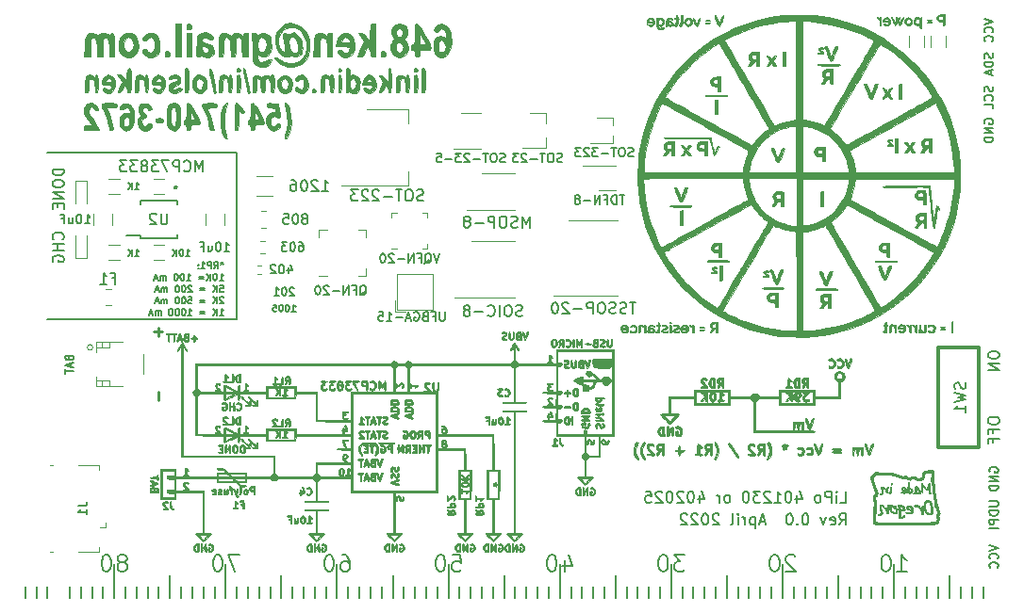
<source format=gbr>
%TF.GenerationSoftware,KiCad,Pcbnew,(5.1.10)-1*%
%TF.CreationDate,2022-05-02T21:14:27-07:00*%
%TF.ProjectId,project,70726f6a-6563-4742-9e6b-696361645f70,0.0*%
%TF.SameCoordinates,Original*%
%TF.FileFunction,Legend,Bot*%
%TF.FilePolarity,Positive*%
%FSLAX46Y46*%
G04 Gerber Fmt 4.6, Leading zero omitted, Abs format (unit mm)*
G04 Created by KiCad (PCBNEW (5.1.10)-1) date 2022-05-02 21:14:27*
%MOMM*%
%LPD*%
G01*
G04 APERTURE LIST*
%ADD10C,0.150000*%
%ADD11C,0.250000*%
%ADD12C,0.120000*%
%ADD13C,0.304800*%
%ADD14C,0.010000*%
%ADD15C,0.002540*%
G04 APERTURE END LIST*
D10*
X124274000Y-80219000D02*
X107274000Y-80219000D01*
X124274000Y-95219000D02*
X124274000Y-80219000D01*
X107274000Y-95219000D02*
X124274000Y-95219000D01*
X122947928Y-90040428D02*
X122947928Y-90183285D01*
X123090785Y-90126142D02*
X122947928Y-90183285D01*
X122805071Y-90126142D01*
X123033642Y-90297571D02*
X122947928Y-90183285D01*
X122862214Y-90297571D01*
X122233642Y-90640428D02*
X122433642Y-90354714D01*
X122576500Y-90640428D02*
X122576500Y-90040428D01*
X122347928Y-90040428D01*
X122290785Y-90069000D01*
X122262214Y-90097571D01*
X122233642Y-90154714D01*
X122233642Y-90240428D01*
X122262214Y-90297571D01*
X122290785Y-90326142D01*
X122347928Y-90354714D01*
X122576500Y-90354714D01*
X121976500Y-90640428D02*
X121976500Y-90040428D01*
X121747928Y-90040428D01*
X121690785Y-90069000D01*
X121662214Y-90097571D01*
X121633642Y-90154714D01*
X121633642Y-90240428D01*
X121662214Y-90297571D01*
X121690785Y-90326142D01*
X121747928Y-90354714D01*
X121976500Y-90354714D01*
X121062214Y-90640428D02*
X121405071Y-90640428D01*
X121233642Y-90640428D02*
X121233642Y-90040428D01*
X121290785Y-90126142D01*
X121347928Y-90183285D01*
X121405071Y-90211857D01*
X120805071Y-90583285D02*
X120776500Y-90611857D01*
X120805071Y-90640428D01*
X120833642Y-90611857D01*
X120805071Y-90583285D01*
X120805071Y-90640428D01*
X120805071Y-90269000D02*
X120776500Y-90297571D01*
X120805071Y-90326142D01*
X120833642Y-90297571D01*
X120805071Y-90269000D01*
X120805071Y-90326142D01*
X122719357Y-91690428D02*
X123062214Y-91690428D01*
X122890785Y-91690428D02*
X122890785Y-91090428D01*
X122947928Y-91176142D01*
X123005071Y-91233285D01*
X123062214Y-91261857D01*
X122347928Y-91090428D02*
X122290785Y-91090428D01*
X122233642Y-91119000D01*
X122205071Y-91147571D01*
X122176500Y-91204714D01*
X122147928Y-91319000D01*
X122147928Y-91461857D01*
X122176500Y-91576142D01*
X122205071Y-91633285D01*
X122233642Y-91661857D01*
X122290785Y-91690428D01*
X122347928Y-91690428D01*
X122405071Y-91661857D01*
X122433642Y-91633285D01*
X122462214Y-91576142D01*
X122490785Y-91461857D01*
X122490785Y-91319000D01*
X122462214Y-91204714D01*
X122433642Y-91147571D01*
X122405071Y-91119000D01*
X122347928Y-91090428D01*
X121890785Y-91690428D02*
X121890785Y-91090428D01*
X121547928Y-91690428D02*
X121805071Y-91347571D01*
X121547928Y-91090428D02*
X121890785Y-91433285D01*
X121290785Y-91376142D02*
X120833642Y-91376142D01*
X120833642Y-91547571D02*
X121290785Y-91547571D01*
X119776500Y-91690428D02*
X120119357Y-91690428D01*
X119947928Y-91690428D02*
X119947928Y-91090428D01*
X120005071Y-91176142D01*
X120062214Y-91233285D01*
X120119357Y-91261857D01*
X119405071Y-91090428D02*
X119347928Y-91090428D01*
X119290785Y-91119000D01*
X119262214Y-91147571D01*
X119233642Y-91204714D01*
X119205071Y-91319000D01*
X119205071Y-91461857D01*
X119233642Y-91576142D01*
X119262214Y-91633285D01*
X119290785Y-91661857D01*
X119347928Y-91690428D01*
X119405071Y-91690428D01*
X119462214Y-91661857D01*
X119490785Y-91633285D01*
X119519357Y-91576142D01*
X119547928Y-91461857D01*
X119547928Y-91319000D01*
X119519357Y-91204714D01*
X119490785Y-91147571D01*
X119462214Y-91119000D01*
X119405071Y-91090428D01*
X118833642Y-91090428D02*
X118776500Y-91090428D01*
X118719357Y-91119000D01*
X118690785Y-91147571D01*
X118662214Y-91204714D01*
X118633642Y-91319000D01*
X118633642Y-91461857D01*
X118662214Y-91576142D01*
X118690785Y-91633285D01*
X118719357Y-91661857D01*
X118776500Y-91690428D01*
X118833642Y-91690428D01*
X118890785Y-91661857D01*
X118919357Y-91633285D01*
X118947928Y-91576142D01*
X118976500Y-91461857D01*
X118976500Y-91319000D01*
X118947928Y-91204714D01*
X118919357Y-91147571D01*
X118890785Y-91119000D01*
X118833642Y-91090428D01*
X117919357Y-91690428D02*
X117919357Y-91290428D01*
X117919357Y-91347571D02*
X117890785Y-91319000D01*
X117833642Y-91290428D01*
X117747928Y-91290428D01*
X117690785Y-91319000D01*
X117662214Y-91376142D01*
X117662214Y-91690428D01*
X117662214Y-91376142D02*
X117633642Y-91319000D01*
X117576500Y-91290428D01*
X117490785Y-91290428D01*
X117433642Y-91319000D01*
X117405071Y-91376142D01*
X117405071Y-91690428D01*
X117147928Y-91519000D02*
X116862214Y-91519000D01*
X117205071Y-91690428D02*
X117005071Y-91090428D01*
X116805071Y-91690428D01*
X122747928Y-92140428D02*
X123033642Y-92140428D01*
X123062214Y-92426142D01*
X123033642Y-92397571D01*
X122976500Y-92369000D01*
X122833642Y-92369000D01*
X122776500Y-92397571D01*
X122747928Y-92426142D01*
X122719357Y-92483285D01*
X122719357Y-92626142D01*
X122747928Y-92683285D01*
X122776500Y-92711857D01*
X122833642Y-92740428D01*
X122976500Y-92740428D01*
X123033642Y-92711857D01*
X123062214Y-92683285D01*
X122462214Y-92740428D02*
X122462214Y-92140428D01*
X122119357Y-92740428D02*
X122376500Y-92397571D01*
X122119357Y-92140428D02*
X122462214Y-92483285D01*
X121405071Y-92426142D02*
X120947928Y-92426142D01*
X120947928Y-92597571D02*
X121405071Y-92597571D01*
X120233642Y-92197571D02*
X120205071Y-92169000D01*
X120147928Y-92140428D01*
X120005071Y-92140428D01*
X119947928Y-92169000D01*
X119919357Y-92197571D01*
X119890785Y-92254714D01*
X119890785Y-92311857D01*
X119919357Y-92397571D01*
X120262214Y-92740428D01*
X119890785Y-92740428D01*
X119519357Y-92140428D02*
X119462214Y-92140428D01*
X119405071Y-92169000D01*
X119376500Y-92197571D01*
X119347928Y-92254714D01*
X119319357Y-92369000D01*
X119319357Y-92511857D01*
X119347928Y-92626142D01*
X119376500Y-92683285D01*
X119405071Y-92711857D01*
X119462214Y-92740428D01*
X119519357Y-92740428D01*
X119576500Y-92711857D01*
X119605071Y-92683285D01*
X119633642Y-92626142D01*
X119662214Y-92511857D01*
X119662214Y-92369000D01*
X119633642Y-92254714D01*
X119605071Y-92197571D01*
X119576500Y-92169000D01*
X119519357Y-92140428D01*
X118947928Y-92140428D02*
X118890785Y-92140428D01*
X118833642Y-92169000D01*
X118805071Y-92197571D01*
X118776500Y-92254714D01*
X118747928Y-92369000D01*
X118747928Y-92511857D01*
X118776500Y-92626142D01*
X118805071Y-92683285D01*
X118833642Y-92711857D01*
X118890785Y-92740428D01*
X118947928Y-92740428D01*
X119005071Y-92711857D01*
X119033642Y-92683285D01*
X119062214Y-92626142D01*
X119090785Y-92511857D01*
X119090785Y-92369000D01*
X119062214Y-92254714D01*
X119033642Y-92197571D01*
X119005071Y-92169000D01*
X118947928Y-92140428D01*
X118033642Y-92740428D02*
X118033642Y-92340428D01*
X118033642Y-92397571D02*
X118005071Y-92369000D01*
X117947928Y-92340428D01*
X117862214Y-92340428D01*
X117805071Y-92369000D01*
X117776500Y-92426142D01*
X117776500Y-92740428D01*
X117776500Y-92426142D02*
X117747928Y-92369000D01*
X117690785Y-92340428D01*
X117605071Y-92340428D01*
X117547928Y-92369000D01*
X117519357Y-92426142D01*
X117519357Y-92740428D01*
X117262214Y-92569000D02*
X116976500Y-92569000D01*
X117319357Y-92740428D02*
X117119357Y-92140428D01*
X116919357Y-92740428D01*
X123062214Y-93247571D02*
X123033642Y-93219000D01*
X122976500Y-93190428D01*
X122833642Y-93190428D01*
X122776500Y-93219000D01*
X122747928Y-93247571D01*
X122719357Y-93304714D01*
X122719357Y-93361857D01*
X122747928Y-93447571D01*
X123090785Y-93790428D01*
X122719357Y-93790428D01*
X122462214Y-93790428D02*
X122462214Y-93190428D01*
X122119357Y-93790428D02*
X122376500Y-93447571D01*
X122119357Y-93190428D02*
X122462214Y-93533285D01*
X121405071Y-93476142D02*
X120947928Y-93476142D01*
X120947928Y-93647571D02*
X121405071Y-93647571D01*
X119919357Y-93190428D02*
X120205071Y-93190428D01*
X120233642Y-93476142D01*
X120205071Y-93447571D01*
X120147928Y-93419000D01*
X120005071Y-93419000D01*
X119947928Y-93447571D01*
X119919357Y-93476142D01*
X119890785Y-93533285D01*
X119890785Y-93676142D01*
X119919357Y-93733285D01*
X119947928Y-93761857D01*
X120005071Y-93790428D01*
X120147928Y-93790428D01*
X120205071Y-93761857D01*
X120233642Y-93733285D01*
X119519357Y-93190428D02*
X119462214Y-93190428D01*
X119405071Y-93219000D01*
X119376500Y-93247571D01*
X119347928Y-93304714D01*
X119319357Y-93419000D01*
X119319357Y-93561857D01*
X119347928Y-93676142D01*
X119376500Y-93733285D01*
X119405071Y-93761857D01*
X119462214Y-93790428D01*
X119519357Y-93790428D01*
X119576500Y-93761857D01*
X119605071Y-93733285D01*
X119633642Y-93676142D01*
X119662214Y-93561857D01*
X119662214Y-93419000D01*
X119633642Y-93304714D01*
X119605071Y-93247571D01*
X119576500Y-93219000D01*
X119519357Y-93190428D01*
X118947928Y-93190428D02*
X118890785Y-93190428D01*
X118833642Y-93219000D01*
X118805071Y-93247571D01*
X118776500Y-93304714D01*
X118747928Y-93419000D01*
X118747928Y-93561857D01*
X118776500Y-93676142D01*
X118805071Y-93733285D01*
X118833642Y-93761857D01*
X118890785Y-93790428D01*
X118947928Y-93790428D01*
X119005071Y-93761857D01*
X119033642Y-93733285D01*
X119062214Y-93676142D01*
X119090785Y-93561857D01*
X119090785Y-93419000D01*
X119062214Y-93304714D01*
X119033642Y-93247571D01*
X119005071Y-93219000D01*
X118947928Y-93190428D01*
X118033642Y-93790428D02*
X118033642Y-93390428D01*
X118033642Y-93447571D02*
X118005071Y-93419000D01*
X117947928Y-93390428D01*
X117862214Y-93390428D01*
X117805071Y-93419000D01*
X117776500Y-93476142D01*
X117776500Y-93790428D01*
X117776500Y-93476142D02*
X117747928Y-93419000D01*
X117690785Y-93390428D01*
X117605071Y-93390428D01*
X117547928Y-93419000D01*
X117519357Y-93476142D01*
X117519357Y-93790428D01*
X117262214Y-93619000D02*
X116976500Y-93619000D01*
X117319357Y-93790428D02*
X117119357Y-93190428D01*
X116919357Y-93790428D01*
X122719357Y-94840428D02*
X123062214Y-94840428D01*
X122890785Y-94840428D02*
X122890785Y-94240428D01*
X122947928Y-94326142D01*
X123005071Y-94383285D01*
X123062214Y-94411857D01*
X122462214Y-94840428D02*
X122462214Y-94240428D01*
X122119357Y-94840428D02*
X122376500Y-94497571D01*
X122119357Y-94240428D02*
X122462214Y-94583285D01*
X121405071Y-94526142D02*
X120947928Y-94526142D01*
X120947928Y-94697571D02*
X121405071Y-94697571D01*
X119890785Y-94840428D02*
X120233642Y-94840428D01*
X120062214Y-94840428D02*
X120062214Y-94240428D01*
X120119357Y-94326142D01*
X120176500Y-94383285D01*
X120233642Y-94411857D01*
X119519357Y-94240428D02*
X119462214Y-94240428D01*
X119405071Y-94269000D01*
X119376500Y-94297571D01*
X119347928Y-94354714D01*
X119319357Y-94469000D01*
X119319357Y-94611857D01*
X119347928Y-94726142D01*
X119376500Y-94783285D01*
X119405071Y-94811857D01*
X119462214Y-94840428D01*
X119519357Y-94840428D01*
X119576500Y-94811857D01*
X119605071Y-94783285D01*
X119633642Y-94726142D01*
X119662214Y-94611857D01*
X119662214Y-94469000D01*
X119633642Y-94354714D01*
X119605071Y-94297571D01*
X119576500Y-94269000D01*
X119519357Y-94240428D01*
X118947928Y-94240428D02*
X118890785Y-94240428D01*
X118833642Y-94269000D01*
X118805071Y-94297571D01*
X118776500Y-94354714D01*
X118747928Y-94469000D01*
X118747928Y-94611857D01*
X118776500Y-94726142D01*
X118805071Y-94783285D01*
X118833642Y-94811857D01*
X118890785Y-94840428D01*
X118947928Y-94840428D01*
X119005071Y-94811857D01*
X119033642Y-94783285D01*
X119062214Y-94726142D01*
X119090785Y-94611857D01*
X119090785Y-94469000D01*
X119062214Y-94354714D01*
X119033642Y-94297571D01*
X119005071Y-94269000D01*
X118947928Y-94240428D01*
X118376500Y-94240428D02*
X118319357Y-94240428D01*
X118262214Y-94269000D01*
X118233642Y-94297571D01*
X118205071Y-94354714D01*
X118176500Y-94469000D01*
X118176500Y-94611857D01*
X118205071Y-94726142D01*
X118233642Y-94783285D01*
X118262214Y-94811857D01*
X118319357Y-94840428D01*
X118376500Y-94840428D01*
X118433642Y-94811857D01*
X118462214Y-94783285D01*
X118490785Y-94726142D01*
X118519357Y-94611857D01*
X118519357Y-94469000D01*
X118490785Y-94354714D01*
X118462214Y-94297571D01*
X118433642Y-94269000D01*
X118376500Y-94240428D01*
X117462214Y-94840428D02*
X117462214Y-94440428D01*
X117462214Y-94497571D02*
X117433642Y-94469000D01*
X117376500Y-94440428D01*
X117290785Y-94440428D01*
X117233642Y-94469000D01*
X117205071Y-94526142D01*
X117205071Y-94840428D01*
X117205071Y-94526142D02*
X117176500Y-94469000D01*
X117119357Y-94440428D01*
X117033642Y-94440428D01*
X116976500Y-94469000D01*
X116947928Y-94526142D01*
X116947928Y-94840428D01*
X116690785Y-94669000D02*
X116405071Y-94669000D01*
X116747928Y-94840428D02*
X116547928Y-94240428D01*
X116347928Y-94840428D01*
X114131142Y-117040428D02*
X114274000Y-116969000D01*
X114345428Y-116897571D01*
X114416857Y-116754714D01*
X114416857Y-116683285D01*
X114345428Y-116540428D01*
X114274000Y-116469000D01*
X114131142Y-116397571D01*
X113845428Y-116397571D01*
X113702571Y-116469000D01*
X113631142Y-116540428D01*
X113559714Y-116683285D01*
X113559714Y-116754714D01*
X113631142Y-116897571D01*
X113702571Y-116969000D01*
X113845428Y-117040428D01*
X114131142Y-117040428D01*
X114274000Y-117111857D01*
X114345428Y-117183285D01*
X114416857Y-117326142D01*
X114416857Y-117611857D01*
X114345428Y-117754714D01*
X114274000Y-117826142D01*
X114131142Y-117897571D01*
X113845428Y-117897571D01*
X113702571Y-117826142D01*
X113631142Y-117754714D01*
X113559714Y-117611857D01*
X113559714Y-117326142D01*
X113631142Y-117183285D01*
X113702571Y-117111857D01*
X113845428Y-117040428D01*
X112631142Y-116397571D02*
X112488285Y-116397571D01*
X112345428Y-116469000D01*
X112274000Y-116540428D01*
X112202571Y-116683285D01*
X112131142Y-116969000D01*
X112131142Y-117326142D01*
X112202571Y-117611857D01*
X112274000Y-117754714D01*
X112345428Y-117826142D01*
X112488285Y-117897571D01*
X112631142Y-117897571D01*
X112774000Y-117826142D01*
X112845428Y-117754714D01*
X112916857Y-117611857D01*
X112988285Y-117326142D01*
X112988285Y-116969000D01*
X112916857Y-116683285D01*
X112845428Y-116540428D01*
X112774000Y-116469000D01*
X112631142Y-116397571D01*
X124488285Y-116397571D02*
X123488285Y-116397571D01*
X124131142Y-117897571D01*
X122631142Y-116397571D02*
X122488285Y-116397571D01*
X122345428Y-116469000D01*
X122274000Y-116540428D01*
X122202571Y-116683285D01*
X122131142Y-116969000D01*
X122131142Y-117326142D01*
X122202571Y-117611857D01*
X122274000Y-117754714D01*
X122345428Y-117826142D01*
X122488285Y-117897571D01*
X122631142Y-117897571D01*
X122774000Y-117826142D01*
X122845428Y-117754714D01*
X122916857Y-117611857D01*
X122988285Y-117326142D01*
X122988285Y-116969000D01*
X122916857Y-116683285D01*
X122845428Y-116540428D01*
X122774000Y-116469000D01*
X122631142Y-116397571D01*
X133702571Y-116397571D02*
X133988285Y-116397571D01*
X134131142Y-116469000D01*
X134202571Y-116540428D01*
X134345428Y-116754714D01*
X134416857Y-117040428D01*
X134416857Y-117611857D01*
X134345428Y-117754714D01*
X134274000Y-117826142D01*
X134131142Y-117897571D01*
X133845428Y-117897571D01*
X133702571Y-117826142D01*
X133631142Y-117754714D01*
X133559714Y-117611857D01*
X133559714Y-117254714D01*
X133631142Y-117111857D01*
X133702571Y-117040428D01*
X133845428Y-116969000D01*
X134131142Y-116969000D01*
X134274000Y-117040428D01*
X134345428Y-117111857D01*
X134416857Y-117254714D01*
X132631142Y-116397571D02*
X132488285Y-116397571D01*
X132345428Y-116469000D01*
X132274000Y-116540428D01*
X132202571Y-116683285D01*
X132131142Y-116969000D01*
X132131142Y-117326142D01*
X132202571Y-117611857D01*
X132274000Y-117754714D01*
X132345428Y-117826142D01*
X132488285Y-117897571D01*
X132631142Y-117897571D01*
X132774000Y-117826142D01*
X132845428Y-117754714D01*
X132916857Y-117611857D01*
X132988285Y-117326142D01*
X132988285Y-116969000D01*
X132916857Y-116683285D01*
X132845428Y-116540428D01*
X132774000Y-116469000D01*
X132631142Y-116397571D01*
X143631142Y-116397571D02*
X144345428Y-116397571D01*
X144416857Y-117111857D01*
X144345428Y-117040428D01*
X144202571Y-116969000D01*
X143845428Y-116969000D01*
X143702571Y-117040428D01*
X143631142Y-117111857D01*
X143559714Y-117254714D01*
X143559714Y-117611857D01*
X143631142Y-117754714D01*
X143702571Y-117826142D01*
X143845428Y-117897571D01*
X144202571Y-117897571D01*
X144345428Y-117826142D01*
X144416857Y-117754714D01*
X142631142Y-116397571D02*
X142488285Y-116397571D01*
X142345428Y-116469000D01*
X142274000Y-116540428D01*
X142202571Y-116683285D01*
X142131142Y-116969000D01*
X142131142Y-117326142D01*
X142202571Y-117611857D01*
X142274000Y-117754714D01*
X142345428Y-117826142D01*
X142488285Y-117897571D01*
X142631142Y-117897571D01*
X142774000Y-117826142D01*
X142845428Y-117754714D01*
X142916857Y-117611857D01*
X142988285Y-117326142D01*
X142988285Y-116969000D01*
X142916857Y-116683285D01*
X142845428Y-116540428D01*
X142774000Y-116469000D01*
X142631142Y-116397571D01*
X153702571Y-116897571D02*
X153702571Y-117897571D01*
X154059714Y-116326142D02*
X154416857Y-117397571D01*
X153488285Y-117397571D01*
X152631142Y-116397571D02*
X152488285Y-116397571D01*
X152345428Y-116469000D01*
X152274000Y-116540428D01*
X152202571Y-116683285D01*
X152131142Y-116969000D01*
X152131142Y-117326142D01*
X152202571Y-117611857D01*
X152274000Y-117754714D01*
X152345428Y-117826142D01*
X152488285Y-117897571D01*
X152631142Y-117897571D01*
X152774000Y-117826142D01*
X152845428Y-117754714D01*
X152916857Y-117611857D01*
X152988285Y-117326142D01*
X152988285Y-116969000D01*
X152916857Y-116683285D01*
X152845428Y-116540428D01*
X152774000Y-116469000D01*
X152631142Y-116397571D01*
X164488285Y-116397571D02*
X163559714Y-116397571D01*
X164059714Y-116969000D01*
X163845428Y-116969000D01*
X163702571Y-117040428D01*
X163631142Y-117111857D01*
X163559714Y-117254714D01*
X163559714Y-117611857D01*
X163631142Y-117754714D01*
X163702571Y-117826142D01*
X163845428Y-117897571D01*
X164274000Y-117897571D01*
X164416857Y-117826142D01*
X164488285Y-117754714D01*
X162631142Y-116397571D02*
X162488285Y-116397571D01*
X162345428Y-116469000D01*
X162274000Y-116540428D01*
X162202571Y-116683285D01*
X162131142Y-116969000D01*
X162131142Y-117326142D01*
X162202571Y-117611857D01*
X162274000Y-117754714D01*
X162345428Y-117826142D01*
X162488285Y-117897571D01*
X162631142Y-117897571D01*
X162774000Y-117826142D01*
X162845428Y-117754714D01*
X162916857Y-117611857D01*
X162988285Y-117326142D01*
X162988285Y-116969000D01*
X162916857Y-116683285D01*
X162845428Y-116540428D01*
X162774000Y-116469000D01*
X162631142Y-116397571D01*
X174416857Y-116540428D02*
X174345428Y-116469000D01*
X174202571Y-116397571D01*
X173845428Y-116397571D01*
X173702571Y-116469000D01*
X173631142Y-116540428D01*
X173559714Y-116683285D01*
X173559714Y-116826142D01*
X173631142Y-117040428D01*
X174488285Y-117897571D01*
X173559714Y-117897571D01*
X172631142Y-116397571D02*
X172488285Y-116397571D01*
X172345428Y-116469000D01*
X172274000Y-116540428D01*
X172202571Y-116683285D01*
X172131142Y-116969000D01*
X172131142Y-117326142D01*
X172202571Y-117611857D01*
X172274000Y-117754714D01*
X172345428Y-117826142D01*
X172488285Y-117897571D01*
X172631142Y-117897571D01*
X172774000Y-117826142D01*
X172845428Y-117754714D01*
X172916857Y-117611857D01*
X172988285Y-117326142D01*
X172988285Y-116969000D01*
X172916857Y-116683285D01*
X172845428Y-116540428D01*
X172774000Y-116469000D01*
X172631142Y-116397571D01*
X183559714Y-117897571D02*
X184416857Y-117897571D01*
X183988285Y-117897571D02*
X183988285Y-116397571D01*
X184131142Y-116611857D01*
X184274000Y-116754714D01*
X184416857Y-116826142D01*
X182631142Y-116397571D02*
X182488285Y-116397571D01*
X182345428Y-116469000D01*
X182274000Y-116540428D01*
X182202571Y-116683285D01*
X182131142Y-116969000D01*
X182131142Y-117326142D01*
X182202571Y-117611857D01*
X182274000Y-117754714D01*
X182345428Y-117826142D01*
X182488285Y-117897571D01*
X182631142Y-117897571D01*
X182774000Y-117826142D01*
X182845428Y-117754714D01*
X182916857Y-117611857D01*
X182988285Y-117326142D01*
X182988285Y-116969000D01*
X182916857Y-116683285D01*
X182845428Y-116540428D01*
X182774000Y-116469000D01*
X182631142Y-116397571D01*
X190274000Y-120219000D02*
X190274000Y-119219000D01*
X189274000Y-120219000D02*
X189274000Y-119219000D01*
X188274000Y-120219000D02*
X188274000Y-118219000D01*
X184274000Y-120219000D02*
X184274000Y-119219000D01*
X187274000Y-120219000D02*
X187274000Y-119219000D01*
X185274000Y-120219000D02*
X185274000Y-119219000D01*
X191274000Y-120219000D02*
X191274000Y-119219000D01*
X186274000Y-120219000D02*
X186274000Y-119219000D01*
X182274000Y-120219000D02*
X182274000Y-119219000D01*
X183274000Y-120219000D02*
X183274000Y-117219000D01*
X180274000Y-120219000D02*
X180274000Y-119219000D01*
X179274000Y-120219000D02*
X179274000Y-119219000D01*
X178274000Y-120219000D02*
X178274000Y-118219000D01*
X174274000Y-120219000D02*
X174274000Y-119219000D01*
X177274000Y-120219000D02*
X177274000Y-119219000D01*
X175274000Y-120219000D02*
X175274000Y-119219000D01*
X181274000Y-120219000D02*
X181274000Y-119219000D01*
X176274000Y-120219000D02*
X176274000Y-119219000D01*
X172274000Y-120219000D02*
X172274000Y-119219000D01*
X173274000Y-120219000D02*
X173274000Y-117219000D01*
X170274000Y-120219000D02*
X170274000Y-119219000D01*
X169274000Y-120219000D02*
X169274000Y-119219000D01*
X168274000Y-120219000D02*
X168274000Y-118219000D01*
X164274000Y-120219000D02*
X164274000Y-119219000D01*
X167274000Y-120219000D02*
X167274000Y-119219000D01*
X165274000Y-120219000D02*
X165274000Y-119219000D01*
X171274000Y-120219000D02*
X171274000Y-119219000D01*
X166274000Y-120219000D02*
X166274000Y-119219000D01*
X162274000Y-120219000D02*
X162274000Y-119219000D01*
X163274000Y-120219000D02*
X163274000Y-117219000D01*
X160274000Y-120219000D02*
X160274000Y-119219000D01*
X159274000Y-120219000D02*
X159274000Y-119219000D01*
X158274000Y-120219000D02*
X158274000Y-118219000D01*
X154274000Y-120219000D02*
X154274000Y-119219000D01*
X157274000Y-120219000D02*
X157274000Y-119219000D01*
X155274000Y-120219000D02*
X155274000Y-119219000D01*
X161274000Y-120219000D02*
X161274000Y-119219000D01*
X156274000Y-120219000D02*
X156274000Y-119219000D01*
X152274000Y-120219000D02*
X152274000Y-119219000D01*
X153274000Y-120219000D02*
X153274000Y-117219000D01*
X150274000Y-120219000D02*
X150274000Y-119219000D01*
X149274000Y-120219000D02*
X149274000Y-119219000D01*
X148274000Y-120219000D02*
X148274000Y-118219000D01*
X144274000Y-120219000D02*
X144274000Y-119219000D01*
X147274000Y-120219000D02*
X147274000Y-119219000D01*
X145274000Y-120219000D02*
X145274000Y-119219000D01*
X151274000Y-120219000D02*
X151274000Y-119219000D01*
X146274000Y-120219000D02*
X146274000Y-119219000D01*
X142274000Y-120219000D02*
X142274000Y-119219000D01*
X143274000Y-120219000D02*
X143274000Y-117219000D01*
X140274000Y-120219000D02*
X140274000Y-119219000D01*
X139274000Y-120219000D02*
X139274000Y-119219000D01*
X138274000Y-120219000D02*
X138274000Y-118219000D01*
X134274000Y-120219000D02*
X134274000Y-119219000D01*
X137274000Y-120219000D02*
X137274000Y-119219000D01*
X135274000Y-120219000D02*
X135274000Y-119219000D01*
X141274000Y-120219000D02*
X141274000Y-119219000D01*
X136274000Y-120219000D02*
X136274000Y-119219000D01*
X132274000Y-120219000D02*
X132274000Y-119219000D01*
X133274000Y-120219000D02*
X133274000Y-117219000D01*
X130274000Y-120219000D02*
X130274000Y-119219000D01*
X129274000Y-120219000D02*
X129274000Y-119219000D01*
X128274000Y-120219000D02*
X128274000Y-118219000D01*
X124274000Y-120219000D02*
X124274000Y-119219000D01*
X127274000Y-120219000D02*
X127274000Y-119219000D01*
X125274000Y-120219000D02*
X125274000Y-119219000D01*
X131274000Y-120219000D02*
X131274000Y-119219000D01*
X126274000Y-120219000D02*
X126274000Y-119219000D01*
X123274000Y-120219000D02*
X123274000Y-117219000D01*
X118274000Y-120219000D02*
X118274000Y-118219000D01*
X113274000Y-118219000D02*
X113274000Y-117219000D01*
X113274000Y-120219000D02*
X113274000Y-118219000D01*
X122274000Y-119219000D02*
X122274000Y-120219000D01*
X121274000Y-119219000D02*
X121274000Y-120219000D01*
X120274000Y-119219000D02*
X120274000Y-120219000D01*
X119274000Y-119219000D02*
X119274000Y-120219000D01*
X117274000Y-119219000D02*
X117274000Y-120219000D01*
X116274000Y-119219000D02*
X116274000Y-120219000D01*
X115274000Y-119219000D02*
X115274000Y-120219000D01*
X114274000Y-119219000D02*
X114274000Y-120219000D01*
X112274000Y-119219000D02*
X112274000Y-120219000D01*
X111274000Y-119219000D02*
X111274000Y-120219000D01*
X110274000Y-119219000D02*
X110274000Y-120219000D01*
X109274000Y-119219000D02*
X109274000Y-120219000D01*
X105274000Y-119219000D02*
X105274000Y-120219000D01*
X106274000Y-119219000D02*
X106274000Y-120219000D01*
X107274000Y-119219000D02*
X107274000Y-120219000D01*
X178366976Y-113671380D02*
X178700309Y-113195190D01*
X178938404Y-113671380D02*
X178938404Y-112671380D01*
X178557452Y-112671380D01*
X178462214Y-112719000D01*
X178414595Y-112766619D01*
X178366976Y-112861857D01*
X178366976Y-113004714D01*
X178414595Y-113099952D01*
X178462214Y-113147571D01*
X178557452Y-113195190D01*
X178938404Y-113195190D01*
X177557452Y-113623761D02*
X177652690Y-113671380D01*
X177843166Y-113671380D01*
X177938404Y-113623761D01*
X177986023Y-113528523D01*
X177986023Y-113147571D01*
X177938404Y-113052333D01*
X177843166Y-113004714D01*
X177652690Y-113004714D01*
X177557452Y-113052333D01*
X177509833Y-113147571D01*
X177509833Y-113242809D01*
X177986023Y-113338047D01*
X177176500Y-113004714D02*
X176938404Y-113671380D01*
X176700309Y-113004714D01*
X175366976Y-112671380D02*
X175271738Y-112671380D01*
X175176500Y-112719000D01*
X175128880Y-112766619D01*
X175081261Y-112861857D01*
X175033642Y-113052333D01*
X175033642Y-113290428D01*
X175081261Y-113480904D01*
X175128880Y-113576142D01*
X175176500Y-113623761D01*
X175271738Y-113671380D01*
X175366976Y-113671380D01*
X175462214Y-113623761D01*
X175509833Y-113576142D01*
X175557452Y-113480904D01*
X175605071Y-113290428D01*
X175605071Y-113052333D01*
X175557452Y-112861857D01*
X175509833Y-112766619D01*
X175462214Y-112719000D01*
X175366976Y-112671380D01*
X174605071Y-113576142D02*
X174557452Y-113623761D01*
X174605071Y-113671380D01*
X174652690Y-113623761D01*
X174605071Y-113576142D01*
X174605071Y-113671380D01*
X173938404Y-112671380D02*
X173843166Y-112671380D01*
X173747928Y-112719000D01*
X173700309Y-112766619D01*
X173652690Y-112861857D01*
X173605071Y-113052333D01*
X173605071Y-113290428D01*
X173652690Y-113480904D01*
X173700309Y-113576142D01*
X173747928Y-113623761D01*
X173843166Y-113671380D01*
X173938404Y-113671380D01*
X174033642Y-113623761D01*
X174081261Y-113576142D01*
X174128880Y-113480904D01*
X174176500Y-113290428D01*
X174176500Y-113052333D01*
X174128880Y-112861857D01*
X174081261Y-112766619D01*
X174033642Y-112719000D01*
X173938404Y-112671380D01*
X171700309Y-113385666D02*
X171224119Y-113385666D01*
X171795547Y-113671380D02*
X171462214Y-112671380D01*
X171128880Y-113671380D01*
X170795547Y-113004714D02*
X170795547Y-114004714D01*
X170795547Y-113052333D02*
X170700309Y-113004714D01*
X170509833Y-113004714D01*
X170414595Y-113052333D01*
X170366976Y-113099952D01*
X170319357Y-113195190D01*
X170319357Y-113480904D01*
X170366976Y-113576142D01*
X170414595Y-113623761D01*
X170509833Y-113671380D01*
X170700309Y-113671380D01*
X170795547Y-113623761D01*
X169890785Y-113671380D02*
X169890785Y-113004714D01*
X169890785Y-113195190D02*
X169843166Y-113099952D01*
X169795547Y-113052333D01*
X169700309Y-113004714D01*
X169605071Y-113004714D01*
X169271738Y-113671380D02*
X169271738Y-113004714D01*
X169271738Y-112671380D02*
X169319357Y-112719000D01*
X169271738Y-112766619D01*
X169224119Y-112719000D01*
X169271738Y-112671380D01*
X169271738Y-112766619D01*
X168652690Y-113671380D02*
X168747928Y-113623761D01*
X168795547Y-113528523D01*
X168795547Y-112671380D01*
X167557452Y-112766619D02*
X167509833Y-112719000D01*
X167414595Y-112671380D01*
X167176500Y-112671380D01*
X167081261Y-112719000D01*
X167033642Y-112766619D01*
X166986023Y-112861857D01*
X166986023Y-112957095D01*
X167033642Y-113099952D01*
X167605071Y-113671380D01*
X166986023Y-113671380D01*
X166366976Y-112671380D02*
X166271738Y-112671380D01*
X166176500Y-112719000D01*
X166128880Y-112766619D01*
X166081261Y-112861857D01*
X166033642Y-113052333D01*
X166033642Y-113290428D01*
X166081261Y-113480904D01*
X166128880Y-113576142D01*
X166176500Y-113623761D01*
X166271738Y-113671380D01*
X166366976Y-113671380D01*
X166462214Y-113623761D01*
X166509833Y-113576142D01*
X166557452Y-113480904D01*
X166605071Y-113290428D01*
X166605071Y-113052333D01*
X166557452Y-112861857D01*
X166509833Y-112766619D01*
X166462214Y-112719000D01*
X166366976Y-112671380D01*
X165652690Y-112766619D02*
X165605071Y-112719000D01*
X165509833Y-112671380D01*
X165271738Y-112671380D01*
X165176500Y-112719000D01*
X165128880Y-112766619D01*
X165081261Y-112861857D01*
X165081261Y-112957095D01*
X165128880Y-113099952D01*
X165700309Y-113671380D01*
X165081261Y-113671380D01*
X164700309Y-112766619D02*
X164652690Y-112719000D01*
X164557452Y-112671380D01*
X164319357Y-112671380D01*
X164224119Y-112719000D01*
X164176500Y-112766619D01*
X164128880Y-112861857D01*
X164128880Y-112957095D01*
X164176500Y-113099952D01*
X164747928Y-113671380D01*
X164128880Y-113671380D01*
X191726380Y-98314238D02*
X191726380Y-98504714D01*
X191774000Y-98599952D01*
X191869238Y-98695190D01*
X192059714Y-98742809D01*
X192393047Y-98742809D01*
X192583523Y-98695190D01*
X192678761Y-98599952D01*
X192726380Y-98504714D01*
X192726380Y-98314238D01*
X192678761Y-98219000D01*
X192583523Y-98123761D01*
X192393047Y-98076142D01*
X192059714Y-98076142D01*
X191869238Y-98123761D01*
X191774000Y-98219000D01*
X191726380Y-98314238D01*
X192726380Y-99171380D02*
X191726380Y-99171380D01*
X192726380Y-99742809D01*
X191726380Y-99742809D01*
X191726380Y-104219000D02*
X191726380Y-104409476D01*
X191774000Y-104504714D01*
X191869238Y-104599952D01*
X192059714Y-104647571D01*
X192393047Y-104647571D01*
X192583523Y-104599952D01*
X192678761Y-104504714D01*
X192726380Y-104409476D01*
X192726380Y-104219000D01*
X192678761Y-104123761D01*
X192583523Y-104028523D01*
X192393047Y-103980904D01*
X192059714Y-103980904D01*
X191869238Y-104028523D01*
X191774000Y-104123761D01*
X191726380Y-104219000D01*
X192202571Y-105409476D02*
X192202571Y-105076142D01*
X192726380Y-105076142D02*
X191726380Y-105076142D01*
X191726380Y-105552333D01*
X192202571Y-106266619D02*
X192202571Y-105933285D01*
X192726380Y-105933285D02*
X191726380Y-105933285D01*
X191726380Y-106409476D01*
D11*
X117202571Y-95933285D02*
X117202571Y-96695190D01*
X116821619Y-96314238D02*
X117583523Y-96314238D01*
X117202571Y-101742809D02*
X117202571Y-102504714D01*
D10*
X178462214Y-111671380D02*
X178938404Y-111671380D01*
X178938404Y-110671380D01*
X178128880Y-111671380D02*
X178128880Y-111004714D01*
X178128880Y-110671380D02*
X178176500Y-110719000D01*
X178128880Y-110766619D01*
X178081261Y-110719000D01*
X178128880Y-110671380D01*
X178128880Y-110766619D01*
X177652690Y-111671380D02*
X177652690Y-110671380D01*
X177271738Y-110671380D01*
X177176500Y-110719000D01*
X177128880Y-110766619D01*
X177081261Y-110861857D01*
X177081261Y-111004714D01*
X177128880Y-111099952D01*
X177176500Y-111147571D01*
X177271738Y-111195190D01*
X177652690Y-111195190D01*
X176509833Y-111671380D02*
X176605071Y-111623761D01*
X176652690Y-111576142D01*
X176700309Y-111480904D01*
X176700309Y-111195190D01*
X176652690Y-111099952D01*
X176605071Y-111052333D01*
X176509833Y-111004714D01*
X176366976Y-111004714D01*
X176271738Y-111052333D01*
X176224119Y-111099952D01*
X176176500Y-111195190D01*
X176176500Y-111480904D01*
X176224119Y-111576142D01*
X176271738Y-111623761D01*
X176366976Y-111671380D01*
X176509833Y-111671380D01*
X174557452Y-111004714D02*
X174557452Y-111671380D01*
X174795547Y-110623761D02*
X175033642Y-111338047D01*
X174414595Y-111338047D01*
X173843166Y-110671380D02*
X173747928Y-110671380D01*
X173652690Y-110719000D01*
X173605071Y-110766619D01*
X173557452Y-110861857D01*
X173509833Y-111052333D01*
X173509833Y-111290428D01*
X173557452Y-111480904D01*
X173605071Y-111576142D01*
X173652690Y-111623761D01*
X173747928Y-111671380D01*
X173843166Y-111671380D01*
X173938404Y-111623761D01*
X173986023Y-111576142D01*
X174033642Y-111480904D01*
X174081261Y-111290428D01*
X174081261Y-111052333D01*
X174033642Y-110861857D01*
X173986023Y-110766619D01*
X173938404Y-110719000D01*
X173843166Y-110671380D01*
X172557452Y-111671380D02*
X173128880Y-111671380D01*
X172843166Y-111671380D02*
X172843166Y-110671380D01*
X172938404Y-110814238D01*
X173033642Y-110909476D01*
X173128880Y-110957095D01*
X172176500Y-110766619D02*
X172128880Y-110719000D01*
X172033642Y-110671380D01*
X171795547Y-110671380D01*
X171700309Y-110719000D01*
X171652690Y-110766619D01*
X171605071Y-110861857D01*
X171605071Y-110957095D01*
X171652690Y-111099952D01*
X172224119Y-111671380D01*
X171605071Y-111671380D01*
X171271738Y-110671380D02*
X170652690Y-110671380D01*
X170986023Y-111052333D01*
X170843166Y-111052333D01*
X170747928Y-111099952D01*
X170700309Y-111147571D01*
X170652690Y-111242809D01*
X170652690Y-111480904D01*
X170700309Y-111576142D01*
X170747928Y-111623761D01*
X170843166Y-111671380D01*
X171128880Y-111671380D01*
X171224119Y-111623761D01*
X171271738Y-111576142D01*
X170033642Y-110671380D02*
X169938404Y-110671380D01*
X169843166Y-110719000D01*
X169795547Y-110766619D01*
X169747928Y-110861857D01*
X169700309Y-111052333D01*
X169700309Y-111290428D01*
X169747928Y-111480904D01*
X169795547Y-111576142D01*
X169843166Y-111623761D01*
X169938404Y-111671380D01*
X170033642Y-111671380D01*
X170128880Y-111623761D01*
X170176500Y-111576142D01*
X170224119Y-111480904D01*
X170271738Y-111290428D01*
X170271738Y-111052333D01*
X170224119Y-110861857D01*
X170176500Y-110766619D01*
X170128880Y-110719000D01*
X170033642Y-110671380D01*
X168366976Y-111671380D02*
X168462214Y-111623761D01*
X168509833Y-111576142D01*
X168557452Y-111480904D01*
X168557452Y-111195190D01*
X168509833Y-111099952D01*
X168462214Y-111052333D01*
X168366976Y-111004714D01*
X168224119Y-111004714D01*
X168128880Y-111052333D01*
X168081261Y-111099952D01*
X168033642Y-111195190D01*
X168033642Y-111480904D01*
X168081261Y-111576142D01*
X168128880Y-111623761D01*
X168224119Y-111671380D01*
X168366976Y-111671380D01*
X167605071Y-111671380D02*
X167605071Y-111004714D01*
X167605071Y-111195190D02*
X167557452Y-111099952D01*
X167509833Y-111052333D01*
X167414595Y-111004714D01*
X167319357Y-111004714D01*
X165795547Y-111004714D02*
X165795547Y-111671380D01*
X166033642Y-110623761D02*
X166271738Y-111338047D01*
X165652690Y-111338047D01*
X165081261Y-110671380D02*
X164986023Y-110671380D01*
X164890785Y-110719000D01*
X164843166Y-110766619D01*
X164795547Y-110861857D01*
X164747928Y-111052333D01*
X164747928Y-111290428D01*
X164795547Y-111480904D01*
X164843166Y-111576142D01*
X164890785Y-111623761D01*
X164986023Y-111671380D01*
X165081261Y-111671380D01*
X165176500Y-111623761D01*
X165224119Y-111576142D01*
X165271738Y-111480904D01*
X165319357Y-111290428D01*
X165319357Y-111052333D01*
X165271738Y-110861857D01*
X165224119Y-110766619D01*
X165176500Y-110719000D01*
X165081261Y-110671380D01*
X164366976Y-110766619D02*
X164319357Y-110719000D01*
X164224119Y-110671380D01*
X163986023Y-110671380D01*
X163890785Y-110719000D01*
X163843166Y-110766619D01*
X163795547Y-110861857D01*
X163795547Y-110957095D01*
X163843166Y-111099952D01*
X164414595Y-111671380D01*
X163795547Y-111671380D01*
X163176500Y-110671380D02*
X163081261Y-110671380D01*
X162986023Y-110719000D01*
X162938404Y-110766619D01*
X162890785Y-110861857D01*
X162843166Y-111052333D01*
X162843166Y-111290428D01*
X162890785Y-111480904D01*
X162938404Y-111576142D01*
X162986023Y-111623761D01*
X163081261Y-111671380D01*
X163176500Y-111671380D01*
X163271738Y-111623761D01*
X163319357Y-111576142D01*
X163366976Y-111480904D01*
X163414595Y-111290428D01*
X163414595Y-111052333D01*
X163366976Y-110861857D01*
X163319357Y-110766619D01*
X163271738Y-110719000D01*
X163176500Y-110671380D01*
X162462214Y-110766619D02*
X162414595Y-110719000D01*
X162319357Y-110671380D01*
X162081261Y-110671380D01*
X161986023Y-110719000D01*
X161938404Y-110766619D01*
X161890785Y-110861857D01*
X161890785Y-110957095D01*
X161938404Y-111099952D01*
X162509833Y-111671380D01*
X161890785Y-111671380D01*
X160986023Y-110671380D02*
X161462214Y-110671380D01*
X161509833Y-111147571D01*
X161462214Y-111099952D01*
X161366976Y-111052333D01*
X161128880Y-111052333D01*
X161033642Y-111099952D01*
X160986023Y-111147571D01*
X160938404Y-111242809D01*
X160938404Y-111480904D01*
X160986023Y-111576142D01*
X161033642Y-111623761D01*
X161128880Y-111671380D01*
X161366976Y-111671380D01*
X161462214Y-111623761D01*
X161509833Y-111576142D01*
X191874000Y-108926023D02*
X191835904Y-108849833D01*
X191835904Y-108735547D01*
X191874000Y-108621261D01*
X191950190Y-108545071D01*
X192026380Y-108506976D01*
X192178761Y-108468880D01*
X192293047Y-108468880D01*
X192445428Y-108506976D01*
X192521619Y-108545071D01*
X192597809Y-108621261D01*
X192635904Y-108735547D01*
X192635904Y-108811738D01*
X192597809Y-108926023D01*
X192559714Y-108964119D01*
X192293047Y-108964119D01*
X192293047Y-108811738D01*
X192635904Y-109306976D02*
X191835904Y-109306976D01*
X192635904Y-109764119D01*
X191835904Y-109764119D01*
X192635904Y-110145071D02*
X191835904Y-110145071D01*
X191835904Y-110335547D01*
X191874000Y-110449833D01*
X191950190Y-110526023D01*
X192026380Y-110564119D01*
X192178761Y-110602214D01*
X192293047Y-110602214D01*
X192445428Y-110564119D01*
X192521619Y-110526023D01*
X192597809Y-110449833D01*
X192635904Y-110335547D01*
X192635904Y-110145071D01*
X191835904Y-111554595D02*
X192483523Y-111554595D01*
X192559714Y-111592690D01*
X192597809Y-111630785D01*
X192635904Y-111706976D01*
X192635904Y-111859357D01*
X192597809Y-111935547D01*
X192559714Y-111973642D01*
X192483523Y-112011738D01*
X191835904Y-112011738D01*
X192635904Y-112392690D02*
X191835904Y-112392690D01*
X191835904Y-112583166D01*
X191874000Y-112697452D01*
X191950190Y-112773642D01*
X192026380Y-112811738D01*
X192178761Y-112849833D01*
X192293047Y-112849833D01*
X192445428Y-112811738D01*
X192521619Y-112773642D01*
X192597809Y-112697452D01*
X192635904Y-112583166D01*
X192635904Y-112392690D01*
X192635904Y-113192690D02*
X191835904Y-113192690D01*
X191835904Y-113497452D01*
X191874000Y-113573642D01*
X191912095Y-113611738D01*
X191988285Y-113649833D01*
X192102571Y-113649833D01*
X192178761Y-113611738D01*
X192216857Y-113573642D01*
X192254952Y-113497452D01*
X192254952Y-113192690D01*
X192635904Y-113992690D02*
X191835904Y-113992690D01*
X191835904Y-115478404D02*
X192635904Y-115745071D01*
X191835904Y-116011738D01*
X192559714Y-116735547D02*
X192597809Y-116697452D01*
X192635904Y-116583166D01*
X192635904Y-116506976D01*
X192597809Y-116392690D01*
X192521619Y-116316500D01*
X192445428Y-116278404D01*
X192293047Y-116240309D01*
X192178761Y-116240309D01*
X192026380Y-116278404D01*
X191950190Y-116316500D01*
X191874000Y-116392690D01*
X191835904Y-116506976D01*
X191835904Y-116583166D01*
X191874000Y-116697452D01*
X191912095Y-116735547D01*
X192559714Y-117535547D02*
X192597809Y-117497452D01*
X192635904Y-117383166D01*
X192635904Y-117306976D01*
X192597809Y-117192690D01*
X192521619Y-117116500D01*
X192445428Y-117078404D01*
X192293047Y-117040309D01*
X192178761Y-117040309D01*
X192026380Y-117078404D01*
X191950190Y-117116500D01*
X191874000Y-117192690D01*
X191835904Y-117306976D01*
X191835904Y-117383166D01*
X191874000Y-117497452D01*
X191912095Y-117535547D01*
D12*
%TO.C,F1*%
X112970078Y-92509000D02*
X112452922Y-92509000D01*
X112970078Y-93929000D02*
X112452922Y-93929000D01*
D10*
%TO.C,U2*%
X115599000Y-87669000D02*
X114374000Y-87669000D01*
X115599000Y-84544000D02*
X118949000Y-84544000D01*
X115599000Y-87894000D02*
X118949000Y-87894000D01*
X115599000Y-84544000D02*
X115599000Y-84844000D01*
X118949000Y-84544000D02*
X118949000Y-84844000D01*
X118949000Y-87894000D02*
X118949000Y-87594000D01*
X115599000Y-87894000D02*
X115599000Y-87669000D01*
D13*
%TO.C,SW1*%
X190874000Y-97719000D02*
X190874000Y-106719000D01*
X187274000Y-106719000D02*
X190874000Y-106719000D01*
X187274000Y-97719000D02*
X190874000Y-97719000D01*
X187274000Y-97719000D02*
X187274000Y-106719000D01*
D12*
%TO.C,C3*%
X111424000Y-86719000D02*
X111424000Y-85719000D01*
X113124000Y-85719000D02*
X113124000Y-86719000D01*
%TO.C,C4*%
X123124000Y-85719000D02*
X123124000Y-86719000D01*
X121424000Y-86719000D02*
X121424000Y-85719000D01*
%TO.C,J1*%
X112474000Y-113919000D02*
X112024000Y-113919000D01*
X112474000Y-113919000D02*
X112474000Y-113469000D01*
X111924000Y-108319000D02*
X111924000Y-108769000D01*
X110074000Y-108319000D02*
X111924000Y-108319000D01*
X107524000Y-116119000D02*
X107774000Y-116119000D01*
X107524000Y-108319000D02*
X107774000Y-108319000D01*
X110074000Y-116119000D02*
X111924000Y-116119000D01*
X111924000Y-116119000D02*
X111924000Y-115669000D01*
%TO.C,DL1*%
X110774000Y-89719000D02*
X109774000Y-89719000D01*
X109774000Y-89719000D02*
X109774000Y-87619000D01*
X110774000Y-89719000D02*
X110774000Y-87619000D01*
%TO.C,DL2*%
X109774000Y-82719000D02*
X110774000Y-82719000D01*
X110774000Y-82719000D02*
X110774000Y-84819000D01*
X109774000Y-82719000D02*
X109774000Y-84819000D01*
%TO.C,RL1*%
X113774000Y-88539000D02*
X112774000Y-88539000D01*
X112774000Y-89899000D02*
X113774000Y-89899000D01*
%TO.C,RL2*%
X112774000Y-83899000D02*
X113774000Y-83899000D01*
X113774000Y-82539000D02*
X112774000Y-82539000D01*
%TO.C,RP1*%
X117774000Y-82539000D02*
X116774000Y-82539000D01*
X116774000Y-83899000D02*
X117774000Y-83899000D01*
%TO.C,RP2*%
X116774000Y-89899000D02*
X117774000Y-89899000D01*
X117774000Y-88539000D02*
X116774000Y-88539000D01*
%TO.C,J2*%
X112861500Y-101219000D02*
X112861500Y-100719000D01*
X112861500Y-101219000D02*
X112861500Y-101219000D01*
X112861500Y-100719000D02*
X112861500Y-101219000D01*
X112861500Y-100719000D02*
X112861500Y-100719000D01*
X112161500Y-101219000D02*
X112161500Y-100719000D01*
X112161500Y-101219000D02*
X112161500Y-101219000D01*
X112161500Y-100719000D02*
X112161500Y-101219000D01*
X112161500Y-100719000D02*
X112161500Y-100719000D01*
X111661500Y-100719000D02*
X111661500Y-100719000D01*
X112861500Y-100719000D02*
X111661500Y-100719000D01*
X112861500Y-100719000D02*
X112861500Y-100719000D01*
X111661500Y-100719000D02*
X112861500Y-100719000D01*
X111661500Y-101219000D02*
X111661500Y-100319000D01*
X114011500Y-101219000D02*
X111661500Y-101219000D01*
X112861500Y-97219000D02*
X112861500Y-97719000D01*
X112861500Y-97219000D02*
X112861500Y-97219000D01*
X112861500Y-97719000D02*
X112861500Y-97219000D01*
X112861500Y-97719000D02*
X112861500Y-97719000D01*
X112161500Y-97219000D02*
X112161500Y-97719000D01*
X112161500Y-97219000D02*
X112161500Y-97219000D01*
X112161500Y-97719000D02*
X112161500Y-97219000D01*
X112161500Y-97719000D02*
X112161500Y-97719000D01*
X111661500Y-97719000D02*
X111661500Y-97719000D01*
X112861500Y-97719000D02*
X111661500Y-97719000D01*
X112861500Y-97719000D02*
X112861500Y-97719000D01*
X111661500Y-97719000D02*
X112861500Y-97719000D01*
X111661500Y-97219000D02*
X111661500Y-98119000D01*
X114011500Y-97219000D02*
X111661500Y-97219000D01*
X115911500Y-98319000D02*
X115911500Y-100119000D01*
X111336500Y-97719000D02*
G75*
G03*
X111336500Y-97719000I-250000J0D01*
G01*
%TO.C,R19*%
X126120359Y-90339000D02*
X126427641Y-90339000D01*
X126120359Y-91099000D02*
X126427641Y-91099000D01*
%TO.C,R21*%
X126459436Y-86954000D02*
X126913564Y-86954000D01*
X126459436Y-85484000D02*
X126913564Y-85484000D01*
%TO.C,R33*%
X126009436Y-84129000D02*
X127463564Y-84129000D01*
X126009436Y-82309000D02*
X127463564Y-82309000D01*
%TO.C,R17*%
X126361742Y-89241500D02*
X126836258Y-89241500D01*
X126361742Y-88196500D02*
X126836258Y-88196500D01*
%TO.C,Q1*%
X152034000Y-76639000D02*
X152034000Y-77569000D01*
X152034000Y-79799000D02*
X152034000Y-78869000D01*
X152034000Y-79799000D02*
X149874000Y-79799000D01*
X152034000Y-76639000D02*
X150574000Y-76639000D01*
%TO.C,Q2*%
X158004000Y-77719000D02*
X158004000Y-77059000D01*
X158004000Y-79379000D02*
X158004000Y-78719000D01*
X158004000Y-79379000D02*
X155974000Y-79379000D01*
X156594000Y-77059000D02*
X158004000Y-77059000D01*
%TO.C,Q3*%
X139684000Y-76309000D02*
X139684000Y-77569000D01*
X139684000Y-83129000D02*
X139684000Y-81869000D01*
X135924000Y-76309000D02*
X139684000Y-76309000D01*
X133674000Y-83129000D02*
X139684000Y-83129000D01*
%TO.C,U3*%
X140934000Y-88829000D02*
X141384000Y-88829000D01*
X141384000Y-88829000D02*
X141384000Y-88379000D01*
X138614000Y-85609000D02*
X138164000Y-85609000D01*
X138164000Y-85609000D02*
X138164000Y-86059000D01*
X140934000Y-85609000D02*
X141384000Y-85609000D01*
X141384000Y-85609000D02*
X141384000Y-86059000D01*
X138614000Y-88829000D02*
X138164000Y-88829000D01*
%TO.C,U4*%
X138654000Y-94339000D02*
X141894000Y-94339000D01*
X138654000Y-91099000D02*
X138654000Y-94339000D01*
X141894000Y-91099000D02*
X138654000Y-91099000D01*
X141894000Y-94339000D02*
X141894000Y-91099000D01*
X138454000Y-94539000D02*
X138454000Y-93539000D01*
X139454000Y-94539000D02*
X138454000Y-94539000D01*
%TO.C,U5*%
X135159000Y-91329000D02*
X135884000Y-91329000D01*
X135884000Y-91329000D02*
X135884000Y-90604000D01*
X132389000Y-87109000D02*
X131664000Y-87109000D01*
X131664000Y-87109000D02*
X131664000Y-87834000D01*
X135159000Y-87109000D02*
X135884000Y-87109000D01*
X135884000Y-87109000D02*
X135884000Y-87834000D01*
X132389000Y-91329000D02*
X131664000Y-91329000D01*
%TO.C,U6*%
X156274000Y-86334000D02*
X158474000Y-86334000D01*
X156274000Y-86334000D02*
X154074000Y-86334000D01*
X156274000Y-93104000D02*
X158474000Y-93104000D01*
X156274000Y-93104000D02*
X152674000Y-93104000D01*
%TO.C,U7*%
X144374000Y-76609000D02*
X146174000Y-76609000D01*
X146174000Y-79829000D02*
X143724000Y-79829000D01*
%TO.C,U8*%
X156811500Y-83579000D02*
X158311500Y-83579000D01*
X155311500Y-81359000D02*
X158311500Y-81359000D01*
%TO.C,U9*%
X147774000Y-82109000D02*
X149274000Y-82109000D01*
X147774000Y-82109000D02*
X146274000Y-82109000D01*
X147774000Y-85329000D02*
X149274000Y-85329000D01*
X147774000Y-85329000D02*
X144899000Y-85329000D01*
%TO.C,U10*%
X147274000Y-88159000D02*
X149224000Y-88159000D01*
X147274000Y-88159000D02*
X145324000Y-88159000D01*
X147274000Y-93279000D02*
X149224000Y-93279000D01*
X147274000Y-93279000D02*
X143824000Y-93279000D01*
D14*
%TO.C,SYM3*%
G36*
X128579956Y-75690823D02*
G01*
X128577856Y-75787991D01*
X128613797Y-75999578D01*
X128670255Y-76240689D01*
X128773425Y-76852494D01*
X128792449Y-77513357D01*
X128727147Y-78142277D01*
X128675000Y-78375667D01*
X128595224Y-78681309D01*
X128559151Y-78858645D01*
X128564581Y-78942363D01*
X128609316Y-78967150D01*
X128637428Y-78968334D01*
X128719718Y-78897438D01*
X128833456Y-78715799D01*
X128906899Y-78566167D01*
X129057144Y-78079572D01*
X129128207Y-77510284D01*
X129118127Y-76926311D01*
X129024945Y-76395659D01*
X128973974Y-76239443D01*
X128823243Y-75887927D01*
X128697814Y-75701412D01*
X128596116Y-75677714D01*
X128579956Y-75690823D01*
G37*
X128579956Y-75690823D02*
X128577856Y-75787991D01*
X128613797Y-75999578D01*
X128670255Y-76240689D01*
X128773425Y-76852494D01*
X128792449Y-77513357D01*
X128727147Y-78142277D01*
X128675000Y-78375667D01*
X128595224Y-78681309D01*
X128559151Y-78858645D01*
X128564581Y-78942363D01*
X128609316Y-78967150D01*
X128637428Y-78968334D01*
X128719718Y-78897438D01*
X128833456Y-78715799D01*
X128906899Y-78566167D01*
X129057144Y-78079572D01*
X129128207Y-77510284D01*
X129118127Y-76926311D01*
X129024945Y-76395659D01*
X128973974Y-76239443D01*
X128823243Y-75887927D01*
X128697814Y-75701412D01*
X128596116Y-75677714D01*
X128579956Y-75690823D01*
G36*
X123311828Y-75683993D02*
G01*
X123205672Y-75772182D01*
X123075636Y-75973147D01*
X122979162Y-76175433D01*
X122881551Y-76441195D01*
X122826979Y-76692705D01*
X122807324Y-76990535D01*
X122814466Y-77395255D01*
X122814718Y-77402000D01*
X122852138Y-77832551D01*
X122925085Y-78236600D01*
X123023463Y-78581149D01*
X123137174Y-78833194D01*
X123256125Y-78959736D01*
X123293906Y-78968334D01*
X123380153Y-78930588D01*
X123383334Y-78917055D01*
X123363482Y-78814265D01*
X123311731Y-78597182D01*
X123247736Y-78345555D01*
X123170727Y-77886343D01*
X123145758Y-77348320D01*
X123170778Y-76797211D01*
X123243732Y-76298738D01*
X123320326Y-76021560D01*
X123394770Y-75800380D01*
X123406320Y-75698504D01*
X123354011Y-75677635D01*
X123311828Y-75683993D01*
G37*
X123311828Y-75683993D02*
X123205672Y-75772182D01*
X123075636Y-75973147D01*
X122979162Y-76175433D01*
X122881551Y-76441195D01*
X122826979Y-76692705D01*
X122807324Y-76990535D01*
X122814466Y-77395255D01*
X122814718Y-77402000D01*
X122852138Y-77832551D01*
X122925085Y-78236600D01*
X123023463Y-78581149D01*
X123137174Y-78833194D01*
X123256125Y-78959736D01*
X123293906Y-78968334D01*
X123380153Y-78930588D01*
X123383334Y-78917055D01*
X123363482Y-78814265D01*
X123311731Y-78597182D01*
X123247736Y-78345555D01*
X123170727Y-77886343D01*
X123145758Y-77348320D01*
X123170778Y-76797211D01*
X123243732Y-76298738D01*
X123320326Y-76021560D01*
X123394770Y-75800380D01*
X123406320Y-75698504D01*
X123354011Y-75677635D01*
X123311828Y-75683993D01*
G36*
X127020951Y-75771488D02*
G01*
X126954300Y-75823123D01*
X126939508Y-75926896D01*
X126939334Y-75958627D01*
X126954547Y-76091660D01*
X127030495Y-76154689D01*
X127212645Y-76173454D01*
X127320334Y-76174334D01*
X127547571Y-76189777D01*
X127683865Y-76228851D01*
X127701334Y-76252075D01*
X127729262Y-76393965D01*
X127752726Y-76463742D01*
X127753686Y-76554575D01*
X127639991Y-76592694D01*
X127503526Y-76597667D01*
X127234898Y-76644593D01*
X127071548Y-76785250D01*
X126914041Y-77115489D01*
X126877083Y-77448853D01*
X126944110Y-77755737D01*
X127098560Y-78006535D01*
X127323869Y-78171643D01*
X127603472Y-78221455D01*
X127842770Y-78163703D01*
X128063586Y-78024052D01*
X128185973Y-77854058D01*
X128194662Y-77692968D01*
X128074382Y-77580028D01*
X128070467Y-77578495D01*
X127909609Y-77599152D01*
X127811666Y-77696437D01*
X127638408Y-77854736D01*
X127473337Y-77860459D01*
X127344670Y-77729172D01*
X127280624Y-77476444D01*
X127278000Y-77402000D01*
X127299746Y-77183995D01*
X127329392Y-77070258D01*
X127446743Y-76965748D01*
X127635397Y-76940213D01*
X127813151Y-77001142D01*
X127839576Y-77023776D01*
X127986755Y-77075507D01*
X128051551Y-77063430D01*
X128113397Y-77014217D01*
X128137111Y-76904706D01*
X128124526Y-76698241D01*
X128084464Y-76404488D01*
X127992845Y-75793334D01*
X127466089Y-75768127D01*
X127178526Y-75757866D01*
X127020951Y-75771488D01*
G37*
X127020951Y-75771488D02*
X126954300Y-75823123D01*
X126939508Y-75926896D01*
X126939334Y-75958627D01*
X126954547Y-76091660D01*
X127030495Y-76154689D01*
X127212645Y-76173454D01*
X127320334Y-76174334D01*
X127547571Y-76189777D01*
X127683865Y-76228851D01*
X127701334Y-76252075D01*
X127729262Y-76393965D01*
X127752726Y-76463742D01*
X127753686Y-76554575D01*
X127639991Y-76592694D01*
X127503526Y-76597667D01*
X127234898Y-76644593D01*
X127071548Y-76785250D01*
X126914041Y-77115489D01*
X126877083Y-77448853D01*
X126944110Y-77755737D01*
X127098560Y-78006535D01*
X127323869Y-78171643D01*
X127603472Y-78221455D01*
X127842770Y-78163703D01*
X128063586Y-78024052D01*
X128185973Y-77854058D01*
X128194662Y-77692968D01*
X128074382Y-77580028D01*
X128070467Y-77578495D01*
X127909609Y-77599152D01*
X127811666Y-77696437D01*
X127638408Y-77854736D01*
X127473337Y-77860459D01*
X127344670Y-77729172D01*
X127280624Y-77476444D01*
X127278000Y-77402000D01*
X127299746Y-77183995D01*
X127329392Y-77070258D01*
X127446743Y-76965748D01*
X127635397Y-76940213D01*
X127813151Y-77001142D01*
X127839576Y-77023776D01*
X127986755Y-77075507D01*
X128051551Y-77063430D01*
X128113397Y-77014217D01*
X128137111Y-76904706D01*
X128124526Y-76698241D01*
X128084464Y-76404488D01*
X127992845Y-75793334D01*
X127466089Y-75768127D01*
X127178526Y-75757866D01*
X127020951Y-75771488D01*
G36*
X118370094Y-75778211D02*
G01*
X118200659Y-75875030D01*
X118091327Y-76064239D01*
X118030893Y-76368622D01*
X118008150Y-76810960D01*
X118007000Y-76978667D01*
X118011943Y-77393042D01*
X118030301Y-77674156D01*
X118067370Y-77857886D01*
X118128445Y-77980111D01*
X118160651Y-78019670D01*
X118414103Y-78205792D01*
X118686751Y-78223946D01*
X118825353Y-78173019D01*
X119023494Y-77982839D01*
X119155658Y-77652865D01*
X119216728Y-77201322D01*
X119214232Y-76944666D01*
X118809828Y-76944666D01*
X118807382Y-77268237D01*
X118795655Y-77552969D01*
X118774799Y-77750596D01*
X118754889Y-77811222D01*
X118602510Y-77866228D01*
X118446258Y-77781888D01*
X118390979Y-77703900D01*
X118345420Y-77536403D01*
X118313728Y-77262493D01*
X118303334Y-76978667D01*
X118316192Y-76662786D01*
X118349706Y-76397141D01*
X118390979Y-76253434D01*
X118524066Y-76113774D01*
X118667323Y-76110601D01*
X118759942Y-76223592D01*
X118786262Y-76374077D01*
X118802839Y-76630524D01*
X118809828Y-76944666D01*
X119214232Y-76944666D01*
X119212758Y-76793206D01*
X119158821Y-76327747D01*
X119056257Y-76010365D01*
X118895413Y-75824348D01*
X118666638Y-75752985D01*
X118610838Y-75751000D01*
X118370094Y-75778211D01*
G37*
X118370094Y-75778211D02*
X118200659Y-75875030D01*
X118091327Y-76064239D01*
X118030893Y-76368622D01*
X118008150Y-76810960D01*
X118007000Y-76978667D01*
X118011943Y-77393042D01*
X118030301Y-77674156D01*
X118067370Y-77857886D01*
X118128445Y-77980111D01*
X118160651Y-78019670D01*
X118414103Y-78205792D01*
X118686751Y-78223946D01*
X118825353Y-78173019D01*
X119023494Y-77982839D01*
X119155658Y-77652865D01*
X119216728Y-77201322D01*
X119214232Y-76944666D01*
X118809828Y-76944666D01*
X118807382Y-77268237D01*
X118795655Y-77552969D01*
X118774799Y-77750596D01*
X118754889Y-77811222D01*
X118602510Y-77866228D01*
X118446258Y-77781888D01*
X118390979Y-77703900D01*
X118345420Y-77536403D01*
X118313728Y-77262493D01*
X118303334Y-76978667D01*
X118316192Y-76662786D01*
X118349706Y-76397141D01*
X118390979Y-76253434D01*
X118524066Y-76113774D01*
X118667323Y-76110601D01*
X118759942Y-76223592D01*
X118786262Y-76374077D01*
X118802839Y-76630524D01*
X118809828Y-76944666D01*
X119214232Y-76944666D01*
X119212758Y-76793206D01*
X119158821Y-76327747D01*
X119056257Y-76010365D01*
X118895413Y-75824348D01*
X118666638Y-75752985D01*
X118610838Y-75751000D01*
X118370094Y-75778211D01*
G36*
X115794700Y-75770011D02*
G01*
X115641700Y-75839454D01*
X115559606Y-75934692D01*
X115435483Y-76233354D01*
X115480467Y-76530567D01*
X115554491Y-76660671D01*
X115635068Y-76806825D01*
X115602219Y-76919505D01*
X115512157Y-77018177D01*
X115372631Y-77266747D01*
X115349712Y-77574219D01*
X115443726Y-77876398D01*
X115507291Y-77972840D01*
X115742445Y-78180057D01*
X116027135Y-78238227D01*
X116156659Y-78225457D01*
X116357566Y-78143900D01*
X116514189Y-77995041D01*
X116607240Y-77820346D01*
X116617428Y-77661280D01*
X116525463Y-77559307D01*
X116472870Y-77545724D01*
X116308078Y-77582834D01*
X116247963Y-77693891D01*
X116145927Y-77838063D01*
X115987353Y-77863758D01*
X115833012Y-77774613D01*
X115766789Y-77665087D01*
X115722668Y-77388017D01*
X115803061Y-77169673D01*
X115985117Y-77053229D01*
X116140240Y-76994527D01*
X116169181Y-76906194D01*
X116071130Y-76755788D01*
X115975000Y-76648001D01*
X115814743Y-76454449D01*
X115774823Y-76324698D01*
X115846860Y-76212531D01*
X115889256Y-76175228D01*
X116057760Y-76111104D01*
X116207993Y-76160816D01*
X116271334Y-76298676D01*
X116310314Y-76413507D01*
X116437043Y-76394888D01*
X116525334Y-76344496D01*
X116603829Y-76269139D01*
X116589601Y-76160581D01*
X116522638Y-76028292D01*
X116394866Y-75864829D01*
X116207905Y-75787644D01*
X116043743Y-75767687D01*
X115794700Y-75770011D01*
G37*
X115794700Y-75770011D02*
X115641700Y-75839454D01*
X115559606Y-75934692D01*
X115435483Y-76233354D01*
X115480467Y-76530567D01*
X115554491Y-76660671D01*
X115635068Y-76806825D01*
X115602219Y-76919505D01*
X115512157Y-77018177D01*
X115372631Y-77266747D01*
X115349712Y-77574219D01*
X115443726Y-77876398D01*
X115507291Y-77972840D01*
X115742445Y-78180057D01*
X116027135Y-78238227D01*
X116156659Y-78225457D01*
X116357566Y-78143900D01*
X116514189Y-77995041D01*
X116607240Y-77820346D01*
X116617428Y-77661280D01*
X116525463Y-77559307D01*
X116472870Y-77545724D01*
X116308078Y-77582834D01*
X116247963Y-77693891D01*
X116145927Y-77838063D01*
X115987353Y-77863758D01*
X115833012Y-77774613D01*
X115766789Y-77665087D01*
X115722668Y-77388017D01*
X115803061Y-77169673D01*
X115985117Y-77053229D01*
X116140240Y-76994527D01*
X116169181Y-76906194D01*
X116071130Y-76755788D01*
X115975000Y-76648001D01*
X115814743Y-76454449D01*
X115774823Y-76324698D01*
X115846860Y-76212531D01*
X115889256Y-76175228D01*
X116057760Y-76111104D01*
X116207993Y-76160816D01*
X116271334Y-76298676D01*
X116310314Y-76413507D01*
X116437043Y-76394888D01*
X116525334Y-76344496D01*
X116603829Y-76269139D01*
X116589601Y-76160581D01*
X116522638Y-76028292D01*
X116394866Y-75864829D01*
X116207905Y-75787644D01*
X116043743Y-75767687D01*
X115794700Y-75770011D01*
G36*
X113977833Y-75822794D02*
G01*
X113874596Y-75973808D01*
X113862910Y-75996151D01*
X113773544Y-76181422D01*
X113731753Y-76292602D01*
X113731334Y-76297129D01*
X113795105Y-76345836D01*
X113938722Y-76332278D01*
X114090642Y-76270055D01*
X114154667Y-76216667D01*
X114319321Y-76107783D01*
X114479435Y-76142977D01*
X114603917Y-76299088D01*
X114661675Y-76552956D01*
X114662667Y-76595080D01*
X114639613Y-76718663D01*
X114540153Y-76706258D01*
X114498900Y-76685312D01*
X114297910Y-76607986D01*
X114133246Y-76643211D01*
X113939635Y-76805002D01*
X113939152Y-76805485D01*
X113781562Y-77071900D01*
X113726860Y-77416931D01*
X113781183Y-77780225D01*
X113827671Y-77901802D01*
X114008151Y-78116035D01*
X114268861Y-78220876D01*
X114545851Y-78193398D01*
X114588597Y-78174600D01*
X114816003Y-77981440D01*
X114960647Y-77663557D01*
X115011146Y-77316855D01*
X114637635Y-77316855D01*
X114623537Y-77565275D01*
X114590561Y-77662244D01*
X114459716Y-77816847D01*
X114294531Y-77863567D01*
X114155149Y-77793240D01*
X114121392Y-77733742D01*
X114067009Y-77463021D01*
X114098360Y-77215016D01*
X114198123Y-77030539D01*
X114348980Y-76950403D01*
X114447399Y-76965569D01*
X114574261Y-77094269D01*
X114637635Y-77316855D01*
X115011146Y-77316855D01*
X115026816Y-77209280D01*
X115032202Y-76967687D01*
X114997785Y-76469811D01*
X114895405Y-76115833D01*
X114716714Y-75891159D01*
X114453360Y-75781192D01*
X114345563Y-75767522D01*
X114112195Y-75764751D01*
X113977833Y-75822794D01*
G37*
X113977833Y-75822794D02*
X113874596Y-75973808D01*
X113862910Y-75996151D01*
X113773544Y-76181422D01*
X113731753Y-76292602D01*
X113731334Y-76297129D01*
X113795105Y-76345836D01*
X113938722Y-76332278D01*
X114090642Y-76270055D01*
X114154667Y-76216667D01*
X114319321Y-76107783D01*
X114479435Y-76142977D01*
X114603917Y-76299088D01*
X114661675Y-76552956D01*
X114662667Y-76595080D01*
X114639613Y-76718663D01*
X114540153Y-76706258D01*
X114498900Y-76685312D01*
X114297910Y-76607986D01*
X114133246Y-76643211D01*
X113939635Y-76805002D01*
X113939152Y-76805485D01*
X113781562Y-77071900D01*
X113726860Y-77416931D01*
X113781183Y-77780225D01*
X113827671Y-77901802D01*
X114008151Y-78116035D01*
X114268861Y-78220876D01*
X114545851Y-78193398D01*
X114588597Y-78174600D01*
X114816003Y-77981440D01*
X114960647Y-77663557D01*
X115011146Y-77316855D01*
X114637635Y-77316855D01*
X114623537Y-77565275D01*
X114590561Y-77662244D01*
X114459716Y-77816847D01*
X114294531Y-77863567D01*
X114155149Y-77793240D01*
X114121392Y-77733742D01*
X114067009Y-77463021D01*
X114098360Y-77215016D01*
X114198123Y-77030539D01*
X114348980Y-76950403D01*
X114447399Y-76965569D01*
X114574261Y-77094269D01*
X114637635Y-77316855D01*
X115011146Y-77316855D01*
X115026816Y-77209280D01*
X115032202Y-76967687D01*
X114997785Y-76469811D01*
X114895405Y-76115833D01*
X114716714Y-75891159D01*
X114453360Y-75781192D01*
X114345563Y-75767522D01*
X114112195Y-75764751D01*
X113977833Y-75822794D01*
G36*
X125585421Y-75765271D02*
G01*
X125537219Y-75829461D01*
X125511508Y-75975637D01*
X125501429Y-76235866D01*
X125500000Y-76513000D01*
X125495051Y-76884750D01*
X125476988Y-77116308D01*
X125440989Y-77236611D01*
X125382230Y-77274598D01*
X125373000Y-77275000D01*
X125270857Y-77348601D01*
X125246000Y-77486667D01*
X125290161Y-77656905D01*
X125373000Y-77698334D01*
X125473827Y-77774062D01*
X125500000Y-77952334D01*
X125526611Y-78138254D01*
X125625622Y-78203713D01*
X125669334Y-78206334D01*
X125793281Y-78166418D01*
X125836920Y-78017901D01*
X125838667Y-77952334D01*
X125847916Y-77801972D01*
X125904783Y-77726992D01*
X126052948Y-77701186D01*
X126262000Y-77698334D01*
X126512973Y-77691861D01*
X126638161Y-77657195D01*
X126681027Y-77571460D01*
X126685334Y-77475548D01*
X126643182Y-77284853D01*
X126609698Y-77203868D01*
X126303496Y-77203868D01*
X126270152Y-77265285D01*
X126100416Y-77275000D01*
X126094841Y-77275000D01*
X125940439Y-77265225D01*
X125865669Y-77206042D01*
X125842301Y-77052661D01*
X125841360Y-76872834D01*
X125846999Y-76637393D01*
X125869166Y-76546459D01*
X125922083Y-76575219D01*
X125974812Y-76640000D01*
X126113728Y-76844765D01*
X126228294Y-77042167D01*
X126303496Y-77203868D01*
X126609698Y-77203868D01*
X126531344Y-77014362D01*
X126371747Y-76701061D01*
X126186316Y-76381936D01*
X125996978Y-76093972D01*
X125825660Y-75874156D01*
X125694287Y-75759473D01*
X125662971Y-75751000D01*
X125585421Y-75765271D01*
G37*
X125585421Y-75765271D02*
X125537219Y-75829461D01*
X125511508Y-75975637D01*
X125501429Y-76235866D01*
X125500000Y-76513000D01*
X125495051Y-76884750D01*
X125476988Y-77116308D01*
X125440989Y-77236611D01*
X125382230Y-77274598D01*
X125373000Y-77275000D01*
X125270857Y-77348601D01*
X125246000Y-77486667D01*
X125290161Y-77656905D01*
X125373000Y-77698334D01*
X125473827Y-77774062D01*
X125500000Y-77952334D01*
X125526611Y-78138254D01*
X125625622Y-78203713D01*
X125669334Y-78206334D01*
X125793281Y-78166418D01*
X125836920Y-78017901D01*
X125838667Y-77952334D01*
X125847916Y-77801972D01*
X125904783Y-77726992D01*
X126052948Y-77701186D01*
X126262000Y-77698334D01*
X126512973Y-77691861D01*
X126638161Y-77657195D01*
X126681027Y-77571460D01*
X126685334Y-77475548D01*
X126643182Y-77284853D01*
X126609698Y-77203868D01*
X126303496Y-77203868D01*
X126270152Y-77265285D01*
X126100416Y-77275000D01*
X126094841Y-77275000D01*
X125940439Y-77265225D01*
X125865669Y-77206042D01*
X125842301Y-77052661D01*
X125841360Y-76872834D01*
X125846999Y-76637393D01*
X125869166Y-76546459D01*
X125922083Y-76575219D01*
X125974812Y-76640000D01*
X126113728Y-76844765D01*
X126228294Y-77042167D01*
X126303496Y-77203868D01*
X126609698Y-77203868D01*
X126531344Y-77014362D01*
X126371747Y-76701061D01*
X126186316Y-76381936D01*
X125996978Y-76093972D01*
X125825660Y-75874156D01*
X125694287Y-75759473D01*
X125662971Y-75751000D01*
X125585421Y-75765271D01*
G36*
X124136473Y-75775080D02*
G01*
X124101337Y-75863162D01*
X124078684Y-76039008D01*
X124066078Y-76326379D01*
X124061082Y-76749038D01*
X124060667Y-76978667D01*
X124061846Y-77457323D01*
X124067736Y-77792228D01*
X124081865Y-78008959D01*
X124107759Y-78133094D01*
X124148949Y-78190210D01*
X124208960Y-78205887D01*
X124230000Y-78206334D01*
X124305375Y-78195238D01*
X124354329Y-78142043D01*
X124382520Y-78016890D01*
X124395604Y-77789918D01*
X124399239Y-77431267D01*
X124399334Y-77312533D01*
X124399334Y-76418732D01*
X124587506Y-76550533D01*
X124782372Y-76664024D01*
X124881172Y-76653839D01*
X124905043Y-76534167D01*
X124845455Y-76381148D01*
X124699631Y-76178129D01*
X124511785Y-75973302D01*
X124326132Y-75814862D01*
X124186887Y-75751001D01*
X124186528Y-75751000D01*
X124136473Y-75775080D01*
G37*
X124136473Y-75775080D02*
X124101337Y-75863162D01*
X124078684Y-76039008D01*
X124066078Y-76326379D01*
X124061082Y-76749038D01*
X124060667Y-76978667D01*
X124061846Y-77457323D01*
X124067736Y-77792228D01*
X124081865Y-78008959D01*
X124107759Y-78133094D01*
X124148949Y-78190210D01*
X124208960Y-78205887D01*
X124230000Y-78206334D01*
X124305375Y-78195238D01*
X124354329Y-78142043D01*
X124382520Y-78016890D01*
X124395604Y-77789918D01*
X124399239Y-77431267D01*
X124399334Y-77312533D01*
X124399334Y-76418732D01*
X124587506Y-76550533D01*
X124782372Y-76664024D01*
X124881172Y-76653839D01*
X124905043Y-76534167D01*
X124845455Y-76381148D01*
X124699631Y-76178129D01*
X124511785Y-75973302D01*
X124326132Y-75814862D01*
X124186887Y-75751001D01*
X124186528Y-75751000D01*
X124136473Y-75775080D01*
G36*
X121401271Y-75760587D02*
G01*
X121179955Y-75801412D01*
X121093981Y-75891572D01*
X121126605Y-76049167D01*
X121261088Y-76292292D01*
X121266233Y-76300631D01*
X121521598Y-76823422D01*
X121704304Y-77421674D01*
X121761477Y-77740667D01*
X121807778Y-78000271D01*
X121874298Y-78134522D01*
X121985039Y-78187358D01*
X122007500Y-78191055D01*
X122154541Y-78186377D01*
X122196530Y-78148722D01*
X122166861Y-77921415D01*
X122095529Y-77596060D01*
X121999006Y-77233652D01*
X121893766Y-76895185D01*
X121796281Y-76641652D01*
X121780967Y-76610016D01*
X121675760Y-76394623D01*
X121613041Y-76248511D01*
X121605334Y-76220040D01*
X121681531Y-76193959D01*
X121876342Y-76177411D01*
X122028667Y-76174334D01*
X122279911Y-76167471D01*
X122405251Y-76132448D01*
X122447990Y-76047614D01*
X122452000Y-75962667D01*
X122444783Y-75857689D01*
X122400096Y-75794830D01*
X122283392Y-75763294D01*
X122060122Y-75752285D01*
X121774667Y-75751000D01*
X121401271Y-75760587D01*
G37*
X121401271Y-75760587D02*
X121179955Y-75801412D01*
X121093981Y-75891572D01*
X121126605Y-76049167D01*
X121261088Y-76292292D01*
X121266233Y-76300631D01*
X121521598Y-76823422D01*
X121704304Y-77421674D01*
X121761477Y-77740667D01*
X121807778Y-78000271D01*
X121874298Y-78134522D01*
X121985039Y-78187358D01*
X122007500Y-78191055D01*
X122154541Y-78186377D01*
X122196530Y-78148722D01*
X122166861Y-77921415D01*
X122095529Y-77596060D01*
X121999006Y-77233652D01*
X121893766Y-76895185D01*
X121796281Y-76641652D01*
X121780967Y-76610016D01*
X121675760Y-76394623D01*
X121613041Y-76248511D01*
X121605334Y-76220040D01*
X121681531Y-76193959D01*
X121876342Y-76177411D01*
X122028667Y-76174334D01*
X122279911Y-76167471D01*
X122405251Y-76132448D01*
X122447990Y-76047614D01*
X122452000Y-75962667D01*
X122444783Y-75857689D01*
X122400096Y-75794830D01*
X122283392Y-75763294D01*
X122060122Y-75752285D01*
X121774667Y-75751000D01*
X121401271Y-75760587D01*
G36*
X119823419Y-75767698D02*
G01*
X119777578Y-75838958D01*
X119753178Y-75996534D01*
X119743781Y-76272177D01*
X119742667Y-76513000D01*
X119737718Y-76884750D01*
X119719655Y-77116308D01*
X119683656Y-77236611D01*
X119624896Y-77274598D01*
X119615667Y-77275000D01*
X119513524Y-77348601D01*
X119488667Y-77486667D01*
X119532828Y-77656905D01*
X119615667Y-77698334D01*
X119716493Y-77774062D01*
X119742667Y-77952334D01*
X119769278Y-78138254D01*
X119868289Y-78203713D01*
X119912000Y-78206334D01*
X120035947Y-78166418D01*
X120079587Y-78017901D01*
X120081334Y-77952334D01*
X120090583Y-77801972D01*
X120147450Y-77726992D01*
X120295615Y-77701186D01*
X120504667Y-77698334D01*
X120757501Y-77690076D01*
X120883648Y-77653282D01*
X120925429Y-77569919D01*
X120928000Y-77517954D01*
X120886714Y-77342814D01*
X120838927Y-77229294D01*
X120504667Y-77229294D01*
X120432026Y-77263687D01*
X120293000Y-77275000D01*
X120162385Y-77259209D01*
X120100501Y-77181587D01*
X120082142Y-76996764D01*
X120081334Y-76894000D01*
X120089407Y-76666691D01*
X120109832Y-76530414D01*
X120121946Y-76513000D01*
X120178207Y-76580091D01*
X120275403Y-76742940D01*
X120382740Y-76943917D01*
X120469424Y-77125389D01*
X120504667Y-77229294D01*
X120838927Y-77229294D01*
X120777030Y-77082260D01*
X120620215Y-76772742D01*
X120437532Y-76450709D01*
X120250248Y-76152610D01*
X120079627Y-75914895D01*
X119946934Y-75774012D01*
X119897136Y-75751000D01*
X119823419Y-75767698D01*
G37*
X119823419Y-75767698D02*
X119777578Y-75838958D01*
X119753178Y-75996534D01*
X119743781Y-76272177D01*
X119742667Y-76513000D01*
X119737718Y-76884750D01*
X119719655Y-77116308D01*
X119683656Y-77236611D01*
X119624896Y-77274598D01*
X119615667Y-77275000D01*
X119513524Y-77348601D01*
X119488667Y-77486667D01*
X119532828Y-77656905D01*
X119615667Y-77698334D01*
X119716493Y-77774062D01*
X119742667Y-77952334D01*
X119769278Y-78138254D01*
X119868289Y-78203713D01*
X119912000Y-78206334D01*
X120035947Y-78166418D01*
X120079587Y-78017901D01*
X120081334Y-77952334D01*
X120090583Y-77801972D01*
X120147450Y-77726992D01*
X120295615Y-77701186D01*
X120504667Y-77698334D01*
X120757501Y-77690076D01*
X120883648Y-77653282D01*
X120925429Y-77569919D01*
X120928000Y-77517954D01*
X120886714Y-77342814D01*
X120838927Y-77229294D01*
X120504667Y-77229294D01*
X120432026Y-77263687D01*
X120293000Y-77275000D01*
X120162385Y-77259209D01*
X120100501Y-77181587D01*
X120082142Y-76996764D01*
X120081334Y-76894000D01*
X120089407Y-76666691D01*
X120109832Y-76530414D01*
X120121946Y-76513000D01*
X120178207Y-76580091D01*
X120275403Y-76742940D01*
X120382740Y-76943917D01*
X120469424Y-77125389D01*
X120504667Y-77229294D01*
X120838927Y-77229294D01*
X120777030Y-77082260D01*
X120620215Y-76772742D01*
X120437532Y-76450709D01*
X120250248Y-76152610D01*
X120079627Y-75914895D01*
X119946934Y-75774012D01*
X119897136Y-75751000D01*
X119823419Y-75767698D01*
G36*
X112462346Y-75754614D02*
G01*
X112259965Y-75771055D01*
X112158854Y-75808720D01*
X112125010Y-75876007D01*
X112122667Y-75918287D01*
X112165872Y-76099359D01*
X112272004Y-76326715D01*
X112293410Y-76362787D01*
X112431783Y-76639478D01*
X112571055Y-77001783D01*
X112691731Y-77388184D01*
X112774313Y-77737162D01*
X112800000Y-77961252D01*
X112827327Y-78141386D01*
X112931903Y-78203731D01*
X112980991Y-78206334D01*
X113081220Y-78194157D01*
X113128026Y-78131013D01*
X113131606Y-77976976D01*
X113105355Y-77719500D01*
X113035456Y-77372409D01*
X112913136Y-76977564D01*
X112801813Y-76703500D01*
X112554897Y-76174334D01*
X113016115Y-76174334D01*
X113281219Y-76168714D01*
X113418683Y-76139122D01*
X113470132Y-76066454D01*
X113477334Y-75962667D01*
X113470116Y-75857689D01*
X113425429Y-75794830D01*
X113308725Y-75763294D01*
X113085455Y-75752285D01*
X112800000Y-75751000D01*
X112462346Y-75754614D01*
G37*
X112462346Y-75754614D02*
X112259965Y-75771055D01*
X112158854Y-75808720D01*
X112125010Y-75876007D01*
X112122667Y-75918287D01*
X112165872Y-76099359D01*
X112272004Y-76326715D01*
X112293410Y-76362787D01*
X112431783Y-76639478D01*
X112571055Y-77001783D01*
X112691731Y-77388184D01*
X112774313Y-77737162D01*
X112800000Y-77961252D01*
X112827327Y-78141386D01*
X112931903Y-78203731D01*
X112980991Y-78206334D01*
X113081220Y-78194157D01*
X113128026Y-78131013D01*
X113131606Y-77976976D01*
X113105355Y-77719500D01*
X113035456Y-77372409D01*
X112913136Y-76977564D01*
X112801813Y-76703500D01*
X112554897Y-76174334D01*
X113016115Y-76174334D01*
X113281219Y-76168714D01*
X113418683Y-76139122D01*
X113470132Y-76066454D01*
X113477334Y-75962667D01*
X113470116Y-75857689D01*
X113425429Y-75794830D01*
X113308725Y-75763294D01*
X113085455Y-75752285D01*
X112800000Y-75751000D01*
X112462346Y-75754614D01*
G36*
X110918017Y-75789257D02*
G01*
X110727689Y-75928247D01*
X110689479Y-75974085D01*
X110566647Y-76176428D01*
X110514032Y-76354729D01*
X110514000Y-76357804D01*
X110574490Y-76650609D01*
X110737594Y-76995282D01*
X110975765Y-77335380D01*
X111011409Y-77377002D01*
X111167347Y-77564725D01*
X111262401Y-77698666D01*
X111276000Y-77730677D01*
X111200273Y-77761891D01*
X111008688Y-77780607D01*
X110895000Y-77783000D01*
X110659893Y-77791773D01*
X110548502Y-77834897D01*
X110515456Y-77937576D01*
X110514000Y-77994667D01*
X110521079Y-78099091D01*
X110565196Y-78161888D01*
X110680669Y-78193639D01*
X110901819Y-78204926D01*
X111200512Y-78206334D01*
X111887024Y-78206334D01*
X111828875Y-77973500D01*
X111750077Y-77796358D01*
X111594267Y-77538730D01*
X111392258Y-77250699D01*
X111349897Y-77194984D01*
X111124891Y-76885405D01*
X110998838Y-76659266D01*
X110952932Y-76478322D01*
X110954368Y-76390651D01*
X111025342Y-76197301D01*
X111158709Y-76094631D01*
X111303700Y-76097754D01*
X111409545Y-76221788D01*
X111419050Y-76252302D01*
X111532239Y-76400771D01*
X111658949Y-76428334D01*
X111799604Y-76398741D01*
X111815237Y-76277894D01*
X111806467Y-76237834D01*
X111669007Y-75944400D01*
X111428866Y-75785163D01*
X111184357Y-75751000D01*
X110918017Y-75789257D01*
G37*
X110918017Y-75789257D02*
X110727689Y-75928247D01*
X110689479Y-75974085D01*
X110566647Y-76176428D01*
X110514032Y-76354729D01*
X110514000Y-76357804D01*
X110574490Y-76650609D01*
X110737594Y-76995282D01*
X110975765Y-77335380D01*
X111011409Y-77377002D01*
X111167347Y-77564725D01*
X111262401Y-77698666D01*
X111276000Y-77730677D01*
X111200273Y-77761891D01*
X111008688Y-77780607D01*
X110895000Y-77783000D01*
X110659893Y-77791773D01*
X110548502Y-77834897D01*
X110515456Y-77937576D01*
X110514000Y-77994667D01*
X110521079Y-78099091D01*
X110565196Y-78161888D01*
X110680669Y-78193639D01*
X110901819Y-78204926D01*
X111200512Y-78206334D01*
X111887024Y-78206334D01*
X111828875Y-77973500D01*
X111750077Y-77796358D01*
X111594267Y-77538730D01*
X111392258Y-77250699D01*
X111349897Y-77194984D01*
X111124891Y-76885405D01*
X110998838Y-76659266D01*
X110952932Y-76478322D01*
X110954368Y-76390651D01*
X111025342Y-76197301D01*
X111158709Y-76094631D01*
X111303700Y-76097754D01*
X111409545Y-76221788D01*
X111419050Y-76252302D01*
X111532239Y-76400771D01*
X111658949Y-76428334D01*
X111799604Y-76398741D01*
X111815237Y-76277894D01*
X111806467Y-76237834D01*
X111669007Y-75944400D01*
X111428866Y-75785163D01*
X111184357Y-75751000D01*
X110918017Y-75789257D01*
G36*
X117069137Y-77117220D02*
G01*
X116972156Y-77171714D01*
X116948788Y-77298900D01*
X116948667Y-77317334D01*
X116967152Y-77453707D01*
X117054342Y-77514320D01*
X117257841Y-77528925D01*
X117287334Y-77529000D01*
X117505531Y-77517447D01*
X117602512Y-77462953D01*
X117625880Y-77335767D01*
X117626000Y-77317334D01*
X117607516Y-77180960D01*
X117520325Y-77120347D01*
X117316827Y-77105742D01*
X117287334Y-77105667D01*
X117069137Y-77117220D01*
G37*
X117069137Y-77117220D02*
X116972156Y-77171714D01*
X116948788Y-77298900D01*
X116948667Y-77317334D01*
X116967152Y-77453707D01*
X117054342Y-77514320D01*
X117257841Y-77528925D01*
X117287334Y-77529000D01*
X117505531Y-77517447D01*
X117602512Y-77462953D01*
X117625880Y-77335767D01*
X117626000Y-77317334D01*
X117607516Y-77180960D01*
X117520325Y-77120347D01*
X117316827Y-77105742D01*
X117287334Y-77105667D01*
X117069137Y-77117220D01*
G36*
X135926638Y-73263099D02*
G01*
X135739492Y-73450484D01*
X135615499Y-73768663D01*
X135602970Y-73835499D01*
X135553178Y-74142334D01*
X135987589Y-74142334D01*
X136245247Y-74150627D01*
X136375342Y-74186438D01*
X136419277Y-74266157D01*
X136422000Y-74314324D01*
X136358520Y-74485830D01*
X136193766Y-74547805D01*
X135966269Y-74486262D01*
X135958971Y-74482412D01*
X135741364Y-74399683D01*
X135633612Y-74425038D01*
X135653425Y-74540699D01*
X135764391Y-74677754D01*
X136022095Y-74862785D01*
X136267594Y-74880921D01*
X136515247Y-74732503D01*
X136552849Y-74696515D01*
X136690352Y-74514518D01*
X136751024Y-74288285D01*
X136760667Y-74072933D01*
X136713255Y-73740167D01*
X136405882Y-73740167D01*
X136388470Y-73845805D01*
X136255589Y-73885685D01*
X136168000Y-73888334D01*
X135982099Y-73867335D01*
X135925445Y-73789163D01*
X135930119Y-73740167D01*
X136030868Y-73617924D01*
X136168000Y-73592000D01*
X136351244Y-73646644D01*
X136405882Y-73740167D01*
X136713255Y-73740167D01*
X136707325Y-73698554D01*
X136567280Y-73424234D01*
X136370503Y-73256121D01*
X136146966Y-73200360D01*
X135926638Y-73263099D01*
G37*
X135926638Y-73263099D02*
X135739492Y-73450484D01*
X135615499Y-73768663D01*
X135602970Y-73835499D01*
X135553178Y-74142334D01*
X135987589Y-74142334D01*
X136245247Y-74150627D01*
X136375342Y-74186438D01*
X136419277Y-74266157D01*
X136422000Y-74314324D01*
X136358520Y-74485830D01*
X136193766Y-74547805D01*
X135966269Y-74486262D01*
X135958971Y-74482412D01*
X135741364Y-74399683D01*
X135633612Y-74425038D01*
X135653425Y-74540699D01*
X135764391Y-74677754D01*
X136022095Y-74862785D01*
X136267594Y-74880921D01*
X136515247Y-74732503D01*
X136552849Y-74696515D01*
X136690352Y-74514518D01*
X136751024Y-74288285D01*
X136760667Y-74072933D01*
X136713255Y-73740167D01*
X136405882Y-73740167D01*
X136388470Y-73845805D01*
X136255589Y-73885685D01*
X136168000Y-73888334D01*
X135982099Y-73867335D01*
X135925445Y-73789163D01*
X135930119Y-73740167D01*
X136030868Y-73617924D01*
X136168000Y-73592000D01*
X136351244Y-73646644D01*
X136405882Y-73740167D01*
X136713255Y-73740167D01*
X136707325Y-73698554D01*
X136567280Y-73424234D01*
X136370503Y-73256121D01*
X136146966Y-73200360D01*
X135926638Y-73263099D01*
G36*
X134151538Y-72627669D02*
G01*
X134104307Y-72673666D01*
X134074823Y-72783309D01*
X134058935Y-72983584D01*
X134052491Y-73301477D01*
X134051334Y-73719000D01*
X134054164Y-74177407D01*
X134064582Y-74491592D01*
X134085477Y-74686605D01*
X134119740Y-74787491D01*
X134170260Y-74819299D01*
X134178334Y-74819667D01*
X134290966Y-74771411D01*
X134305334Y-74730199D01*
X134362384Y-74705446D01*
X134493506Y-74772533D01*
X134708819Y-74886873D01*
X134890469Y-74869194D01*
X135070989Y-74749066D01*
X135226281Y-74527647D01*
X135306838Y-74214984D01*
X135307793Y-74036948D01*
X134986669Y-74036948D01*
X134948713Y-74283325D01*
X134851705Y-74476936D01*
X134704593Y-74564744D01*
X134686334Y-74565667D01*
X134549678Y-74511366D01*
X134491600Y-74464067D01*
X134412825Y-74288746D01*
X134393877Y-74033914D01*
X134431930Y-73777379D01*
X134523048Y-73598048D01*
X134640288Y-73492647D01*
X134686334Y-73465000D01*
X134762380Y-73517092D01*
X134849620Y-73598048D01*
X134956621Y-73790843D01*
X134986669Y-74036948D01*
X135307793Y-74036948D01*
X135308669Y-73873683D01*
X135227785Y-73566346D01*
X135154178Y-73443834D01*
X134938785Y-73264708D01*
X134704725Y-73214966D01*
X134500320Y-73304176D01*
X134491600Y-73312600D01*
X134429294Y-73339114D01*
X134398088Y-73242158D01*
X134390000Y-73016267D01*
X134379877Y-72771763D01*
X134337448Y-72653489D01*
X134244626Y-72618941D01*
X134220667Y-72618334D01*
X134151538Y-72627669D01*
G37*
X134151538Y-72627669D02*
X134104307Y-72673666D01*
X134074823Y-72783309D01*
X134058935Y-72983584D01*
X134052491Y-73301477D01*
X134051334Y-73719000D01*
X134054164Y-74177407D01*
X134064582Y-74491592D01*
X134085477Y-74686605D01*
X134119740Y-74787491D01*
X134170260Y-74819299D01*
X134178334Y-74819667D01*
X134290966Y-74771411D01*
X134305334Y-74730199D01*
X134362384Y-74705446D01*
X134493506Y-74772533D01*
X134708819Y-74886873D01*
X134890469Y-74869194D01*
X135070989Y-74749066D01*
X135226281Y-74527647D01*
X135306838Y-74214984D01*
X135307793Y-74036948D01*
X134986669Y-74036948D01*
X134948713Y-74283325D01*
X134851705Y-74476936D01*
X134704593Y-74564744D01*
X134686334Y-74565667D01*
X134549678Y-74511366D01*
X134491600Y-74464067D01*
X134412825Y-74288746D01*
X134393877Y-74033914D01*
X134431930Y-73777379D01*
X134523048Y-73598048D01*
X134640288Y-73492647D01*
X134686334Y-73465000D01*
X134762380Y-73517092D01*
X134849620Y-73598048D01*
X134956621Y-73790843D01*
X134986669Y-74036948D01*
X135307793Y-74036948D01*
X135308669Y-73873683D01*
X135227785Y-73566346D01*
X135154178Y-73443834D01*
X134938785Y-73264708D01*
X134704725Y-73214966D01*
X134500320Y-73304176D01*
X134491600Y-73312600D01*
X134429294Y-73339114D01*
X134398088Y-73242158D01*
X134390000Y-73016267D01*
X134379877Y-72771763D01*
X134337448Y-72653489D01*
X134244626Y-72618941D01*
X134220667Y-72618334D01*
X134151538Y-72627669D01*
G36*
X129852980Y-73261825D02*
G01*
X129645740Y-73385402D01*
X129505622Y-73538389D01*
X129479334Y-73624459D01*
X129545784Y-73713725D01*
X129687940Y-73743640D01*
X129820005Y-73705763D01*
X129854487Y-73661372D01*
X129967634Y-73572224D01*
X130092789Y-73564895D01*
X130208210Y-73601675D01*
X130264921Y-73699733D01*
X130282859Y-73905152D01*
X130283667Y-74006106D01*
X130263419Y-74293950D01*
X130193979Y-74459640D01*
X130130542Y-74514106D01*
X129984884Y-74558473D01*
X129867208Y-74459834D01*
X129725621Y-74343675D01*
X129578815Y-74317592D01*
X129487190Y-74385838D01*
X129479334Y-74432522D01*
X129548405Y-74577136D01*
X129715376Y-74735120D01*
X129919882Y-74859623D01*
X130087267Y-74904334D01*
X130255434Y-74847246D01*
X130444479Y-74708613D01*
X130456849Y-74696515D01*
X130594352Y-74514518D01*
X130655024Y-74288285D01*
X130664667Y-74072933D01*
X130612017Y-73680866D01*
X130463291Y-73395597D01*
X130232329Y-73237047D01*
X130065855Y-73211000D01*
X129852980Y-73261825D01*
G37*
X129852980Y-73261825D02*
X129645740Y-73385402D01*
X129505622Y-73538389D01*
X129479334Y-73624459D01*
X129545784Y-73713725D01*
X129687940Y-73743640D01*
X129820005Y-73705763D01*
X129854487Y-73661372D01*
X129967634Y-73572224D01*
X130092789Y-73564895D01*
X130208210Y-73601675D01*
X130264921Y-73699733D01*
X130282859Y-73905152D01*
X130283667Y-74006106D01*
X130263419Y-74293950D01*
X130193979Y-74459640D01*
X130130542Y-74514106D01*
X129984884Y-74558473D01*
X129867208Y-74459834D01*
X129725621Y-74343675D01*
X129578815Y-74317592D01*
X129487190Y-74385838D01*
X129479334Y-74432522D01*
X129548405Y-74577136D01*
X129715376Y-74735120D01*
X129919882Y-74859623D01*
X130087267Y-74904334D01*
X130255434Y-74847246D01*
X130444479Y-74708613D01*
X130456849Y-74696515D01*
X130594352Y-74514518D01*
X130655024Y-74288285D01*
X130664667Y-74072933D01*
X130612017Y-73680866D01*
X130463291Y-73395597D01*
X130232329Y-73237047D01*
X130065855Y-73211000D01*
X129852980Y-73261825D01*
G36*
X128256828Y-73316469D02*
G01*
X128062481Y-73508430D01*
X127937567Y-73774670D01*
X127905977Y-74091934D01*
X127985699Y-74423081D01*
X128174786Y-74727626D01*
X128422644Y-74873592D01*
X128731770Y-74862111D01*
X128859966Y-74819076D01*
X129071649Y-74663111D01*
X129190499Y-74392820D01*
X129222177Y-74051100D01*
X128886667Y-74051100D01*
X128843439Y-74345680D01*
X128730798Y-74518781D01*
X128574311Y-74556695D01*
X128399545Y-74445710D01*
X128326802Y-74351335D01*
X128233788Y-74133521D01*
X128257695Y-73889045D01*
X128264352Y-73865083D01*
X128382523Y-73639259D01*
X128540693Y-73553276D01*
X128701971Y-73596106D01*
X128829464Y-73756720D01*
X128886279Y-74024093D01*
X128886667Y-74051100D01*
X129222177Y-74051100D01*
X129225334Y-74017051D01*
X129197713Y-73719513D01*
X129097323Y-73509126D01*
X129017516Y-73418818D01*
X128758239Y-73248407D01*
X128496711Y-73222042D01*
X128256828Y-73316469D01*
G37*
X128256828Y-73316469D02*
X128062481Y-73508430D01*
X127937567Y-73774670D01*
X127905977Y-74091934D01*
X127985699Y-74423081D01*
X128174786Y-74727626D01*
X128422644Y-74873592D01*
X128731770Y-74862111D01*
X128859966Y-74819076D01*
X129071649Y-74663111D01*
X129190499Y-74392820D01*
X129222177Y-74051100D01*
X128886667Y-74051100D01*
X128843439Y-74345680D01*
X128730798Y-74518781D01*
X128574311Y-74556695D01*
X128399545Y-74445710D01*
X128326802Y-74351335D01*
X128233788Y-74133521D01*
X128257695Y-73889045D01*
X128264352Y-73865083D01*
X128382523Y-73639259D01*
X128540693Y-73553276D01*
X128701971Y-73596106D01*
X128829464Y-73756720D01*
X128886279Y-74024093D01*
X128886667Y-74051100D01*
X129222177Y-74051100D01*
X129225334Y-74017051D01*
X129197713Y-73719513D01*
X129097323Y-73509126D01*
X129017516Y-73418818D01*
X128758239Y-73248407D01*
X128496711Y-73222042D01*
X128256828Y-73316469D01*
G36*
X124853023Y-72714874D02*
G01*
X124868664Y-72964591D01*
X124930779Y-73366241D01*
X124984654Y-73653634D01*
X125079617Y-74134860D01*
X125150135Y-74474224D01*
X125203110Y-74696269D01*
X125245444Y-74825541D01*
X125284040Y-74886583D01*
X125325800Y-74903940D01*
X125336373Y-74904334D01*
X125401628Y-74834579D01*
X125411805Y-74756167D01*
X125392969Y-74597612D01*
X125346423Y-74329557D01*
X125280639Y-73991659D01*
X125204086Y-73623574D01*
X125125235Y-73264958D01*
X125052556Y-72955470D01*
X124994522Y-72734764D01*
X124960493Y-72643270D01*
X124883688Y-72610097D01*
X124853023Y-72714874D01*
G37*
X124853023Y-72714874D02*
X124868664Y-72964591D01*
X124930779Y-73366241D01*
X124984654Y-73653634D01*
X125079617Y-74134860D01*
X125150135Y-74474224D01*
X125203110Y-74696269D01*
X125245444Y-74825541D01*
X125284040Y-74886583D01*
X125325800Y-74903940D01*
X125336373Y-74904334D01*
X125401628Y-74834579D01*
X125411805Y-74756167D01*
X125392969Y-74597612D01*
X125346423Y-74329557D01*
X125280639Y-73991659D01*
X125204086Y-73623574D01*
X125125235Y-73264958D01*
X125052556Y-72955470D01*
X124994522Y-72734764D01*
X124960493Y-72643270D01*
X124883688Y-72610097D01*
X124853023Y-72714874D01*
G36*
X121786813Y-72685685D02*
G01*
X121787603Y-72817755D01*
X121821286Y-73054001D01*
X121889346Y-73418279D01*
X121943317Y-73688513D01*
X122039075Y-74159950D01*
X122109111Y-74490412D01*
X122161064Y-74704941D01*
X122202572Y-74828575D01*
X122241276Y-74886357D01*
X122284812Y-74903325D01*
X122314222Y-74904334D01*
X122354602Y-74869608D01*
X122363737Y-74751240D01*
X122339529Y-74527942D01*
X122279879Y-74178428D01*
X122204247Y-73788713D01*
X122113212Y-73367453D01*
X122024155Y-73016067D01*
X121945688Y-72764906D01*
X121886421Y-72644324D01*
X121877972Y-72638657D01*
X121817431Y-72633937D01*
X121786813Y-72685685D01*
G37*
X121786813Y-72685685D02*
X121787603Y-72817755D01*
X121821286Y-73054001D01*
X121889346Y-73418279D01*
X121943317Y-73688513D01*
X122039075Y-74159950D01*
X122109111Y-74490412D01*
X122161064Y-74704941D01*
X122202572Y-74828575D01*
X122241276Y-74886357D01*
X122284812Y-74903325D01*
X122314222Y-74904334D01*
X122354602Y-74869608D01*
X122363737Y-74751240D01*
X122339529Y-74527942D01*
X122279879Y-74178428D01*
X122204247Y-73788713D01*
X122113212Y-73367453D01*
X122024155Y-73016067D01*
X121945688Y-72764906D01*
X121886421Y-72644324D01*
X121877972Y-72638657D01*
X121817431Y-72633937D01*
X121786813Y-72685685D01*
G36*
X120551601Y-73331183D02*
G01*
X120374536Y-73555722D01*
X120264220Y-73903743D01*
X120269115Y-74254431D01*
X120379197Y-74561277D01*
X120584438Y-74777777D01*
X120644987Y-74810330D01*
X120894042Y-74892987D01*
X121094543Y-74861914D01*
X121319249Y-74705313D01*
X121325446Y-74699998D01*
X121474057Y-74543742D01*
X121544309Y-74366234D01*
X121562939Y-74096773D01*
X121563000Y-74071819D01*
X121555103Y-73966302D01*
X121256633Y-73966302D01*
X121240079Y-74210085D01*
X121150861Y-74411713D01*
X121010483Y-74538118D01*
X120840448Y-74556230D01*
X120690934Y-74464067D01*
X120616282Y-74296927D01*
X120592373Y-74050193D01*
X120619208Y-73805822D01*
X120690934Y-73651267D01*
X120883141Y-73555587D01*
X121077126Y-73600776D01*
X121179022Y-73713434D01*
X121256633Y-73966302D01*
X121555103Y-73966302D01*
X121540119Y-73766115D01*
X121455999Y-73552772D01*
X121357742Y-73429488D01*
X121090114Y-73243953D01*
X120808892Y-73212791D01*
X120551601Y-73331183D01*
G37*
X120551601Y-73331183D02*
X120374536Y-73555722D01*
X120264220Y-73903743D01*
X120269115Y-74254431D01*
X120379197Y-74561277D01*
X120584438Y-74777777D01*
X120644987Y-74810330D01*
X120894042Y-74892987D01*
X121094543Y-74861914D01*
X121319249Y-74705313D01*
X121325446Y-74699998D01*
X121474057Y-74543742D01*
X121544309Y-74366234D01*
X121562939Y-74096773D01*
X121563000Y-74071819D01*
X121555103Y-73966302D01*
X121256633Y-73966302D01*
X121240079Y-74210085D01*
X121150861Y-74411713D01*
X121010483Y-74538118D01*
X120840448Y-74556230D01*
X120690934Y-74464067D01*
X120616282Y-74296927D01*
X120592373Y-74050193D01*
X120619208Y-73805822D01*
X120690934Y-73651267D01*
X120883141Y-73555587D01*
X121077126Y-73600776D01*
X121179022Y-73713434D01*
X121256633Y-73966302D01*
X121555103Y-73966302D01*
X121540119Y-73766115D01*
X121455999Y-73552772D01*
X121357742Y-73429488D01*
X121090114Y-73243953D01*
X120808892Y-73212791D01*
X120551601Y-73331183D01*
G36*
X118458284Y-73260112D02*
G01*
X118258189Y-73379811D01*
X118142890Y-73528643D01*
X118134000Y-73577500D01*
X118199851Y-73630272D01*
X118354659Y-73617030D01*
X118534308Y-73544164D01*
X118547267Y-73536305D01*
X118716995Y-73483886D01*
X118877223Y-73507268D01*
X118964932Y-73589876D01*
X118962802Y-73645597D01*
X118870218Y-73729441D01*
X118672008Y-73832557D01*
X118553594Y-73880292D01*
X118320737Y-73979160D01*
X118204568Y-74084328D01*
X118158585Y-74247297D01*
X118150536Y-74326696D01*
X118192633Y-74613015D01*
X118349591Y-74807585D01*
X118585104Y-74894968D01*
X118862870Y-74859727D01*
X119096249Y-74728855D01*
X119248618Y-74587703D01*
X119318806Y-74480678D01*
X119319334Y-74474855D01*
X119253797Y-74408401D01*
X119107874Y-74404260D01*
X118957596Y-74459880D01*
X118922699Y-74488168D01*
X118784363Y-74547281D01*
X118610131Y-74543172D01*
X118480436Y-74484402D01*
X118457554Y-74438667D01*
X118520528Y-74348935D01*
X118684465Y-74248011D01*
X118693741Y-74243767D01*
X118965591Y-74113763D01*
X119118434Y-74008282D01*
X119190462Y-73888905D01*
X119219869Y-73717209D01*
X119220165Y-73714199D01*
X119187154Y-73441798D01*
X119022924Y-73274937D01*
X118725438Y-73211713D01*
X118681274Y-73211000D01*
X118458284Y-73260112D01*
G37*
X118458284Y-73260112D02*
X118258189Y-73379811D01*
X118142890Y-73528643D01*
X118134000Y-73577500D01*
X118199851Y-73630272D01*
X118354659Y-73617030D01*
X118534308Y-73544164D01*
X118547267Y-73536305D01*
X118716995Y-73483886D01*
X118877223Y-73507268D01*
X118964932Y-73589876D01*
X118962802Y-73645597D01*
X118870218Y-73729441D01*
X118672008Y-73832557D01*
X118553594Y-73880292D01*
X118320737Y-73979160D01*
X118204568Y-74084328D01*
X118158585Y-74247297D01*
X118150536Y-74326696D01*
X118192633Y-74613015D01*
X118349591Y-74807585D01*
X118585104Y-74894968D01*
X118862870Y-74859727D01*
X119096249Y-74728855D01*
X119248618Y-74587703D01*
X119318806Y-74480678D01*
X119319334Y-74474855D01*
X119253797Y-74408401D01*
X119107874Y-74404260D01*
X118957596Y-74459880D01*
X118922699Y-74488168D01*
X118784363Y-74547281D01*
X118610131Y-74543172D01*
X118480436Y-74484402D01*
X118457554Y-74438667D01*
X118520528Y-74348935D01*
X118684465Y-74248011D01*
X118693741Y-74243767D01*
X118965591Y-74113763D01*
X119118434Y-74008282D01*
X119190462Y-73888905D01*
X119219869Y-73717209D01*
X119220165Y-73714199D01*
X119187154Y-73441798D01*
X119022924Y-73274937D01*
X118725438Y-73211713D01*
X118681274Y-73211000D01*
X118458284Y-73260112D01*
G36*
X116949410Y-73306756D02*
G01*
X116759528Y-73532020D01*
X116731421Y-73592294D01*
X116627320Y-73875595D01*
X116622765Y-74040834D01*
X116737255Y-74119166D01*
X116990291Y-74141748D01*
X117075667Y-74142334D01*
X117356474Y-74147195D01*
X117496403Y-74174791D01*
X117523878Y-74244639D01*
X117467323Y-74376256D01*
X117453688Y-74401900D01*
X117340545Y-74512265D01*
X117189789Y-74564523D01*
X117067214Y-74546294D01*
X117033334Y-74481000D01*
X116962421Y-74412210D01*
X116864000Y-74396334D01*
X116724700Y-74445979D01*
X116709374Y-74567348D01*
X116815952Y-74719083D01*
X116882839Y-74772533D01*
X117134823Y-74890558D01*
X117371905Y-74857348D01*
X117561148Y-74737587D01*
X117762807Y-74475879D01*
X117841898Y-74121385D01*
X117807033Y-73832998D01*
X117499799Y-73832998D01*
X117438673Y-73879034D01*
X117247979Y-73888334D01*
X117050911Y-73868765D01*
X116951541Y-73820589D01*
X116948667Y-73809714D01*
X117004799Y-73682943D01*
X117129274Y-73561957D01*
X117256211Y-73503741D01*
X117293704Y-73511271D01*
X117393745Y-73619444D01*
X117459191Y-73723716D01*
X117499799Y-73832998D01*
X117807033Y-73832998D01*
X117791553Y-73704962D01*
X117791233Y-73703772D01*
X117648881Y-73418269D01*
X117434310Y-73254111D01*
X117187745Y-73215530D01*
X116949410Y-73306756D01*
G37*
X116949410Y-73306756D02*
X116759528Y-73532020D01*
X116731421Y-73592294D01*
X116627320Y-73875595D01*
X116622765Y-74040834D01*
X116737255Y-74119166D01*
X116990291Y-74141748D01*
X117075667Y-74142334D01*
X117356474Y-74147195D01*
X117496403Y-74174791D01*
X117523878Y-74244639D01*
X117467323Y-74376256D01*
X117453688Y-74401900D01*
X117340545Y-74512265D01*
X117189789Y-74564523D01*
X117067214Y-74546294D01*
X117033334Y-74481000D01*
X116962421Y-74412210D01*
X116864000Y-74396334D01*
X116724700Y-74445979D01*
X116709374Y-74567348D01*
X116815952Y-74719083D01*
X116882839Y-74772533D01*
X117134823Y-74890558D01*
X117371905Y-74857348D01*
X117561148Y-74737587D01*
X117762807Y-74475879D01*
X117841898Y-74121385D01*
X117807033Y-73832998D01*
X117499799Y-73832998D01*
X117438673Y-73879034D01*
X117247979Y-73888334D01*
X117050911Y-73868765D01*
X116951541Y-73820589D01*
X116948667Y-73809714D01*
X117004799Y-73682943D01*
X117129274Y-73561957D01*
X117256211Y-73503741D01*
X117293704Y-73511271D01*
X117393745Y-73619444D01*
X117459191Y-73723716D01*
X117499799Y-73832998D01*
X117807033Y-73832998D01*
X117791553Y-73704962D01*
X117791233Y-73703772D01*
X117648881Y-73418269D01*
X117434310Y-73254111D01*
X117187745Y-73215530D01*
X116949410Y-73306756D01*
G36*
X112462077Y-73306756D02*
G01*
X112272195Y-73532020D01*
X112244088Y-73592294D01*
X112139986Y-73875595D01*
X112135431Y-74040834D01*
X112249922Y-74119166D01*
X112502957Y-74141748D01*
X112588334Y-74142334D01*
X112869141Y-74147195D01*
X113009070Y-74174791D01*
X113036544Y-74244639D01*
X112979990Y-74376256D01*
X112966355Y-74401900D01*
X112853212Y-74512265D01*
X112702456Y-74564523D01*
X112579881Y-74546294D01*
X112546000Y-74481000D01*
X112475088Y-74412210D01*
X112376667Y-74396334D01*
X112237367Y-74445979D01*
X112222041Y-74567348D01*
X112328618Y-74719083D01*
X112395506Y-74772533D01*
X112647490Y-74890558D01*
X112884572Y-74857348D01*
X113073815Y-74737587D01*
X113275474Y-74475879D01*
X113354564Y-74121385D01*
X113319700Y-73832998D01*
X113012466Y-73832998D01*
X112951340Y-73879034D01*
X112760646Y-73888334D01*
X112563577Y-73868765D01*
X112464208Y-73820589D01*
X112461334Y-73809714D01*
X112517466Y-73682943D01*
X112641940Y-73561957D01*
X112768877Y-73503741D01*
X112806371Y-73511271D01*
X112906412Y-73619444D01*
X112971857Y-73723716D01*
X113012466Y-73832998D01*
X113319700Y-73832998D01*
X113304220Y-73704962D01*
X113303900Y-73703772D01*
X113161547Y-73418269D01*
X112946977Y-73254111D01*
X112700412Y-73215530D01*
X112462077Y-73306756D01*
G37*
X112462077Y-73306756D02*
X112272195Y-73532020D01*
X112244088Y-73592294D01*
X112139986Y-73875595D01*
X112135431Y-74040834D01*
X112249922Y-74119166D01*
X112502957Y-74141748D01*
X112588334Y-74142334D01*
X112869141Y-74147195D01*
X113009070Y-74174791D01*
X113036544Y-74244639D01*
X112979990Y-74376256D01*
X112966355Y-74401900D01*
X112853212Y-74512265D01*
X112702456Y-74564523D01*
X112579881Y-74546294D01*
X112546000Y-74481000D01*
X112475088Y-74412210D01*
X112376667Y-74396334D01*
X112237367Y-74445979D01*
X112222041Y-74567348D01*
X112328618Y-74719083D01*
X112395506Y-74772533D01*
X112647490Y-74890558D01*
X112884572Y-74857348D01*
X113073815Y-74737587D01*
X113275474Y-74475879D01*
X113354564Y-74121385D01*
X113319700Y-73832998D01*
X113012466Y-73832998D01*
X112951340Y-73879034D01*
X112760646Y-73888334D01*
X112563577Y-73868765D01*
X112464208Y-73820589D01*
X112461334Y-73809714D01*
X112517466Y-73682943D01*
X112641940Y-73561957D01*
X112768877Y-73503741D01*
X112806371Y-73511271D01*
X112906412Y-73619444D01*
X112971857Y-73723716D01*
X113012466Y-73832998D01*
X113319700Y-73832998D01*
X113304220Y-73704962D01*
X113303900Y-73703772D01*
X113161547Y-73418269D01*
X112946977Y-73254111D01*
X112700412Y-73215530D01*
X112462077Y-73306756D01*
G36*
X140924871Y-72627669D02*
G01*
X140877640Y-72673666D01*
X140848157Y-72783309D01*
X140832268Y-72983584D01*
X140825824Y-73301477D01*
X140824667Y-73719000D01*
X140826103Y-74168341D01*
X140833180Y-74475341D01*
X140850048Y-74666985D01*
X140880860Y-74770259D01*
X140929766Y-74812147D01*
X140994000Y-74819667D01*
X141063130Y-74810331D01*
X141110361Y-74764335D01*
X141139844Y-74654691D01*
X141155733Y-74454416D01*
X141162177Y-74136523D01*
X141163334Y-73719000D01*
X141161898Y-73269659D01*
X141154821Y-72962659D01*
X141137953Y-72771015D01*
X141107141Y-72667742D01*
X141058235Y-72625853D01*
X140994000Y-72618334D01*
X140924871Y-72627669D01*
G37*
X140924871Y-72627669D02*
X140877640Y-72673666D01*
X140848157Y-72783309D01*
X140832268Y-72983584D01*
X140825824Y-73301477D01*
X140824667Y-73719000D01*
X140826103Y-74168341D01*
X140833180Y-74475341D01*
X140850048Y-74666985D01*
X140880860Y-74770259D01*
X140929766Y-74812147D01*
X140994000Y-74819667D01*
X141063130Y-74810331D01*
X141110361Y-74764335D01*
X141139844Y-74654691D01*
X141155733Y-74454416D01*
X141162177Y-74136523D01*
X141163334Y-73719000D01*
X141161898Y-73269659D01*
X141154821Y-72962659D01*
X141137953Y-72771015D01*
X141107141Y-72667742D01*
X141058235Y-72625853D01*
X140994000Y-72618334D01*
X140924871Y-72627669D01*
G36*
X140237965Y-73223146D02*
G01*
X140188293Y-73280523D01*
X140161040Y-73414544D01*
X140149592Y-73656618D01*
X140147334Y-74015334D01*
X140149891Y-74389170D01*
X140161970Y-74625109D01*
X140190185Y-74754562D01*
X140241148Y-74808939D01*
X140316667Y-74819667D01*
X140395370Y-74807521D01*
X140445041Y-74750144D01*
X140472294Y-74616123D01*
X140483742Y-74374049D01*
X140486000Y-74015334D01*
X140483444Y-73641497D01*
X140471364Y-73405558D01*
X140443149Y-73276105D01*
X140392186Y-73221728D01*
X140316667Y-73211000D01*
X140237965Y-73223146D01*
G37*
X140237965Y-73223146D02*
X140188293Y-73280523D01*
X140161040Y-73414544D01*
X140149592Y-73656618D01*
X140147334Y-74015334D01*
X140149891Y-74389170D01*
X140161970Y-74625109D01*
X140190185Y-74754562D01*
X140241148Y-74808939D01*
X140316667Y-74819667D01*
X140395370Y-74807521D01*
X140445041Y-74750144D01*
X140472294Y-74616123D01*
X140483742Y-74374049D01*
X140486000Y-74015334D01*
X140483444Y-73641497D01*
X140471364Y-73405558D01*
X140443149Y-73276105D01*
X140392186Y-73221728D01*
X140316667Y-73211000D01*
X140237965Y-73223146D01*
G36*
X139487831Y-73279746D02*
G01*
X139470000Y-73351122D01*
X139457900Y-73444095D01*
X139392733Y-73418668D01*
X139315167Y-73351122D01*
X139073221Y-73226170D01*
X138821132Y-73246138D01*
X138671715Y-73344048D01*
X138597377Y-73473496D01*
X138554970Y-73699297D01*
X138539123Y-74053916D01*
X138538667Y-74148381D01*
X138542263Y-74484051D01*
X138558804Y-74684646D01*
X138596917Y-74784370D01*
X138665230Y-74817428D01*
X138708000Y-74819667D01*
X138798020Y-74803235D01*
X138849055Y-74729487D01*
X138871894Y-74561743D01*
X138877326Y-74263324D01*
X138877334Y-74243933D01*
X138896781Y-73850616D01*
X138958675Y-73612095D01*
X139068346Y-73517952D01*
X139228971Y-73556608D01*
X139314173Y-73631668D01*
X139362229Y-73769414D01*
X139382544Y-74010352D01*
X139385334Y-74229979D01*
X139389947Y-74540499D01*
X139410734Y-74718072D01*
X139458115Y-74798987D01*
X139542512Y-74819534D01*
X139554667Y-74819667D01*
X139633370Y-74807521D01*
X139683041Y-74750144D01*
X139710294Y-74616123D01*
X139721742Y-74374049D01*
X139724000Y-74015334D01*
X139719455Y-73631915D01*
X139702832Y-73389273D01*
X139669647Y-73259020D01*
X139615420Y-73212769D01*
X139597000Y-73211000D01*
X139487831Y-73279746D01*
G37*
X139487831Y-73279746D02*
X139470000Y-73351122D01*
X139457900Y-73444095D01*
X139392733Y-73418668D01*
X139315167Y-73351122D01*
X139073221Y-73226170D01*
X138821132Y-73246138D01*
X138671715Y-73344048D01*
X138597377Y-73473496D01*
X138554970Y-73699297D01*
X138539123Y-74053916D01*
X138538667Y-74148381D01*
X138542263Y-74484051D01*
X138558804Y-74684646D01*
X138596917Y-74784370D01*
X138665230Y-74817428D01*
X138708000Y-74819667D01*
X138798020Y-74803235D01*
X138849055Y-74729487D01*
X138871894Y-74561743D01*
X138877326Y-74263324D01*
X138877334Y-74243933D01*
X138896781Y-73850616D01*
X138958675Y-73612095D01*
X139068346Y-73517952D01*
X139228971Y-73556608D01*
X139314173Y-73631668D01*
X139362229Y-73769414D01*
X139382544Y-74010352D01*
X139385334Y-74229979D01*
X139389947Y-74540499D01*
X139410734Y-74718072D01*
X139458115Y-74798987D01*
X139542512Y-74819534D01*
X139554667Y-74819667D01*
X139633370Y-74807521D01*
X139683041Y-74750144D01*
X139710294Y-74616123D01*
X139721742Y-74374049D01*
X139724000Y-74015334D01*
X139719455Y-73631915D01*
X139702832Y-73389273D01*
X139669647Y-73259020D01*
X139615420Y-73212769D01*
X139597000Y-73211000D01*
X139487831Y-73279746D01*
G36*
X137920260Y-72652571D02*
G01*
X137880579Y-72775829D01*
X137862849Y-73018927D01*
X137860074Y-73232167D01*
X137858815Y-73846000D01*
X137581953Y-73518785D01*
X137367030Y-73307390D01*
X137193721Y-73221300D01*
X137155788Y-73222451D01*
X137071972Y-73256292D01*
X137078503Y-73332519D01*
X137183032Y-73491645D01*
X137214782Y-73534836D01*
X137423078Y-73816339D01*
X137218873Y-74278084D01*
X137095013Y-74561360D01*
X137035675Y-74723268D01*
X137037869Y-74797733D01*
X137098603Y-74818681D01*
X137171142Y-74819667D01*
X137321158Y-74737952D01*
X137469969Y-74503538D01*
X137480234Y-74481222D01*
X137588208Y-74274711D01*
X137673885Y-74206394D01*
X137747093Y-74237589D01*
X137831313Y-74386938D01*
X137861334Y-74576034D01*
X137900545Y-74770037D01*
X137988334Y-74819667D01*
X138041227Y-74795137D01*
X138077479Y-74704850D01*
X138099981Y-74523758D01*
X138111621Y-74226814D01*
X138115291Y-73788970D01*
X138115334Y-73719000D01*
X138112503Y-73260594D01*
X138102086Y-72946408D01*
X138081191Y-72751396D01*
X138046928Y-72650509D01*
X137996407Y-72618701D01*
X137988334Y-72618334D01*
X137920260Y-72652571D01*
G37*
X137920260Y-72652571D02*
X137880579Y-72775829D01*
X137862849Y-73018927D01*
X137860074Y-73232167D01*
X137858815Y-73846000D01*
X137581953Y-73518785D01*
X137367030Y-73307390D01*
X137193721Y-73221300D01*
X137155788Y-73222451D01*
X137071972Y-73256292D01*
X137078503Y-73332519D01*
X137183032Y-73491645D01*
X137214782Y-73534836D01*
X137423078Y-73816339D01*
X137218873Y-74278084D01*
X137095013Y-74561360D01*
X137035675Y-74723268D01*
X137037869Y-74797733D01*
X137098603Y-74818681D01*
X137171142Y-74819667D01*
X137321158Y-74737952D01*
X137469969Y-74503538D01*
X137480234Y-74481222D01*
X137588208Y-74274711D01*
X137673885Y-74206394D01*
X137747093Y-74237589D01*
X137831313Y-74386938D01*
X137861334Y-74576034D01*
X137900545Y-74770037D01*
X137988334Y-74819667D01*
X138041227Y-74795137D01*
X138077479Y-74704850D01*
X138099981Y-74523758D01*
X138111621Y-74226814D01*
X138115291Y-73788970D01*
X138115334Y-73719000D01*
X138112503Y-73260594D01*
X138102086Y-72946408D01*
X138081191Y-72751396D01*
X138046928Y-72650509D01*
X137996407Y-72618701D01*
X137988334Y-72618334D01*
X137920260Y-72652571D01*
G36*
X133440461Y-73239787D02*
G01*
X133402149Y-73345070D01*
X133381583Y-73555238D01*
X133374280Y-73898677D01*
X133374000Y-74015334D01*
X133378546Y-74398752D01*
X133395169Y-74641394D01*
X133428354Y-74771647D01*
X133482581Y-74817898D01*
X133501000Y-74819667D01*
X133561540Y-74790880D01*
X133599852Y-74685597D01*
X133620418Y-74475429D01*
X133627721Y-74131990D01*
X133628000Y-74015334D01*
X133623455Y-73631915D01*
X133606832Y-73389273D01*
X133573647Y-73259020D01*
X133519420Y-73212769D01*
X133501000Y-73211000D01*
X133440461Y-73239787D01*
G37*
X133440461Y-73239787D02*
X133402149Y-73345070D01*
X133381583Y-73555238D01*
X133374280Y-73898677D01*
X133374000Y-74015334D01*
X133378546Y-74398752D01*
X133395169Y-74641394D01*
X133428354Y-74771647D01*
X133482581Y-74817898D01*
X133501000Y-74819667D01*
X133561540Y-74790880D01*
X133599852Y-74685597D01*
X133620418Y-74475429D01*
X133627721Y-74131990D01*
X133628000Y-74015334D01*
X133623455Y-73631915D01*
X133606832Y-73389273D01*
X133573647Y-73259020D01*
X133519420Y-73212769D01*
X133501000Y-73211000D01*
X133440461Y-73239787D01*
G36*
X131983598Y-73250666D02*
G01*
X131851691Y-73442557D01*
X131780917Y-73785596D01*
X131765334Y-74148381D01*
X131768930Y-74484051D01*
X131785470Y-74684646D01*
X131823583Y-74784370D01*
X131891896Y-74817428D01*
X131934667Y-74819667D01*
X132021743Y-74804469D01*
X132072586Y-74735328D01*
X132096751Y-74576920D01*
X132103795Y-74293924D01*
X132104000Y-74193725D01*
X132113248Y-73844715D01*
X132144642Y-73634595D01*
X132203656Y-73533747D01*
X132228550Y-73519989D01*
X132402877Y-73524215D01*
X132527396Y-73682713D01*
X132597594Y-73986595D01*
X132612000Y-74275381D01*
X132617394Y-74571228D01*
X132641371Y-74735479D01*
X132695629Y-74805732D01*
X132781334Y-74819667D01*
X132860036Y-74807521D01*
X132909708Y-74750144D01*
X132936961Y-74616123D01*
X132948409Y-74374049D01*
X132950667Y-74015334D01*
X132948110Y-73641497D01*
X132936031Y-73405558D01*
X132907816Y-73276105D01*
X132856853Y-73221728D01*
X132781334Y-73211000D01*
X132643773Y-73247689D01*
X132612000Y-73298646D01*
X132560172Y-73343046D01*
X132448233Y-73298646D01*
X132180993Y-73204502D01*
X131983598Y-73250666D01*
G37*
X131983598Y-73250666D02*
X131851691Y-73442557D01*
X131780917Y-73785596D01*
X131765334Y-74148381D01*
X131768930Y-74484051D01*
X131785470Y-74684646D01*
X131823583Y-74784370D01*
X131891896Y-74817428D01*
X131934667Y-74819667D01*
X132021743Y-74804469D01*
X132072586Y-74735328D01*
X132096751Y-74576920D01*
X132103795Y-74293924D01*
X132104000Y-74193725D01*
X132113248Y-73844715D01*
X132144642Y-73634595D01*
X132203656Y-73533747D01*
X132228550Y-73519989D01*
X132402877Y-73524215D01*
X132527396Y-73682713D01*
X132597594Y-73986595D01*
X132612000Y-74275381D01*
X132617394Y-74571228D01*
X132641371Y-74735479D01*
X132695629Y-74805732D01*
X132781334Y-74819667D01*
X132860036Y-74807521D01*
X132909708Y-74750144D01*
X132936961Y-74616123D01*
X132948409Y-74374049D01*
X132950667Y-74015334D01*
X132948110Y-73641497D01*
X132936031Y-73405558D01*
X132907816Y-73276105D01*
X132856853Y-73221728D01*
X132781334Y-73211000D01*
X132643773Y-73247689D01*
X132612000Y-73298646D01*
X132560172Y-73343046D01*
X132448233Y-73298646D01*
X132180993Y-73204502D01*
X131983598Y-73250666D01*
G36*
X131031163Y-74540869D02*
G01*
X131003334Y-74650334D01*
X131063202Y-74791838D01*
X131172667Y-74819667D01*
X131314171Y-74759798D01*
X131342000Y-74650334D01*
X131282132Y-74508829D01*
X131172667Y-74481000D01*
X131031163Y-74540869D01*
G37*
X131031163Y-74540869D02*
X131003334Y-74650334D01*
X131063202Y-74791838D01*
X131172667Y-74819667D01*
X131314171Y-74759798D01*
X131342000Y-74650334D01*
X131282132Y-74508829D01*
X131172667Y-74481000D01*
X131031163Y-74540869D01*
G36*
X127417541Y-73211647D02*
G01*
X127304490Y-73303044D01*
X127202291Y-73349299D01*
X127155560Y-73303044D01*
X127018369Y-73221353D01*
X126814511Y-73229945D01*
X126617379Y-73323936D01*
X126598307Y-73340136D01*
X126476694Y-73425126D01*
X126386205Y-73383058D01*
X126348440Y-73340136D01*
X126156969Y-73223174D01*
X125934488Y-73251053D01*
X125802381Y-73344048D01*
X125728044Y-73473496D01*
X125685637Y-73699297D01*
X125669790Y-74053916D01*
X125669334Y-74148381D01*
X125672930Y-74484051D01*
X125689470Y-74684646D01*
X125727583Y-74784370D01*
X125795896Y-74817428D01*
X125838667Y-74819667D01*
X125924926Y-74804796D01*
X125975695Y-74736886D01*
X126000207Y-74580996D01*
X126007693Y-74302182D01*
X126008000Y-74178778D01*
X126010800Y-73854375D01*
X126026204Y-73665439D01*
X126064717Y-73578114D01*
X126136847Y-73558548D01*
X126198500Y-73564945D01*
X126297863Y-73593367D01*
X126357774Y-73668698D01*
X126390878Y-73828568D01*
X126409822Y-74110608D01*
X126413876Y-74205834D01*
X126431746Y-74525158D01*
X126460378Y-74710389D01*
X126510708Y-74796767D01*
X126593674Y-74819532D01*
X126604376Y-74819667D01*
X126695193Y-74801012D01*
X126745255Y-74719902D01*
X126766257Y-74538613D01*
X126770000Y-74285516D01*
X126788120Y-73957696D01*
X126836272Y-73702187D01*
X126881564Y-73598793D01*
X126977265Y-73495221D01*
X127066719Y-73523721D01*
X127135564Y-73588658D01*
X127224050Y-73739995D01*
X127268682Y-73992747D01*
X127278000Y-74275381D01*
X127283394Y-74571228D01*
X127307371Y-74735479D01*
X127361629Y-74805732D01*
X127447334Y-74819667D01*
X127526036Y-74807521D01*
X127575708Y-74750144D01*
X127602961Y-74616123D01*
X127614409Y-74374049D01*
X127616667Y-74015334D01*
X127607260Y-73596329D01*
X127574989Y-73331957D01*
X127513775Y-73208352D01*
X127417541Y-73211647D01*
G37*
X127417541Y-73211647D02*
X127304490Y-73303044D01*
X127202291Y-73349299D01*
X127155560Y-73303044D01*
X127018369Y-73221353D01*
X126814511Y-73229945D01*
X126617379Y-73323936D01*
X126598307Y-73340136D01*
X126476694Y-73425126D01*
X126386205Y-73383058D01*
X126348440Y-73340136D01*
X126156969Y-73223174D01*
X125934488Y-73251053D01*
X125802381Y-73344048D01*
X125728044Y-73473496D01*
X125685637Y-73699297D01*
X125669790Y-74053916D01*
X125669334Y-74148381D01*
X125672930Y-74484051D01*
X125689470Y-74684646D01*
X125727583Y-74784370D01*
X125795896Y-74817428D01*
X125838667Y-74819667D01*
X125924926Y-74804796D01*
X125975695Y-74736886D01*
X126000207Y-74580996D01*
X126007693Y-74302182D01*
X126008000Y-74178778D01*
X126010800Y-73854375D01*
X126026204Y-73665439D01*
X126064717Y-73578114D01*
X126136847Y-73558548D01*
X126198500Y-73564945D01*
X126297863Y-73593367D01*
X126357774Y-73668698D01*
X126390878Y-73828568D01*
X126409822Y-74110608D01*
X126413876Y-74205834D01*
X126431746Y-74525158D01*
X126460378Y-74710389D01*
X126510708Y-74796767D01*
X126593674Y-74819532D01*
X126604376Y-74819667D01*
X126695193Y-74801012D01*
X126745255Y-74719902D01*
X126766257Y-74538613D01*
X126770000Y-74285516D01*
X126788120Y-73957696D01*
X126836272Y-73702187D01*
X126881564Y-73598793D01*
X126977265Y-73495221D01*
X127066719Y-73523721D01*
X127135564Y-73588658D01*
X127224050Y-73739995D01*
X127268682Y-73992747D01*
X127278000Y-74275381D01*
X127283394Y-74571228D01*
X127307371Y-74735479D01*
X127361629Y-74805732D01*
X127447334Y-74819667D01*
X127526036Y-74807521D01*
X127575708Y-74750144D01*
X127602961Y-74616123D01*
X127614409Y-74374049D01*
X127616667Y-74015334D01*
X127607260Y-73596329D01*
X127574989Y-73331957D01*
X127513775Y-73208352D01*
X127417541Y-73211647D01*
G36*
X124320631Y-73223146D02*
G01*
X124270960Y-73280523D01*
X124243707Y-73414544D01*
X124232259Y-73656618D01*
X124230000Y-74015334D01*
X124232557Y-74389170D01*
X124244637Y-74625109D01*
X124272852Y-74754562D01*
X124323815Y-74808939D01*
X124399334Y-74819667D01*
X124478036Y-74807521D01*
X124527708Y-74750144D01*
X124554961Y-74616123D01*
X124566409Y-74374049D01*
X124568667Y-74015334D01*
X124566110Y-73641497D01*
X124554031Y-73405558D01*
X124525816Y-73276105D01*
X124474853Y-73221728D01*
X124399334Y-73211000D01*
X124320631Y-73223146D01*
G37*
X124320631Y-73223146D02*
X124270960Y-73280523D01*
X124243707Y-73414544D01*
X124232259Y-73656618D01*
X124230000Y-74015334D01*
X124232557Y-74389170D01*
X124244637Y-74625109D01*
X124272852Y-74754562D01*
X124323815Y-74808939D01*
X124399334Y-74819667D01*
X124478036Y-74807521D01*
X124527708Y-74750144D01*
X124554961Y-74616123D01*
X124566409Y-74374049D01*
X124568667Y-74015334D01*
X124566110Y-73641497D01*
X124554031Y-73405558D01*
X124525816Y-73276105D01*
X124474853Y-73221728D01*
X124399334Y-73211000D01*
X124320631Y-73223146D01*
G36*
X122855138Y-73279062D02*
G01*
X122714047Y-73487621D01*
X122637770Y-73843233D01*
X122621334Y-74203506D01*
X122625572Y-74522348D01*
X122644804Y-74707515D01*
X122688807Y-74794581D01*
X122767358Y-74819125D01*
X122790667Y-74819667D01*
X122880686Y-74803235D01*
X122931722Y-74729487D01*
X122954561Y-74561743D01*
X122959992Y-74263324D01*
X122960000Y-74243933D01*
X122979447Y-73850616D01*
X123041341Y-73612095D01*
X123151013Y-73517952D01*
X123311638Y-73556608D01*
X123396839Y-73631668D01*
X123444895Y-73769414D01*
X123465211Y-74010352D01*
X123468000Y-74229979D01*
X123472614Y-74540499D01*
X123493401Y-74718072D01*
X123540782Y-74798987D01*
X123625179Y-74819534D01*
X123637334Y-74819667D01*
X123716036Y-74807521D01*
X123765708Y-74750144D01*
X123792961Y-74616123D01*
X123804409Y-74374049D01*
X123806667Y-74015334D01*
X123802122Y-73631915D01*
X123785498Y-73389273D01*
X123752314Y-73259020D01*
X123698087Y-73212769D01*
X123679667Y-73211000D01*
X123570498Y-73279746D01*
X123552667Y-73351122D01*
X123540566Y-73444095D01*
X123475400Y-73418668D01*
X123397834Y-73351122D01*
X123203811Y-73239660D01*
X123063968Y-73211000D01*
X122855138Y-73279062D01*
G37*
X122855138Y-73279062D02*
X122714047Y-73487621D01*
X122637770Y-73843233D01*
X122621334Y-74203506D01*
X122625572Y-74522348D01*
X122644804Y-74707515D01*
X122688807Y-74794581D01*
X122767358Y-74819125D01*
X122790667Y-74819667D01*
X122880686Y-74803235D01*
X122931722Y-74729487D01*
X122954561Y-74561743D01*
X122959992Y-74263324D01*
X122960000Y-74243933D01*
X122979447Y-73850616D01*
X123041341Y-73612095D01*
X123151013Y-73517952D01*
X123311638Y-73556608D01*
X123396839Y-73631668D01*
X123444895Y-73769414D01*
X123465211Y-74010352D01*
X123468000Y-74229979D01*
X123472614Y-74540499D01*
X123493401Y-74718072D01*
X123540782Y-74798987D01*
X123625179Y-74819534D01*
X123637334Y-74819667D01*
X123716036Y-74807521D01*
X123765708Y-74750144D01*
X123792961Y-74616123D01*
X123804409Y-74374049D01*
X123806667Y-74015334D01*
X123802122Y-73631915D01*
X123785498Y-73389273D01*
X123752314Y-73259020D01*
X123698087Y-73212769D01*
X123679667Y-73211000D01*
X123570498Y-73279746D01*
X123552667Y-73351122D01*
X123540566Y-73444095D01*
X123475400Y-73418668D01*
X123397834Y-73351122D01*
X123203811Y-73239660D01*
X123063968Y-73211000D01*
X122855138Y-73279062D01*
G36*
X119673538Y-72627669D02*
G01*
X119626307Y-72673666D01*
X119596823Y-72783309D01*
X119580935Y-72983584D01*
X119574491Y-73301477D01*
X119573334Y-73719000D01*
X119574770Y-74168341D01*
X119581846Y-74475341D01*
X119598715Y-74666985D01*
X119629526Y-74770259D01*
X119678433Y-74812147D01*
X119742667Y-74819667D01*
X119811797Y-74810331D01*
X119859027Y-74764335D01*
X119888511Y-74654691D01*
X119904399Y-74454416D01*
X119910844Y-74136523D01*
X119912000Y-73719000D01*
X119910564Y-73269659D01*
X119903488Y-72962659D01*
X119886620Y-72771015D01*
X119855808Y-72667742D01*
X119806901Y-72625853D01*
X119742667Y-72618334D01*
X119673538Y-72627669D01*
G37*
X119673538Y-72627669D02*
X119626307Y-72673666D01*
X119596823Y-72783309D01*
X119580935Y-72983584D01*
X119574491Y-73301477D01*
X119573334Y-73719000D01*
X119574770Y-74168341D01*
X119581846Y-74475341D01*
X119598715Y-74666985D01*
X119629526Y-74770259D01*
X119678433Y-74812147D01*
X119742667Y-74819667D01*
X119811797Y-74810331D01*
X119859027Y-74764335D01*
X119888511Y-74654691D01*
X119904399Y-74454416D01*
X119910844Y-74136523D01*
X119912000Y-73719000D01*
X119910564Y-73269659D01*
X119903488Y-72962659D01*
X119886620Y-72771015D01*
X119855808Y-72667742D01*
X119806901Y-72625853D01*
X119742667Y-72618334D01*
X119673538Y-72627669D01*
G36*
X115319804Y-73279062D02*
G01*
X115178713Y-73487621D01*
X115102437Y-73843233D01*
X115086000Y-74203506D01*
X115090399Y-74522704D01*
X115109944Y-74708103D01*
X115154163Y-74795145D01*
X115232583Y-74819271D01*
X115251625Y-74819667D01*
X115338525Y-74801400D01*
X115391677Y-74723106D01*
X115422017Y-74549546D01*
X115440482Y-74245478D01*
X115442125Y-74205834D01*
X115458191Y-73889353D01*
X115483635Y-73705941D01*
X115532360Y-73619394D01*
X115618267Y-73593509D01*
X115677836Y-73592000D01*
X115823669Y-73633131D01*
X115921238Y-73771884D01*
X115979289Y-74031304D01*
X116006574Y-74434433D01*
X116007317Y-74459834D01*
X116034361Y-74706092D01*
X116103777Y-74811381D01*
X116144334Y-74819667D01*
X116204874Y-74790880D01*
X116243186Y-74685597D01*
X116263752Y-74475429D01*
X116271055Y-74131990D01*
X116271334Y-74015334D01*
X116266789Y-73631915D01*
X116250165Y-73389273D01*
X116216980Y-73259020D01*
X116162753Y-73212769D01*
X116144334Y-73211000D01*
X116035165Y-73279746D01*
X116017334Y-73351122D01*
X116005233Y-73444095D01*
X115940067Y-73418668D01*
X115862500Y-73351122D01*
X115668478Y-73239660D01*
X115528635Y-73211000D01*
X115319804Y-73279062D01*
G37*
X115319804Y-73279062D02*
X115178713Y-73487621D01*
X115102437Y-73843233D01*
X115086000Y-74203506D01*
X115090399Y-74522704D01*
X115109944Y-74708103D01*
X115154163Y-74795145D01*
X115232583Y-74819271D01*
X115251625Y-74819667D01*
X115338525Y-74801400D01*
X115391677Y-74723106D01*
X115422017Y-74549546D01*
X115440482Y-74245478D01*
X115442125Y-74205834D01*
X115458191Y-73889353D01*
X115483635Y-73705941D01*
X115532360Y-73619394D01*
X115618267Y-73593509D01*
X115677836Y-73592000D01*
X115823669Y-73633131D01*
X115921238Y-73771884D01*
X115979289Y-74031304D01*
X116006574Y-74434433D01*
X116007317Y-74459834D01*
X116034361Y-74706092D01*
X116103777Y-74811381D01*
X116144334Y-74819667D01*
X116204874Y-74790880D01*
X116243186Y-74685597D01*
X116263752Y-74475429D01*
X116271055Y-74131990D01*
X116271334Y-74015334D01*
X116266789Y-73631915D01*
X116250165Y-73389273D01*
X116216980Y-73259020D01*
X116162753Y-73212769D01*
X116144334Y-73211000D01*
X116035165Y-73279746D01*
X116017334Y-73351122D01*
X116005233Y-73444095D01*
X115940067Y-73418668D01*
X115862500Y-73351122D01*
X115668478Y-73239660D01*
X115528635Y-73211000D01*
X115319804Y-73279062D01*
G36*
X114494486Y-72636756D02*
G01*
X114441258Y-72715606D01*
X114410950Y-72890258D01*
X114392486Y-73196085D01*
X114391210Y-73226759D01*
X114366334Y-73835184D01*
X114154667Y-73523671D01*
X113943995Y-73287300D01*
X113742452Y-73211579D01*
X113541903Y-73211000D01*
X113776039Y-73517969D01*
X114010176Y-73824939D01*
X113786088Y-74281845D01*
X113650524Y-74561733D01*
X113584874Y-74722419D01*
X113584980Y-74796977D01*
X113646686Y-74818478D01*
X113718475Y-74819667D01*
X113868491Y-74737952D01*
X114017303Y-74503538D01*
X114027567Y-74481222D01*
X114135542Y-74274711D01*
X114221218Y-74206394D01*
X114294426Y-74237589D01*
X114378646Y-74386938D01*
X114408667Y-74576034D01*
X114437855Y-74757268D01*
X114544838Y-74818222D01*
X114578000Y-74819667D01*
X114647130Y-74810331D01*
X114694361Y-74764335D01*
X114723844Y-74654691D01*
X114739733Y-74454416D01*
X114746177Y-74136523D01*
X114747334Y-73719000D01*
X114745810Y-73269410D01*
X114738536Y-72962204D01*
X114721459Y-72770443D01*
X114690524Y-72667186D01*
X114641677Y-72625492D01*
X114581710Y-72618334D01*
X114494486Y-72636756D01*
G37*
X114494486Y-72636756D02*
X114441258Y-72715606D01*
X114410950Y-72890258D01*
X114392486Y-73196085D01*
X114391210Y-73226759D01*
X114366334Y-73835184D01*
X114154667Y-73523671D01*
X113943995Y-73287300D01*
X113742452Y-73211579D01*
X113541903Y-73211000D01*
X113776039Y-73517969D01*
X114010176Y-73824939D01*
X113786088Y-74281845D01*
X113650524Y-74561733D01*
X113584874Y-74722419D01*
X113584980Y-74796977D01*
X113646686Y-74818478D01*
X113718475Y-74819667D01*
X113868491Y-74737952D01*
X114017303Y-74503538D01*
X114027567Y-74481222D01*
X114135542Y-74274711D01*
X114221218Y-74206394D01*
X114294426Y-74237589D01*
X114378646Y-74386938D01*
X114408667Y-74576034D01*
X114437855Y-74757268D01*
X114544838Y-74818222D01*
X114578000Y-74819667D01*
X114647130Y-74810331D01*
X114694361Y-74764335D01*
X114723844Y-74654691D01*
X114739733Y-74454416D01*
X114746177Y-74136523D01*
X114747334Y-73719000D01*
X114745810Y-73269410D01*
X114738536Y-72962204D01*
X114721459Y-72770443D01*
X114690524Y-72667186D01*
X114641677Y-72625492D01*
X114581710Y-72618334D01*
X114494486Y-72636756D01*
G36*
X110832471Y-73279062D02*
G01*
X110691380Y-73487621D01*
X110615104Y-73843233D01*
X110598667Y-74203506D01*
X110603065Y-74522704D01*
X110622611Y-74708103D01*
X110666830Y-74795145D01*
X110745249Y-74819271D01*
X110764291Y-74819667D01*
X110851191Y-74801400D01*
X110904343Y-74723106D01*
X110934683Y-74549546D01*
X110953148Y-74245478D01*
X110954791Y-74205834D01*
X110970948Y-73889282D01*
X110996537Y-73705824D01*
X111045276Y-73619276D01*
X111130885Y-73593452D01*
X111187517Y-73592000D01*
X111341852Y-73634504D01*
X111442903Y-73777303D01*
X111499949Y-74043329D01*
X111521561Y-74417500D01*
X111542970Y-74678267D01*
X111599456Y-74800609D01*
X111657000Y-74819667D01*
X111717540Y-74790880D01*
X111755852Y-74685597D01*
X111776418Y-74475429D01*
X111783721Y-74131990D01*
X111784000Y-74015334D01*
X111779455Y-73631915D01*
X111762832Y-73389273D01*
X111729647Y-73259020D01*
X111675420Y-73212769D01*
X111657000Y-73211000D01*
X111547831Y-73279746D01*
X111530000Y-73351122D01*
X111517900Y-73444095D01*
X111452733Y-73418668D01*
X111375167Y-73351122D01*
X111181145Y-73239660D01*
X111041301Y-73211000D01*
X110832471Y-73279062D01*
G37*
X110832471Y-73279062D02*
X110691380Y-73487621D01*
X110615104Y-73843233D01*
X110598667Y-74203506D01*
X110603065Y-74522704D01*
X110622611Y-74708103D01*
X110666830Y-74795145D01*
X110745249Y-74819271D01*
X110764291Y-74819667D01*
X110851191Y-74801400D01*
X110904343Y-74723106D01*
X110934683Y-74549546D01*
X110953148Y-74245478D01*
X110954791Y-74205834D01*
X110970948Y-73889282D01*
X110996537Y-73705824D01*
X111045276Y-73619276D01*
X111130885Y-73593452D01*
X111187517Y-73592000D01*
X111341852Y-73634504D01*
X111442903Y-73777303D01*
X111499949Y-74043329D01*
X111521561Y-74417500D01*
X111542970Y-74678267D01*
X111599456Y-74800609D01*
X111657000Y-74819667D01*
X111717540Y-74790880D01*
X111755852Y-74685597D01*
X111776418Y-74475429D01*
X111783721Y-74131990D01*
X111784000Y-74015334D01*
X111779455Y-73631915D01*
X111762832Y-73389273D01*
X111729647Y-73259020D01*
X111675420Y-73212769D01*
X111657000Y-73211000D01*
X111547831Y-73279746D01*
X111530000Y-73351122D01*
X111517900Y-73444095D01*
X111452733Y-73418668D01*
X111375167Y-73351122D01*
X111181145Y-73239660D01*
X111041301Y-73211000D01*
X110832471Y-73279062D01*
G36*
X140175163Y-72678202D02*
G01*
X140147334Y-72787667D01*
X140207202Y-72929171D01*
X140316667Y-72957000D01*
X140458171Y-72897132D01*
X140486000Y-72787667D01*
X140426132Y-72646163D01*
X140316667Y-72618334D01*
X140175163Y-72678202D01*
G37*
X140175163Y-72678202D02*
X140147334Y-72787667D01*
X140207202Y-72929171D01*
X140316667Y-72957000D01*
X140458171Y-72897132D01*
X140486000Y-72787667D01*
X140426132Y-72646163D01*
X140316667Y-72618334D01*
X140175163Y-72678202D01*
G36*
X133397572Y-72688920D02*
G01*
X133374000Y-72787667D01*
X133426940Y-72925571D01*
X133501000Y-72957000D01*
X133604429Y-72886414D01*
X133628000Y-72787667D01*
X133575061Y-72649763D01*
X133501000Y-72618334D01*
X133397572Y-72688920D01*
G37*
X133397572Y-72688920D02*
X133374000Y-72787667D01*
X133426940Y-72925571D01*
X133501000Y-72957000D01*
X133604429Y-72886414D01*
X133628000Y-72787667D01*
X133575061Y-72649763D01*
X133501000Y-72618334D01*
X133397572Y-72688920D01*
G36*
X124257830Y-72678202D02*
G01*
X124230000Y-72787667D01*
X124289869Y-72929171D01*
X124399334Y-72957000D01*
X124540838Y-72897132D01*
X124568667Y-72787667D01*
X124508799Y-72646163D01*
X124399334Y-72618334D01*
X124257830Y-72678202D01*
G37*
X124257830Y-72678202D02*
X124230000Y-72787667D01*
X124289869Y-72929171D01*
X124399334Y-72957000D01*
X124540838Y-72897132D01*
X124568667Y-72787667D01*
X124508799Y-72646163D01*
X124399334Y-72618334D01*
X124257830Y-72678202D01*
G36*
X128700026Y-68626836D02*
G01*
X128343430Y-68819545D01*
X128040201Y-69095669D01*
X127895538Y-69308484D01*
X127742434Y-69756823D01*
X127711798Y-70238701D01*
X127796075Y-70709440D01*
X127987706Y-71124364D01*
X128252448Y-71418488D01*
X128516178Y-71558822D01*
X128787166Y-71597709D01*
X129005871Y-71528924D01*
X129039067Y-71500734D01*
X129154281Y-71442728D01*
X129242267Y-71500734D01*
X129448896Y-71600414D01*
X129697911Y-71574795D01*
X129930350Y-71434234D01*
X129989380Y-71369500D01*
X130093587Y-71206708D01*
X130142323Y-71022649D01*
X130145970Y-70836384D01*
X129766124Y-70836384D01*
X129733006Y-71089121D01*
X129701907Y-71161353D01*
X129559395Y-71254870D01*
X129365615Y-71230834D01*
X129202481Y-71115500D01*
X129101852Y-70945615D01*
X129002724Y-70688239D01*
X128967728Y-70565513D01*
X128913497Y-70301830D01*
X128920667Y-70126913D01*
X128993966Y-69969964D01*
X129009048Y-69946501D01*
X129174105Y-69783530D01*
X129351411Y-69786508D01*
X129547202Y-69956074D01*
X129585839Y-70005609D01*
X129685533Y-70224850D01*
X129747964Y-70525034D01*
X129766124Y-70836384D01*
X130145970Y-70836384D01*
X130147528Y-70756877D01*
X130139737Y-70608412D01*
X130061807Y-70135651D01*
X129886631Y-69783578D01*
X129599560Y-69525063D01*
X129533622Y-69485667D01*
X129360156Y-69408091D01*
X129213950Y-69422692D01*
X129055015Y-69502896D01*
X128888585Y-69577717D01*
X128804490Y-69576280D01*
X128802000Y-69566396D01*
X128729322Y-69506392D01*
X128583607Y-69485667D01*
X128430933Y-69506445D01*
X128394667Y-69603830D01*
X128412195Y-69718500D01*
X128497840Y-70174011D01*
X128561756Y-70576492D01*
X128600061Y-70895465D01*
X128608871Y-71100452D01*
X128595768Y-71159455D01*
X128481509Y-71170635D01*
X128326321Y-71055461D01*
X128161901Y-70840544D01*
X128111210Y-70752623D01*
X127971342Y-70329164D01*
X127982984Y-69901409D01*
X128134904Y-69506192D01*
X128415870Y-69180345D01*
X128634355Y-69037227D01*
X129018809Y-68927377D01*
X129422693Y-68960685D01*
X129805876Y-69121798D01*
X130128224Y-69395362D01*
X130312759Y-69679360D01*
X130505753Y-70245232D01*
X130544058Y-70783184D01*
X130428956Y-71277015D01*
X130161724Y-71710527D01*
X130151386Y-71722413D01*
X129816559Y-71983868D01*
X129403832Y-72127707D01*
X128958752Y-72152225D01*
X128526864Y-72055714D01*
X128153714Y-71836467D01*
X128111872Y-71798840D01*
X127928140Y-71665157D01*
X127769941Y-71613731D01*
X127752046Y-71615680D01*
X127672482Y-71651796D01*
X127682240Y-71738051D01*
X127776012Y-71905443D01*
X128033221Y-72176117D01*
X128405135Y-72372332D01*
X128848779Y-72481352D01*
X129321172Y-72490438D01*
X129593976Y-72444262D01*
X130061481Y-72248874D01*
X130422280Y-71924718D01*
X130671317Y-71478453D01*
X130803537Y-70916740D01*
X130811451Y-70840376D01*
X130798349Y-70245283D01*
X130657318Y-69709129D01*
X130403842Y-69252038D01*
X130053409Y-68894138D01*
X129621503Y-68655553D01*
X129123612Y-68556409D01*
X129052774Y-68554806D01*
X128700026Y-68626836D01*
G37*
X128700026Y-68626836D02*
X128343430Y-68819545D01*
X128040201Y-69095669D01*
X127895538Y-69308484D01*
X127742434Y-69756823D01*
X127711798Y-70238701D01*
X127796075Y-70709440D01*
X127987706Y-71124364D01*
X128252448Y-71418488D01*
X128516178Y-71558822D01*
X128787166Y-71597709D01*
X129005871Y-71528924D01*
X129039067Y-71500734D01*
X129154281Y-71442728D01*
X129242267Y-71500734D01*
X129448896Y-71600414D01*
X129697911Y-71574795D01*
X129930350Y-71434234D01*
X129989380Y-71369500D01*
X130093587Y-71206708D01*
X130142323Y-71022649D01*
X130145970Y-70836384D01*
X129766124Y-70836384D01*
X129733006Y-71089121D01*
X129701907Y-71161353D01*
X129559395Y-71254870D01*
X129365615Y-71230834D01*
X129202481Y-71115500D01*
X129101852Y-70945615D01*
X129002724Y-70688239D01*
X128967728Y-70565513D01*
X128913497Y-70301830D01*
X128920667Y-70126913D01*
X128993966Y-69969964D01*
X129009048Y-69946501D01*
X129174105Y-69783530D01*
X129351411Y-69786508D01*
X129547202Y-69956074D01*
X129585839Y-70005609D01*
X129685533Y-70224850D01*
X129747964Y-70525034D01*
X129766124Y-70836384D01*
X130145970Y-70836384D01*
X130147528Y-70756877D01*
X130139737Y-70608412D01*
X130061807Y-70135651D01*
X129886631Y-69783578D01*
X129599560Y-69525063D01*
X129533622Y-69485667D01*
X129360156Y-69408091D01*
X129213950Y-69422692D01*
X129055015Y-69502896D01*
X128888585Y-69577717D01*
X128804490Y-69576280D01*
X128802000Y-69566396D01*
X128729322Y-69506392D01*
X128583607Y-69485667D01*
X128430933Y-69506445D01*
X128394667Y-69603830D01*
X128412195Y-69718500D01*
X128497840Y-70174011D01*
X128561756Y-70576492D01*
X128600061Y-70895465D01*
X128608871Y-71100452D01*
X128595768Y-71159455D01*
X128481509Y-71170635D01*
X128326321Y-71055461D01*
X128161901Y-70840544D01*
X128111210Y-70752623D01*
X127971342Y-70329164D01*
X127982984Y-69901409D01*
X128134904Y-69506192D01*
X128415870Y-69180345D01*
X128634355Y-69037227D01*
X129018809Y-68927377D01*
X129422693Y-68960685D01*
X129805876Y-69121798D01*
X130128224Y-69395362D01*
X130312759Y-69679360D01*
X130505753Y-70245232D01*
X130544058Y-70783184D01*
X130428956Y-71277015D01*
X130161724Y-71710527D01*
X130151386Y-71722413D01*
X129816559Y-71983868D01*
X129403832Y-72127707D01*
X128958752Y-72152225D01*
X128526864Y-72055714D01*
X128153714Y-71836467D01*
X128111872Y-71798840D01*
X127928140Y-71665157D01*
X127769941Y-71613731D01*
X127752046Y-71615680D01*
X127672482Y-71651796D01*
X127682240Y-71738051D01*
X127776012Y-71905443D01*
X128033221Y-72176117D01*
X128405135Y-72372332D01*
X128848779Y-72481352D01*
X129321172Y-72490438D01*
X129593976Y-72444262D01*
X130061481Y-72248874D01*
X130422280Y-71924718D01*
X130671317Y-71478453D01*
X130803537Y-70916740D01*
X130811451Y-70840376D01*
X130798349Y-70245283D01*
X130657318Y-69709129D01*
X130403842Y-69252038D01*
X130053409Y-68894138D01*
X129621503Y-68655553D01*
X129123612Y-68556409D01*
X129052774Y-68554806D01*
X128700026Y-68626836D01*
G36*
X126330564Y-69564963D02*
G01*
X126315752Y-69576479D01*
X126164131Y-69682784D01*
X126101652Y-69679473D01*
X126092667Y-69618812D01*
X126019673Y-69510717D01*
X125873402Y-69485667D01*
X125654136Y-69485667D01*
X125682902Y-70795798D01*
X125695931Y-71301342D01*
X125711816Y-71665637D01*
X125734322Y-71916766D01*
X125767211Y-72082811D01*
X125814249Y-72191853D01*
X125879198Y-72271976D01*
X125881000Y-72273769D01*
X126115529Y-72411329D01*
X126436151Y-72486333D01*
X126767355Y-72486799D01*
X126948267Y-72443116D01*
X127151608Y-72294364D01*
X127308407Y-72061895D01*
X127362667Y-71850737D01*
X127296895Y-71805981D01*
X127137938Y-71823885D01*
X126943337Y-71889930D01*
X126770631Y-71989600D01*
X126752245Y-72004740D01*
X126537515Y-72103138D01*
X126332091Y-72054064D01*
X126177689Y-71876246D01*
X126128546Y-71724703D01*
X126103310Y-71470855D01*
X126152187Y-71368328D01*
X126276323Y-71415636D01*
X126331648Y-71461741D01*
X126583154Y-71593172D01*
X126850938Y-71563852D01*
X127111196Y-71377552D01*
X127151895Y-71331830D01*
X127269480Y-71177346D01*
X127334389Y-71029539D01*
X127358301Y-70834861D01*
X127352897Y-70539764D01*
X127351072Y-70501667D01*
X126939334Y-70501667D01*
X126891535Y-70810501D01*
X126768028Y-71031562D01*
X126598648Y-71147829D01*
X126413233Y-71142281D01*
X126241617Y-70997895D01*
X126197303Y-70925000D01*
X126130211Y-70674728D01*
X126129959Y-70367636D01*
X126190935Y-70085024D01*
X126264756Y-69948013D01*
X126440866Y-69830968D01*
X126625106Y-69855538D01*
X126788669Y-69998079D01*
X126902749Y-70234950D01*
X126939334Y-70501667D01*
X127351072Y-70501667D01*
X127347814Y-70433687D01*
X127324475Y-70099177D01*
X127285346Y-69884521D01*
X127214504Y-69740240D01*
X127096027Y-69616854D01*
X127080672Y-69603524D01*
X126822545Y-69436901D01*
X126587054Y-69424562D01*
X126330564Y-69564963D01*
G37*
X126330564Y-69564963D02*
X126315752Y-69576479D01*
X126164131Y-69682784D01*
X126101652Y-69679473D01*
X126092667Y-69618812D01*
X126019673Y-69510717D01*
X125873402Y-69485667D01*
X125654136Y-69485667D01*
X125682902Y-70795798D01*
X125695931Y-71301342D01*
X125711816Y-71665637D01*
X125734322Y-71916766D01*
X125767211Y-72082811D01*
X125814249Y-72191853D01*
X125879198Y-72271976D01*
X125881000Y-72273769D01*
X126115529Y-72411329D01*
X126436151Y-72486333D01*
X126767355Y-72486799D01*
X126948267Y-72443116D01*
X127151608Y-72294364D01*
X127308407Y-72061895D01*
X127362667Y-71850737D01*
X127296895Y-71805981D01*
X127137938Y-71823885D01*
X126943337Y-71889930D01*
X126770631Y-71989600D01*
X126752245Y-72004740D01*
X126537515Y-72103138D01*
X126332091Y-72054064D01*
X126177689Y-71876246D01*
X126128546Y-71724703D01*
X126103310Y-71470855D01*
X126152187Y-71368328D01*
X126276323Y-71415636D01*
X126331648Y-71461741D01*
X126583154Y-71593172D01*
X126850938Y-71563852D01*
X127111196Y-71377552D01*
X127151895Y-71331830D01*
X127269480Y-71177346D01*
X127334389Y-71029539D01*
X127358301Y-70834861D01*
X127352897Y-70539764D01*
X127351072Y-70501667D01*
X126939334Y-70501667D01*
X126891535Y-70810501D01*
X126768028Y-71031562D01*
X126598648Y-71147829D01*
X126413233Y-71142281D01*
X126241617Y-70997895D01*
X126197303Y-70925000D01*
X126130211Y-70674728D01*
X126129959Y-70367636D01*
X126190935Y-70085024D01*
X126264756Y-69948013D01*
X126440866Y-69830968D01*
X126625106Y-69855538D01*
X126788669Y-69998079D01*
X126902749Y-70234950D01*
X126939334Y-70501667D01*
X127351072Y-70501667D01*
X127347814Y-70433687D01*
X127324475Y-70099177D01*
X127285346Y-69884521D01*
X127214504Y-69740240D01*
X127096027Y-69616854D01*
X127080672Y-69603524D01*
X126822545Y-69436901D01*
X126587054Y-69424562D01*
X126330564Y-69564963D01*
G36*
X142349928Y-68690693D02*
G01*
X142128231Y-68855817D01*
X142024662Y-69056668D01*
X141977846Y-69237152D01*
X142021776Y-69325636D01*
X142117856Y-69366027D01*
X142295206Y-69364949D01*
X142418759Y-69242905D01*
X142549975Y-69105146D01*
X142650527Y-69062333D01*
X142797580Y-69136641D01*
X142930579Y-69320863D01*
X143013992Y-69556947D01*
X143026001Y-69675791D01*
X143015853Y-69838282D01*
X142953898Y-69858058D01*
X142825762Y-69781703D01*
X142570045Y-69704291D01*
X142307389Y-69778329D01*
X142075066Y-69991802D01*
X142046629Y-70032824D01*
X141957450Y-70280252D01*
X141929203Y-70610177D01*
X141957490Y-70958581D01*
X142037910Y-71261447D01*
X142142935Y-71434231D01*
X142432453Y-71623209D01*
X142743377Y-71649899D01*
X143048275Y-71512949D01*
X143088665Y-71480854D01*
X143326141Y-71175636D01*
X143472475Y-70751444D01*
X143474078Y-70735057D01*
X143022765Y-70735057D01*
X142949187Y-70994172D01*
X142938355Y-71015233D01*
X142800484Y-71139182D01*
X142614123Y-71174578D01*
X142452217Y-71117376D01*
X142400059Y-71045075D01*
X142355425Y-70822656D01*
X142353075Y-70554367D01*
X142388761Y-70313381D01*
X142450267Y-70179933D01*
X142626507Y-70083311D01*
X142790970Y-70123189D01*
X142924563Y-70266889D01*
X143008193Y-70481737D01*
X143022765Y-70735057D01*
X143474078Y-70735057D01*
X143523015Y-70234885D01*
X143473105Y-69652565D01*
X143439352Y-69476004D01*
X143296202Y-69061000D01*
X143078885Y-68781581D01*
X142797347Y-68648792D01*
X142685616Y-68639000D01*
X142349928Y-68690693D01*
G37*
X142349928Y-68690693D02*
X142128231Y-68855817D01*
X142024662Y-69056668D01*
X141977846Y-69237152D01*
X142021776Y-69325636D01*
X142117856Y-69366027D01*
X142295206Y-69364949D01*
X142418759Y-69242905D01*
X142549975Y-69105146D01*
X142650527Y-69062333D01*
X142797580Y-69136641D01*
X142930579Y-69320863D01*
X143013992Y-69556947D01*
X143026001Y-69675791D01*
X143015853Y-69838282D01*
X142953898Y-69858058D01*
X142825762Y-69781703D01*
X142570045Y-69704291D01*
X142307389Y-69778329D01*
X142075066Y-69991802D01*
X142046629Y-70032824D01*
X141957450Y-70280252D01*
X141929203Y-70610177D01*
X141957490Y-70958581D01*
X142037910Y-71261447D01*
X142142935Y-71434231D01*
X142432453Y-71623209D01*
X142743377Y-71649899D01*
X143048275Y-71512949D01*
X143088665Y-71480854D01*
X143326141Y-71175636D01*
X143472475Y-70751444D01*
X143474078Y-70735057D01*
X143022765Y-70735057D01*
X142949187Y-70994172D01*
X142938355Y-71015233D01*
X142800484Y-71139182D01*
X142614123Y-71174578D01*
X142452217Y-71117376D01*
X142400059Y-71045075D01*
X142355425Y-70822656D01*
X142353075Y-70554367D01*
X142388761Y-70313381D01*
X142450267Y-70179933D01*
X142626507Y-70083311D01*
X142790970Y-70123189D01*
X142924563Y-70266889D01*
X143008193Y-70481737D01*
X143022765Y-70735057D01*
X143474078Y-70735057D01*
X143523015Y-70234885D01*
X143473105Y-69652565D01*
X143439352Y-69476004D01*
X143296202Y-69061000D01*
X143078885Y-68781581D01*
X142797347Y-68648792D01*
X142685616Y-68639000D01*
X142349928Y-68690693D01*
G36*
X138557583Y-68680219D02*
G01*
X138455215Y-68723017D01*
X138286426Y-68897622D01*
X138183705Y-69166874D01*
X138166210Y-69462716D01*
X138202756Y-69619915D01*
X138300195Y-69815476D01*
X138395797Y-69929993D01*
X138438877Y-70007464D01*
X138354518Y-70080536D01*
X138189419Y-70265010D01*
X138091633Y-70547812D01*
X138076695Y-70866043D01*
X138114897Y-71050676D01*
X138298359Y-71392693D01*
X138565419Y-71602867D01*
X138890649Y-71668084D01*
X139185775Y-71603046D01*
X139428734Y-71421640D01*
X139584285Y-71138968D01*
X139642702Y-70804230D01*
X139633224Y-70738168D01*
X139210693Y-70738168D01*
X139168947Y-70963911D01*
X139081833Y-71102253D01*
X138937657Y-71235964D01*
X138817419Y-71242631D01*
X138675678Y-71154457D01*
X138574611Y-70989353D01*
X138548322Y-70746920D01*
X138592289Y-70499449D01*
X138701994Y-70319227D01*
X138729167Y-70299008D01*
X138910942Y-70257498D01*
X139063749Y-70344097D01*
X139169647Y-70517942D01*
X139210693Y-70738168D01*
X139633224Y-70738168D01*
X139594261Y-70466622D01*
X139460611Y-70212627D01*
X139347247Y-70047848D01*
X139340083Y-69939432D01*
X139410408Y-69841376D01*
X139545518Y-69577031D01*
X139551245Y-69506574D01*
X139162136Y-69506574D01*
X139078968Y-69696720D01*
X139010510Y-69759537D01*
X138871655Y-69817609D01*
X138739738Y-69754730D01*
X138671715Y-69691286D01*
X138555078Y-69484767D01*
X138568905Y-69276189D01*
X138694858Y-69118078D01*
X138891288Y-69062333D01*
X139058333Y-69131115D01*
X139151937Y-69298617D01*
X139162136Y-69506574D01*
X139551245Y-69506574D01*
X139571437Y-69258196D01*
X139489900Y-68956373D01*
X139385334Y-68808334D01*
X139159239Y-68683379D01*
X138857555Y-68638310D01*
X138557583Y-68680219D01*
G37*
X138557583Y-68680219D02*
X138455215Y-68723017D01*
X138286426Y-68897622D01*
X138183705Y-69166874D01*
X138166210Y-69462716D01*
X138202756Y-69619915D01*
X138300195Y-69815476D01*
X138395797Y-69929993D01*
X138438877Y-70007464D01*
X138354518Y-70080536D01*
X138189419Y-70265010D01*
X138091633Y-70547812D01*
X138076695Y-70866043D01*
X138114897Y-71050676D01*
X138298359Y-71392693D01*
X138565419Y-71602867D01*
X138890649Y-71668084D01*
X139185775Y-71603046D01*
X139428734Y-71421640D01*
X139584285Y-71138968D01*
X139642702Y-70804230D01*
X139633224Y-70738168D01*
X139210693Y-70738168D01*
X139168947Y-70963911D01*
X139081833Y-71102253D01*
X138937657Y-71235964D01*
X138817419Y-71242631D01*
X138675678Y-71154457D01*
X138574611Y-70989353D01*
X138548322Y-70746920D01*
X138592289Y-70499449D01*
X138701994Y-70319227D01*
X138729167Y-70299008D01*
X138910942Y-70257498D01*
X139063749Y-70344097D01*
X139169647Y-70517942D01*
X139210693Y-70738168D01*
X139633224Y-70738168D01*
X139594261Y-70466622D01*
X139460611Y-70212627D01*
X139347247Y-70047848D01*
X139340083Y-69939432D01*
X139410408Y-69841376D01*
X139545518Y-69577031D01*
X139551245Y-69506574D01*
X139162136Y-69506574D01*
X139078968Y-69696720D01*
X139010510Y-69759537D01*
X138871655Y-69817609D01*
X138739738Y-69754730D01*
X138671715Y-69691286D01*
X138555078Y-69484767D01*
X138568905Y-69276189D01*
X138694858Y-69118078D01*
X138891288Y-69062333D01*
X139058333Y-69131115D01*
X139151937Y-69298617D01*
X139162136Y-69506574D01*
X139551245Y-69506574D01*
X139571437Y-69258196D01*
X139489900Y-68956373D01*
X139385334Y-68808334D01*
X139159239Y-68683379D01*
X138857555Y-68638310D01*
X138557583Y-68680219D01*
G36*
X133892349Y-69426749D02*
G01*
X133628320Y-69563405D01*
X133409572Y-69818442D01*
X133263830Y-70182428D01*
X133238534Y-70311167D01*
X133183025Y-70671000D01*
X133786513Y-70671000D01*
X134102008Y-70675684D01*
X134283952Y-70696168D01*
X134368014Y-70742105D01*
X134389863Y-70823146D01*
X134390000Y-70834286D01*
X134325202Y-71035437D01*
X134171687Y-71201131D01*
X134003670Y-71263667D01*
X133865414Y-71198658D01*
X133786407Y-71108300D01*
X133625384Y-70990208D01*
X133489357Y-70991170D01*
X133323481Y-71069000D01*
X133312416Y-71212164D01*
X133397860Y-71355670D01*
X133672558Y-71587270D01*
X134009586Y-71670204D01*
X134364401Y-71601335D01*
X134581876Y-71429589D01*
X134738993Y-71141416D01*
X134827877Y-70781385D01*
X134840656Y-70394064D01*
X134799552Y-70180424D01*
X134379380Y-70180424D01*
X134337467Y-70286243D01*
X134157486Y-70328213D01*
X134011658Y-70332334D01*
X133780420Y-70323127D01*
X133682077Y-70284602D01*
X133680686Y-70200399D01*
X133686134Y-70184167D01*
X133822605Y-69945200D01*
X133996642Y-69829360D01*
X134172538Y-69848007D01*
X134302355Y-69988101D01*
X134379380Y-70180424D01*
X134799552Y-70180424D01*
X134769458Y-70024018D01*
X134678836Y-69821353D01*
X134445334Y-69546293D01*
X134173929Y-69417902D01*
X133892349Y-69426749D01*
G37*
X133892349Y-69426749D02*
X133628320Y-69563405D01*
X133409572Y-69818442D01*
X133263830Y-70182428D01*
X133238534Y-70311167D01*
X133183025Y-70671000D01*
X133786513Y-70671000D01*
X134102008Y-70675684D01*
X134283952Y-70696168D01*
X134368014Y-70742105D01*
X134389863Y-70823146D01*
X134390000Y-70834286D01*
X134325202Y-71035437D01*
X134171687Y-71201131D01*
X134003670Y-71263667D01*
X133865414Y-71198658D01*
X133786407Y-71108300D01*
X133625384Y-70990208D01*
X133489357Y-70991170D01*
X133323481Y-71069000D01*
X133312416Y-71212164D01*
X133397860Y-71355670D01*
X133672558Y-71587270D01*
X134009586Y-71670204D01*
X134364401Y-71601335D01*
X134581876Y-71429589D01*
X134738993Y-71141416D01*
X134827877Y-70781385D01*
X134840656Y-70394064D01*
X134799552Y-70180424D01*
X134379380Y-70180424D01*
X134337467Y-70286243D01*
X134157486Y-70328213D01*
X134011658Y-70332334D01*
X133780420Y-70323127D01*
X133682077Y-70284602D01*
X133680686Y-70200399D01*
X133686134Y-70184167D01*
X133822605Y-69945200D01*
X133996642Y-69829360D01*
X134172538Y-69848007D01*
X134302355Y-69988101D01*
X134379380Y-70180424D01*
X134799552Y-70180424D01*
X134769458Y-70024018D01*
X134678836Y-69821353D01*
X134445334Y-69546293D01*
X134173929Y-69417902D01*
X133892349Y-69426749D01*
G36*
X121116860Y-69447756D02*
G01*
X120866210Y-69570672D01*
X120726087Y-69743725D01*
X120717009Y-69775349D01*
X120698306Y-69934099D01*
X120679169Y-70214799D01*
X120662504Y-70570100D01*
X120655539Y-70776899D01*
X120646428Y-71155539D01*
X120649608Y-71396175D01*
X120671111Y-71530021D01*
X120716972Y-71588289D01*
X120793225Y-71602194D01*
X120815112Y-71602399D01*
X120975664Y-71561744D01*
X121032082Y-71501755D01*
X121103577Y-71457836D01*
X121262341Y-71539005D01*
X121269643Y-71544089D01*
X121528141Y-71669416D01*
X121772239Y-71647291D01*
X121901667Y-71585828D01*
X122103612Y-71428981D01*
X122186789Y-71222393D01*
X122196704Y-71067601D01*
X122176203Y-70915982D01*
X121742310Y-70915982D01*
X121735330Y-71084893D01*
X121618488Y-71226195D01*
X121436624Y-71261726D01*
X121258431Y-71189613D01*
X121184979Y-71099900D01*
X121110899Y-70875469D01*
X121097334Y-70752054D01*
X121121046Y-70625632D01*
X121225550Y-70603757D01*
X121330167Y-70625060D01*
X121610564Y-70742652D01*
X121742310Y-70915982D01*
X122176203Y-70915982D01*
X122158176Y-70782670D01*
X122020386Y-70581964D01*
X121755527Y-70434989D01*
X121560972Y-70370434D01*
X121279857Y-70273515D01*
X121135676Y-70178808D01*
X121097334Y-70073939D01*
X121165956Y-69924816D01*
X121332032Y-69851111D01*
X121535878Y-69865140D01*
X121690259Y-69951567D01*
X121868447Y-70044979D01*
X122027751Y-70027046D01*
X122110879Y-69908073D01*
X122113334Y-69875469D01*
X122040578Y-69718021D01*
X121860387Y-69560191D01*
X121629880Y-69441556D01*
X121428566Y-69401000D01*
X121116860Y-69447756D01*
G37*
X121116860Y-69447756D02*
X120866210Y-69570672D01*
X120726087Y-69743725D01*
X120717009Y-69775349D01*
X120698306Y-69934099D01*
X120679169Y-70214799D01*
X120662504Y-70570100D01*
X120655539Y-70776899D01*
X120646428Y-71155539D01*
X120649608Y-71396175D01*
X120671111Y-71530021D01*
X120716972Y-71588289D01*
X120793225Y-71602194D01*
X120815112Y-71602399D01*
X120975664Y-71561744D01*
X121032082Y-71501755D01*
X121103577Y-71457836D01*
X121262341Y-71539005D01*
X121269643Y-71544089D01*
X121528141Y-71669416D01*
X121772239Y-71647291D01*
X121901667Y-71585828D01*
X122103612Y-71428981D01*
X122186789Y-71222393D01*
X122196704Y-71067601D01*
X122176203Y-70915982D01*
X121742310Y-70915982D01*
X121735330Y-71084893D01*
X121618488Y-71226195D01*
X121436624Y-71261726D01*
X121258431Y-71189613D01*
X121184979Y-71099900D01*
X121110899Y-70875469D01*
X121097334Y-70752054D01*
X121121046Y-70625632D01*
X121225550Y-70603757D01*
X121330167Y-70625060D01*
X121610564Y-70742652D01*
X121742310Y-70915982D01*
X122176203Y-70915982D01*
X122158176Y-70782670D01*
X122020386Y-70581964D01*
X121755527Y-70434989D01*
X121560972Y-70370434D01*
X121279857Y-70273515D01*
X121135676Y-70178808D01*
X121097334Y-70073939D01*
X121165956Y-69924816D01*
X121332032Y-69851111D01*
X121535878Y-69865140D01*
X121690259Y-69951567D01*
X121868447Y-70044979D01*
X122027751Y-70027046D01*
X122110879Y-69908073D01*
X122113334Y-69875469D01*
X122040578Y-69718021D01*
X121860387Y-69560191D01*
X121629880Y-69441556D01*
X121428566Y-69401000D01*
X121116860Y-69447756D01*
G36*
X116108887Y-69530729D02*
G01*
X115935010Y-69671990D01*
X115787118Y-69883321D01*
X115795908Y-70034418D01*
X115940193Y-70123055D01*
X116120901Y-70117403D01*
X116241327Y-70001761D01*
X116420465Y-69835400D01*
X116596719Y-69820639D01*
X116748929Y-69940731D01*
X116855931Y-70178933D01*
X116896564Y-70518498D01*
X116896565Y-70520230D01*
X116879218Y-70806719D01*
X116813704Y-70987236D01*
X116703087Y-71104541D01*
X116503245Y-71193993D01*
X116317279Y-71168258D01*
X116201190Y-71043177D01*
X116186667Y-70958466D01*
X116126647Y-70867007D01*
X115992703Y-70855405D01*
X115854010Y-70912982D01*
X115781036Y-71021079D01*
X115821791Y-71201398D01*
X115972145Y-71398056D01*
X116184975Y-71563273D01*
X116398334Y-71646946D01*
X116658219Y-71643527D01*
X116864000Y-71582178D01*
X117117396Y-71365685D01*
X117279094Y-71052682D01*
X117351048Y-70683724D01*
X117335210Y-70299368D01*
X117233536Y-69940170D01*
X117047977Y-69646686D01*
X116780488Y-69459472D01*
X116761409Y-69452337D01*
X116430659Y-69418215D01*
X116108887Y-69530729D01*
G37*
X116108887Y-69530729D02*
X115935010Y-69671990D01*
X115787118Y-69883321D01*
X115795908Y-70034418D01*
X115940193Y-70123055D01*
X116120901Y-70117403D01*
X116241327Y-70001761D01*
X116420465Y-69835400D01*
X116596719Y-69820639D01*
X116748929Y-69940731D01*
X116855931Y-70178933D01*
X116896564Y-70518498D01*
X116896565Y-70520230D01*
X116879218Y-70806719D01*
X116813704Y-70987236D01*
X116703087Y-71104541D01*
X116503245Y-71193993D01*
X116317279Y-71168258D01*
X116201190Y-71043177D01*
X116186667Y-70958466D01*
X116126647Y-70867007D01*
X115992703Y-70855405D01*
X115854010Y-70912982D01*
X115781036Y-71021079D01*
X115821791Y-71201398D01*
X115972145Y-71398056D01*
X116184975Y-71563273D01*
X116398334Y-71646946D01*
X116658219Y-71643527D01*
X116864000Y-71582178D01*
X117117396Y-71365685D01*
X117279094Y-71052682D01*
X117351048Y-70683724D01*
X117335210Y-70299368D01*
X117233536Y-69940170D01*
X117047977Y-69646686D01*
X116780488Y-69459472D01*
X116761409Y-69452337D01*
X116430659Y-69418215D01*
X116108887Y-69530729D01*
G36*
X114060698Y-69570897D02*
G01*
X113823161Y-69829417D01*
X113680433Y-70197558D01*
X113646984Y-70527038D01*
X113707055Y-70986246D01*
X113883722Y-71337628D01*
X114151896Y-71558567D01*
X114454141Y-71669311D01*
X114726710Y-71647199D01*
X114936770Y-71554464D01*
X115199135Y-71327899D01*
X115362044Y-71013783D01*
X115429019Y-70650550D01*
X115422810Y-70559267D01*
X115001334Y-70559267D01*
X114949311Y-70825227D01*
X114816770Y-71044969D01*
X114639001Y-71181353D01*
X114451298Y-71197238D01*
X114411174Y-71180342D01*
X114232541Y-71033024D01*
X114156608Y-70928626D01*
X114087526Y-70674818D01*
X114105864Y-70388539D01*
X114194793Y-70118812D01*
X114337486Y-69914658D01*
X114517115Y-69825101D01*
X114535667Y-69824334D01*
X114693453Y-69898589D01*
X114846624Y-70085037D01*
X114960659Y-70329195D01*
X115001334Y-70559267D01*
X115422810Y-70559267D01*
X115403582Y-70276636D01*
X115289257Y-69930475D01*
X115089566Y-69650503D01*
X114808031Y-69475154D01*
X114744486Y-69456570D01*
X114374117Y-69440460D01*
X114060698Y-69570897D01*
G37*
X114060698Y-69570897D02*
X113823161Y-69829417D01*
X113680433Y-70197558D01*
X113646984Y-70527038D01*
X113707055Y-70986246D01*
X113883722Y-71337628D01*
X114151896Y-71558567D01*
X114454141Y-71669311D01*
X114726710Y-71647199D01*
X114936770Y-71554464D01*
X115199135Y-71327899D01*
X115362044Y-71013783D01*
X115429019Y-70650550D01*
X115422810Y-70559267D01*
X115001334Y-70559267D01*
X114949311Y-70825227D01*
X114816770Y-71044969D01*
X114639001Y-71181353D01*
X114451298Y-71197238D01*
X114411174Y-71180342D01*
X114232541Y-71033024D01*
X114156608Y-70928626D01*
X114087526Y-70674818D01*
X114105864Y-70388539D01*
X114194793Y-70118812D01*
X114337486Y-69914658D01*
X114517115Y-69825101D01*
X114535667Y-69824334D01*
X114693453Y-69898589D01*
X114846624Y-70085037D01*
X114960659Y-70329195D01*
X115001334Y-70559267D01*
X115422810Y-70559267D01*
X115403582Y-70276636D01*
X115289257Y-69930475D01*
X115089566Y-69650503D01*
X114808031Y-69475154D01*
X114744486Y-69456570D01*
X114374117Y-69440460D01*
X114060698Y-69570897D01*
G36*
X140342328Y-68645264D02*
G01*
X140286222Y-68683699D01*
X140253331Y-68783770D01*
X140237460Y-68974945D01*
X140232413Y-69286688D01*
X140232000Y-69570334D01*
X140230052Y-69977921D01*
X140220658Y-70245462D01*
X140198496Y-70402227D01*
X140158245Y-70477489D01*
X140094581Y-70500520D01*
X140062667Y-70501667D01*
X139938720Y-70541583D01*
X139895081Y-70690100D01*
X139893334Y-70755667D01*
X139919944Y-70941587D01*
X140018956Y-71007046D01*
X140062667Y-71009667D01*
X140179375Y-71042815D01*
X140226465Y-71172222D01*
X140232000Y-71306000D01*
X140247815Y-71506398D01*
X140318980Y-71588438D01*
X140443667Y-71602334D01*
X140586809Y-71580193D01*
X140645408Y-71480562D01*
X140655334Y-71306000D01*
X140655334Y-71009667D01*
X141163334Y-71009667D01*
X141444550Y-71006040D01*
X141596338Y-70982495D01*
X141658603Y-70920036D01*
X141671248Y-70799666D01*
X141671334Y-70767826D01*
X141629869Y-70595068D01*
X141592192Y-70501667D01*
X141260428Y-70501667D01*
X140655334Y-70501667D01*
X140655334Y-69979556D01*
X140659481Y-69714314D01*
X140670299Y-69539031D01*
X140683838Y-69492722D01*
X140736953Y-69579247D01*
X140848132Y-69771220D01*
X140986385Y-70014834D01*
X141260428Y-70501667D01*
X141592192Y-70501667D01*
X141515429Y-70311374D01*
X141342947Y-69950536D01*
X141147512Y-69582493D01*
X140919454Y-69180727D01*
X140749916Y-68907978D01*
X140621755Y-68741772D01*
X140517831Y-68659636D01*
X140427846Y-68639000D01*
X140342328Y-68645264D01*
G37*
X140342328Y-68645264D02*
X140286222Y-68683699D01*
X140253331Y-68783770D01*
X140237460Y-68974945D01*
X140232413Y-69286688D01*
X140232000Y-69570334D01*
X140230052Y-69977921D01*
X140220658Y-70245462D01*
X140198496Y-70402227D01*
X140158245Y-70477489D01*
X140094581Y-70500520D01*
X140062667Y-70501667D01*
X139938720Y-70541583D01*
X139895081Y-70690100D01*
X139893334Y-70755667D01*
X139919944Y-70941587D01*
X140018956Y-71007046D01*
X140062667Y-71009667D01*
X140179375Y-71042815D01*
X140226465Y-71172222D01*
X140232000Y-71306000D01*
X140247815Y-71506398D01*
X140318980Y-71588438D01*
X140443667Y-71602334D01*
X140586809Y-71580193D01*
X140645408Y-71480562D01*
X140655334Y-71306000D01*
X140655334Y-71009667D01*
X141163334Y-71009667D01*
X141444550Y-71006040D01*
X141596338Y-70982495D01*
X141658603Y-70920036D01*
X141671248Y-70799666D01*
X141671334Y-70767826D01*
X141629869Y-70595068D01*
X141592192Y-70501667D01*
X141260428Y-70501667D01*
X140655334Y-70501667D01*
X140655334Y-69979556D01*
X140659481Y-69714314D01*
X140670299Y-69539031D01*
X140683838Y-69492722D01*
X140736953Y-69579247D01*
X140848132Y-69771220D01*
X140986385Y-70014834D01*
X141260428Y-70501667D01*
X141592192Y-70501667D01*
X141515429Y-70311374D01*
X141342947Y-69950536D01*
X141147512Y-69582493D01*
X140919454Y-69180727D01*
X140749916Y-68907978D01*
X140621755Y-68741772D01*
X140517831Y-68659636D01*
X140427846Y-68639000D01*
X140342328Y-68645264D01*
G36*
X137244395Y-71121671D02*
G01*
X137189055Y-71237879D01*
X137184000Y-71348334D01*
X137206782Y-71529860D01*
X137303622Y-71596268D01*
X137395667Y-71602334D01*
X137546939Y-71574996D01*
X137602279Y-71458788D01*
X137607334Y-71348334D01*
X137584553Y-71166807D01*
X137487713Y-71100399D01*
X137395667Y-71094334D01*
X137244395Y-71121671D01*
G37*
X137244395Y-71121671D02*
X137189055Y-71237879D01*
X137184000Y-71348334D01*
X137206782Y-71529860D01*
X137303622Y-71596268D01*
X137395667Y-71602334D01*
X137546939Y-71574996D01*
X137602279Y-71458788D01*
X137607334Y-71348334D01*
X137584553Y-71166807D01*
X137487713Y-71100399D01*
X137395667Y-71094334D01*
X137244395Y-71121671D01*
G36*
X136369670Y-68645922D02*
G01*
X136307247Y-68688096D01*
X136270697Y-68797633D01*
X136250473Y-69006646D01*
X136237027Y-69347246D01*
X136234678Y-69422167D01*
X136210334Y-70205334D01*
X135956334Y-69848713D01*
X135777387Y-69626632D01*
X135619396Y-69519025D01*
X135427504Y-69488957D01*
X135421906Y-69488880D01*
X135141479Y-69485667D01*
X135685983Y-70243875D01*
X135379875Y-70923104D01*
X135073766Y-71602334D01*
X135310077Y-71602334D01*
X135456736Y-71580472D01*
X135569202Y-71490140D01*
X135684053Y-71294214D01*
X135748017Y-71157834D01*
X135862423Y-70909980D01*
X135948721Y-70731002D01*
X135981079Y-70671133D01*
X136049419Y-70672635D01*
X136130819Y-70792479D01*
X136204089Y-70983173D01*
X136248041Y-71197225D01*
X136252667Y-71279849D01*
X136265626Y-71491355D01*
X136325714Y-71582693D01*
X136464334Y-71602334D01*
X136676000Y-71602334D01*
X136676000Y-68639000D01*
X136467511Y-68639000D01*
X136369670Y-68645922D01*
G37*
X136369670Y-68645922D02*
X136307247Y-68688096D01*
X136270697Y-68797633D01*
X136250473Y-69006646D01*
X136237027Y-69347246D01*
X136234678Y-69422167D01*
X136210334Y-70205334D01*
X135956334Y-69848713D01*
X135777387Y-69626632D01*
X135619396Y-69519025D01*
X135427504Y-69488957D01*
X135421906Y-69488880D01*
X135141479Y-69485667D01*
X135685983Y-70243875D01*
X135379875Y-70923104D01*
X135073766Y-71602334D01*
X135310077Y-71602334D01*
X135456736Y-71580472D01*
X135569202Y-71490140D01*
X135684053Y-71294214D01*
X135748017Y-71157834D01*
X135862423Y-70909980D01*
X135948721Y-70731002D01*
X135981079Y-70671133D01*
X136049419Y-70672635D01*
X136130819Y-70792479D01*
X136204089Y-70983173D01*
X136248041Y-71197225D01*
X136252667Y-71279849D01*
X136265626Y-71491355D01*
X136325714Y-71582693D01*
X136464334Y-71602334D01*
X136676000Y-71602334D01*
X136676000Y-68639000D01*
X136467511Y-68639000D01*
X136369670Y-68645922D01*
G36*
X131629640Y-69438174D02*
G01*
X131416527Y-69561520D01*
X131328873Y-69645432D01*
X131269677Y-69751408D01*
X131231664Y-69914195D01*
X131207560Y-70168537D01*
X131190093Y-70549182D01*
X131186114Y-70662187D01*
X131153935Y-71602334D01*
X131674535Y-71602334D01*
X131698768Y-70785819D01*
X131716251Y-70387306D01*
X131744294Y-70125947D01*
X131788830Y-69969624D01*
X131855789Y-69886222D01*
X131866211Y-69879211D01*
X132011410Y-69840963D01*
X132171254Y-69935731D01*
X132183711Y-69946848D01*
X132269259Y-70045932D01*
X132321593Y-70180447D01*
X132348449Y-70390641D01*
X132357566Y-70716761D01*
X132358000Y-70853456D01*
X132359761Y-71210420D01*
X132371235Y-71430920D01*
X132401714Y-71547824D01*
X132460487Y-71594001D01*
X132556845Y-71602318D01*
X132569667Y-71602334D01*
X132781334Y-71602334D01*
X132781334Y-69485667D01*
X132569667Y-69485667D01*
X132398209Y-69530744D01*
X132358000Y-69615965D01*
X132334784Y-69686184D01*
X132245127Y-69638006D01*
X132172702Y-69573632D01*
X131908686Y-69422333D01*
X131629640Y-69438174D01*
G37*
X131629640Y-69438174D02*
X131416527Y-69561520D01*
X131328873Y-69645432D01*
X131269677Y-69751408D01*
X131231664Y-69914195D01*
X131207560Y-70168537D01*
X131190093Y-70549182D01*
X131186114Y-70662187D01*
X131153935Y-71602334D01*
X131674535Y-71602334D01*
X131698768Y-70785819D01*
X131716251Y-70387306D01*
X131744294Y-70125947D01*
X131788830Y-69969624D01*
X131855789Y-69886222D01*
X131866211Y-69879211D01*
X132011410Y-69840963D01*
X132171254Y-69935731D01*
X132183711Y-69946848D01*
X132269259Y-70045932D01*
X132321593Y-70180447D01*
X132348449Y-70390641D01*
X132357566Y-70716761D01*
X132358000Y-70853456D01*
X132359761Y-71210420D01*
X132371235Y-71430920D01*
X132401714Y-71547824D01*
X132460487Y-71594001D01*
X132556845Y-71602318D01*
X132569667Y-71602334D01*
X132781334Y-71602334D01*
X132781334Y-69485667D01*
X132569667Y-69485667D01*
X132398209Y-69530744D01*
X132358000Y-69615965D01*
X132334784Y-69686184D01*
X132245127Y-69638006D01*
X132172702Y-69573632D01*
X131908686Y-69422333D01*
X131629640Y-69438174D01*
G36*
X123003160Y-69433935D02*
G01*
X122790667Y-69570334D01*
X122715022Y-69664877D01*
X122665671Y-69790736D01*
X122637210Y-69983030D01*
X122624236Y-70276877D01*
X122621334Y-70671000D01*
X122621334Y-71602334D01*
X122833000Y-71602334D01*
X122933565Y-71596182D01*
X122995836Y-71555905D01*
X123028992Y-71448768D01*
X123042208Y-71242037D01*
X123044660Y-70902980D01*
X123044667Y-70847258D01*
X123050711Y-70408465D01*
X123073118Y-70112747D01*
X123118303Y-69934135D01*
X123192681Y-69846664D01*
X123297359Y-69824333D01*
X123447580Y-69860954D01*
X123555178Y-69986162D01*
X123629271Y-70222977D01*
X123678977Y-70594420D01*
X123697285Y-70833970D01*
X123723183Y-71196692D01*
X123750590Y-71422603D01*
X123789967Y-71543989D01*
X123851773Y-71593137D01*
X123946200Y-71602334D01*
X124036469Y-71595740D01*
X124094270Y-71555390D01*
X124126838Y-71450430D01*
X124141405Y-71250006D01*
X124145207Y-70923265D01*
X124145334Y-70753010D01*
X124149610Y-70354966D01*
X124165591Y-70095281D01*
X124198010Y-69943125D01*
X124251598Y-69867668D01*
X124283842Y-69850535D01*
X124453393Y-69819528D01*
X124573790Y-69889372D01*
X124653266Y-70077721D01*
X124700051Y-70402231D01*
X124719900Y-70785819D01*
X124744132Y-71602334D01*
X125246000Y-71602334D01*
X125246000Y-69485667D01*
X125034334Y-69485667D01*
X124862026Y-69531412D01*
X124822667Y-69618812D01*
X124800954Y-69692225D01*
X124713062Y-69660379D01*
X124599582Y-69576479D01*
X124327127Y-69425116D01*
X124086365Y-69434920D01*
X123889626Y-69572041D01*
X123718586Y-69743082D01*
X123534995Y-69572041D01*
X123273573Y-69423326D01*
X123003160Y-69433935D01*
G37*
X123003160Y-69433935D02*
X122790667Y-69570334D01*
X122715022Y-69664877D01*
X122665671Y-69790736D01*
X122637210Y-69983030D01*
X122624236Y-70276877D01*
X122621334Y-70671000D01*
X122621334Y-71602334D01*
X122833000Y-71602334D01*
X122933565Y-71596182D01*
X122995836Y-71555905D01*
X123028992Y-71448768D01*
X123042208Y-71242037D01*
X123044660Y-70902980D01*
X123044667Y-70847258D01*
X123050711Y-70408465D01*
X123073118Y-70112747D01*
X123118303Y-69934135D01*
X123192681Y-69846664D01*
X123297359Y-69824333D01*
X123447580Y-69860954D01*
X123555178Y-69986162D01*
X123629271Y-70222977D01*
X123678977Y-70594420D01*
X123697285Y-70833970D01*
X123723183Y-71196692D01*
X123750590Y-71422603D01*
X123789967Y-71543989D01*
X123851773Y-71593137D01*
X123946200Y-71602334D01*
X124036469Y-71595740D01*
X124094270Y-71555390D01*
X124126838Y-71450430D01*
X124141405Y-71250006D01*
X124145207Y-70923265D01*
X124145334Y-70753010D01*
X124149610Y-70354966D01*
X124165591Y-70095281D01*
X124198010Y-69943125D01*
X124251598Y-69867668D01*
X124283842Y-69850535D01*
X124453393Y-69819528D01*
X124573790Y-69889372D01*
X124653266Y-70077721D01*
X124700051Y-70402231D01*
X124719900Y-70785819D01*
X124744132Y-71602334D01*
X125246000Y-71602334D01*
X125246000Y-69485667D01*
X125034334Y-69485667D01*
X124862026Y-69531412D01*
X124822667Y-69618812D01*
X124800954Y-69692225D01*
X124713062Y-69660379D01*
X124599582Y-69576479D01*
X124327127Y-69425116D01*
X124086365Y-69434920D01*
X123889626Y-69572041D01*
X123718586Y-69743082D01*
X123534995Y-69572041D01*
X123273573Y-69423326D01*
X123003160Y-69433935D01*
G36*
X119742667Y-71602334D02*
G01*
X120166000Y-71602334D01*
X120166000Y-69485667D01*
X119742667Y-69485667D01*
X119742667Y-71602334D01*
G37*
X119742667Y-71602334D02*
X120166000Y-71602334D01*
X120166000Y-69485667D01*
X119742667Y-69485667D01*
X119742667Y-71602334D01*
G36*
X118726667Y-71602334D02*
G01*
X119234667Y-71602334D01*
X119234667Y-68639000D01*
X118726667Y-68639000D01*
X118726667Y-71602334D01*
G37*
X118726667Y-71602334D02*
X119234667Y-71602334D01*
X119234667Y-68639000D01*
X118726667Y-68639000D01*
X118726667Y-71602334D01*
G36*
X117855728Y-71121671D02*
G01*
X117800389Y-71237879D01*
X117795334Y-71348334D01*
X117818115Y-71529860D01*
X117914955Y-71596268D01*
X118007000Y-71602334D01*
X118158273Y-71574996D01*
X118213612Y-71458788D01*
X118218667Y-71348334D01*
X118195886Y-71166807D01*
X118099046Y-71100399D01*
X118007000Y-71094334D01*
X117855728Y-71121671D01*
G37*
X117855728Y-71121671D02*
X117800389Y-71237879D01*
X117795334Y-71348334D01*
X117818115Y-71529860D01*
X117914955Y-71596268D01*
X118007000Y-71602334D01*
X118158273Y-71574996D01*
X118213612Y-71458788D01*
X118218667Y-71348334D01*
X118195886Y-71166807D01*
X118099046Y-71100399D01*
X118007000Y-71094334D01*
X117855728Y-71121671D01*
G36*
X112125907Y-69444608D02*
G01*
X111945184Y-69559908D01*
X111803385Y-69661428D01*
X111695778Y-69664192D01*
X111542508Y-69566157D01*
X111519280Y-69549020D01*
X111249066Y-69431561D01*
X110989946Y-69460034D01*
X110786418Y-69626969D01*
X110755841Y-69677167D01*
X110708958Y-69840236D01*
X110664926Y-70126142D01*
X110629919Y-70488420D01*
X110615299Y-70734500D01*
X110576471Y-71602334D01*
X111100743Y-71602334D01*
X111124872Y-70735493D01*
X111138796Y-70341669D01*
X111158566Y-70086007D01*
X111190701Y-69937336D01*
X111241721Y-69864486D01*
X111312738Y-69837286D01*
X111479750Y-69853391D01*
X111595737Y-69985996D01*
X111666280Y-70249821D01*
X111696964Y-70659586D01*
X111699334Y-70856516D01*
X111699334Y-71602334D01*
X112201410Y-71602334D01*
X112225539Y-70735493D01*
X112240855Y-70334405D01*
X112263566Y-70073428D01*
X112298970Y-69923352D01*
X112352365Y-69854968D01*
X112387557Y-69842264D01*
X112566096Y-69856145D01*
X112689987Y-69987002D01*
X112765182Y-70249329D01*
X112797634Y-70657617D01*
X112800000Y-70846381D01*
X112801720Y-71205372D01*
X112812985Y-71427746D01*
X112842956Y-71546216D01*
X112900793Y-71593499D01*
X112995656Y-71602308D01*
X113011667Y-71602334D01*
X113223334Y-71602334D01*
X113223334Y-70544000D01*
X113221615Y-70104259D01*
X113213656Y-69806432D01*
X113195256Y-69623115D01*
X113162211Y-69526901D01*
X113110321Y-69490385D01*
X113061056Y-69485667D01*
X112910286Y-69531167D01*
X112865252Y-69586245D01*
X112793757Y-69630164D01*
X112634993Y-69548995D01*
X112627691Y-69543912D01*
X112364290Y-69416891D01*
X112125907Y-69444608D01*
G37*
X112125907Y-69444608D02*
X111945184Y-69559908D01*
X111803385Y-69661428D01*
X111695778Y-69664192D01*
X111542508Y-69566157D01*
X111519280Y-69549020D01*
X111249066Y-69431561D01*
X110989946Y-69460034D01*
X110786418Y-69626969D01*
X110755841Y-69677167D01*
X110708958Y-69840236D01*
X110664926Y-70126142D01*
X110629919Y-70488420D01*
X110615299Y-70734500D01*
X110576471Y-71602334D01*
X111100743Y-71602334D01*
X111124872Y-70735493D01*
X111138796Y-70341669D01*
X111158566Y-70086007D01*
X111190701Y-69937336D01*
X111241721Y-69864486D01*
X111312738Y-69837286D01*
X111479750Y-69853391D01*
X111595737Y-69985996D01*
X111666280Y-70249821D01*
X111696964Y-70659586D01*
X111699334Y-70856516D01*
X111699334Y-71602334D01*
X112201410Y-71602334D01*
X112225539Y-70735493D01*
X112240855Y-70334405D01*
X112263566Y-70073428D01*
X112298970Y-69923352D01*
X112352365Y-69854968D01*
X112387557Y-69842264D01*
X112566096Y-69856145D01*
X112689987Y-69987002D01*
X112765182Y-70249329D01*
X112797634Y-70657617D01*
X112800000Y-70846381D01*
X112801720Y-71205372D01*
X112812985Y-71427746D01*
X112842956Y-71546216D01*
X112900793Y-71593499D01*
X112995656Y-71602308D01*
X113011667Y-71602334D01*
X113223334Y-71602334D01*
X113223334Y-70544000D01*
X113221615Y-70104259D01*
X113213656Y-69806432D01*
X113195256Y-69623115D01*
X113162211Y-69526901D01*
X113110321Y-69490385D01*
X113061056Y-69485667D01*
X112910286Y-69531167D01*
X112865252Y-69586245D01*
X112793757Y-69630164D01*
X112634993Y-69548995D01*
X112627691Y-69543912D01*
X112364290Y-69416891D01*
X112125907Y-69444608D01*
G36*
X119803062Y-68666338D02*
G01*
X119747722Y-68782546D01*
X119742667Y-68893000D01*
X119765448Y-69074527D01*
X119862288Y-69140934D01*
X119954334Y-69147000D01*
X120105606Y-69119663D01*
X120160946Y-69003455D01*
X120166000Y-68893000D01*
X120143219Y-68711473D01*
X120046379Y-68645066D01*
X119954334Y-68639000D01*
X119803062Y-68666338D01*
G37*
X119803062Y-68666338D02*
X119747722Y-68782546D01*
X119742667Y-68893000D01*
X119765448Y-69074527D01*
X119862288Y-69140934D01*
X119954334Y-69147000D01*
X120105606Y-69119663D01*
X120160946Y-69003455D01*
X120166000Y-68893000D01*
X120143219Y-68711473D01*
X120046379Y-68645066D01*
X119954334Y-68639000D01*
X119803062Y-68666338D01*
%TO.C,SYM5*%
G36*
X149687352Y-115399866D02*
G01*
X149656500Y-115447666D01*
X149689881Y-115495360D01*
X149754274Y-115497494D01*
X149876304Y-115513448D01*
X149951418Y-115597342D01*
X149974000Y-115724993D01*
X149953074Y-115846111D01*
X149900898Y-115939232D01*
X149833377Y-115989295D01*
X149766415Y-115981237D01*
X149737198Y-115949244D01*
X149742950Y-115890009D01*
X149785341Y-115843252D01*
X149829999Y-115779589D01*
X149805853Y-115726153D01*
X149727956Y-115704832D01*
X149692747Y-115708626D01*
X149629820Y-115757691D01*
X149598495Y-115853378D01*
X149601647Y-115962665D01*
X149642152Y-116052529D01*
X149661259Y-116070214D01*
X149786564Y-116121317D01*
X149911850Y-116089002D01*
X149997091Y-116021090D01*
X150078280Y-115893647D01*
X150104189Y-115746832D01*
X150081309Y-115600939D01*
X150016133Y-115476261D01*
X149915154Y-115393091D01*
X149789188Y-115371266D01*
X149687352Y-115399866D01*
G37*
X149687352Y-115399866D02*
X149656500Y-115447666D01*
X149689881Y-115495360D01*
X149754274Y-115497494D01*
X149876304Y-115513448D01*
X149951418Y-115597342D01*
X149974000Y-115724993D01*
X149953074Y-115846111D01*
X149900898Y-115939232D01*
X149833377Y-115989295D01*
X149766415Y-115981237D01*
X149737198Y-115949244D01*
X149742950Y-115890009D01*
X149785341Y-115843252D01*
X149829999Y-115779589D01*
X149805853Y-115726153D01*
X149727956Y-115704832D01*
X149692747Y-115708626D01*
X149629820Y-115757691D01*
X149598495Y-115853378D01*
X149601647Y-115962665D01*
X149642152Y-116052529D01*
X149661259Y-116070214D01*
X149786564Y-116121317D01*
X149911850Y-116089002D01*
X149997091Y-116021090D01*
X150078280Y-115893647D01*
X150104189Y-115746832D01*
X150081309Y-115600939D01*
X150016133Y-115476261D01*
X149915154Y-115393091D01*
X149789188Y-115371266D01*
X149687352Y-115399866D01*
G36*
X148989231Y-115379564D02*
G01*
X148970523Y-115438511D01*
X148960850Y-115553723D01*
X148958003Y-115739082D01*
X148958000Y-115747527D01*
X148962638Y-115949756D01*
X148978959Y-116070480D01*
X149010573Y-116112476D01*
X149061090Y-116078519D01*
X149134119Y-115971386D01*
X149169565Y-115910223D01*
X149231596Y-115804730D01*
X149265141Y-115766523D01*
X149281186Y-115787988D01*
X149287250Y-115828666D01*
X149314936Y-115995489D01*
X149350486Y-116097819D01*
X149389461Y-116130079D01*
X149427421Y-116086692D01*
X149446288Y-116028443D01*
X149457140Y-115935793D01*
X149460850Y-115792627D01*
X149457678Y-115658027D01*
X149439745Y-115486569D01*
X149405005Y-115397891D01*
X149352075Y-115391521D01*
X149279571Y-115466988D01*
X149212826Y-115574666D01*
X149106167Y-115765166D01*
X149093264Y-115564083D01*
X149074760Y-115429000D01*
X149039519Y-115368418D01*
X149019181Y-115363000D01*
X148989231Y-115379564D01*
G37*
X148989231Y-115379564D02*
X148970523Y-115438511D01*
X148960850Y-115553723D01*
X148958003Y-115739082D01*
X148958000Y-115747527D01*
X148962638Y-115949756D01*
X148978959Y-116070480D01*
X149010573Y-116112476D01*
X149061090Y-116078519D01*
X149134119Y-115971386D01*
X149169565Y-115910223D01*
X149231596Y-115804730D01*
X149265141Y-115766523D01*
X149281186Y-115787988D01*
X149287250Y-115828666D01*
X149314936Y-115995489D01*
X149350486Y-116097819D01*
X149389461Y-116130079D01*
X149427421Y-116086692D01*
X149446288Y-116028443D01*
X149457140Y-115935793D01*
X149460850Y-115792627D01*
X149457678Y-115658027D01*
X149439745Y-115486569D01*
X149405005Y-115397891D01*
X149352075Y-115391521D01*
X149279571Y-115466988D01*
X149212826Y-115574666D01*
X149106167Y-115765166D01*
X149093264Y-115564083D01*
X149074760Y-115429000D01*
X149039519Y-115368418D01*
X149019181Y-115363000D01*
X148989231Y-115379564D01*
G36*
X148471573Y-115390670D02*
G01*
X148361018Y-115482054D01*
X148298469Y-115641267D01*
X148297818Y-115644684D01*
X148296491Y-115800880D01*
X148340783Y-115950284D01*
X148419326Y-116060694D01*
X148453023Y-116084284D01*
X148562028Y-116118820D01*
X148673622Y-116120318D01*
X148754068Y-116090495D01*
X148770817Y-116068121D01*
X148779878Y-115999938D01*
X148783392Y-115873334D01*
X148780708Y-115714413D01*
X148780648Y-115712833D01*
X148661667Y-115712833D01*
X148650944Y-115889002D01*
X148619107Y-115984272D01*
X148566649Y-115998193D01*
X148494064Y-115930312D01*
X148466401Y-115890834D01*
X148423181Y-115770842D01*
X148430832Y-115646538D01*
X148482109Y-115546017D01*
X148567830Y-115497639D01*
X148621914Y-115496881D01*
X148649924Y-115527717D01*
X148660327Y-115609562D01*
X148661667Y-115712833D01*
X148780648Y-115712833D01*
X148780072Y-115697704D01*
X148767500Y-115384166D01*
X148625957Y-115370605D01*
X148471573Y-115390670D01*
G37*
X148471573Y-115390670D02*
X148361018Y-115482054D01*
X148298469Y-115641267D01*
X148297818Y-115644684D01*
X148296491Y-115800880D01*
X148340783Y-115950284D01*
X148419326Y-116060694D01*
X148453023Y-116084284D01*
X148562028Y-116118820D01*
X148673622Y-116120318D01*
X148754068Y-116090495D01*
X148770817Y-116068121D01*
X148779878Y-115999938D01*
X148783392Y-115873334D01*
X148780708Y-115714413D01*
X148780648Y-115712833D01*
X148661667Y-115712833D01*
X148650944Y-115889002D01*
X148619107Y-115984272D01*
X148566649Y-115998193D01*
X148494064Y-115930312D01*
X148466401Y-115890834D01*
X148423181Y-115770842D01*
X148430832Y-115646538D01*
X148482109Y-115546017D01*
X148567830Y-115497639D01*
X148621914Y-115496881D01*
X148649924Y-115527717D01*
X148660327Y-115609562D01*
X148661667Y-115712833D01*
X148780648Y-115712833D01*
X148780072Y-115697704D01*
X148767500Y-115384166D01*
X148625957Y-115370605D01*
X148471573Y-115390670D01*
G36*
X147782352Y-115399866D02*
G01*
X147751500Y-115447666D01*
X147784881Y-115495360D01*
X147849274Y-115497494D01*
X147971304Y-115513448D01*
X148046418Y-115597342D01*
X148069000Y-115724993D01*
X148048074Y-115846111D01*
X147995898Y-115939232D01*
X147928377Y-115989295D01*
X147861415Y-115981237D01*
X147832198Y-115949244D01*
X147837950Y-115890009D01*
X147880341Y-115843252D01*
X147924999Y-115779589D01*
X147900853Y-115726153D01*
X147822956Y-115704832D01*
X147787747Y-115708626D01*
X147724820Y-115757691D01*
X147693495Y-115853378D01*
X147696647Y-115962665D01*
X147737152Y-116052529D01*
X147756259Y-116070214D01*
X147881564Y-116121317D01*
X148006850Y-116089002D01*
X148092091Y-116021090D01*
X148173280Y-115893647D01*
X148199189Y-115746832D01*
X148176309Y-115600939D01*
X148111133Y-115476261D01*
X148010154Y-115393091D01*
X147884188Y-115371266D01*
X147782352Y-115399866D01*
G37*
X147782352Y-115399866D02*
X147751500Y-115447666D01*
X147784881Y-115495360D01*
X147849274Y-115497494D01*
X147971304Y-115513448D01*
X148046418Y-115597342D01*
X148069000Y-115724993D01*
X148048074Y-115846111D01*
X147995898Y-115939232D01*
X147928377Y-115989295D01*
X147861415Y-115981237D01*
X147832198Y-115949244D01*
X147837950Y-115890009D01*
X147880341Y-115843252D01*
X147924999Y-115779589D01*
X147900853Y-115726153D01*
X147822956Y-115704832D01*
X147787747Y-115708626D01*
X147724820Y-115757691D01*
X147693495Y-115853378D01*
X147696647Y-115962665D01*
X147737152Y-116052529D01*
X147756259Y-116070214D01*
X147881564Y-116121317D01*
X148006850Y-116089002D01*
X148092091Y-116021090D01*
X148173280Y-115893647D01*
X148199189Y-115746832D01*
X148176309Y-115600939D01*
X148111133Y-115476261D01*
X148010154Y-115393091D01*
X147884188Y-115371266D01*
X147782352Y-115399866D01*
G36*
X147084231Y-115379564D02*
G01*
X147065523Y-115438511D01*
X147055850Y-115553723D01*
X147053003Y-115739082D01*
X147053000Y-115747527D01*
X147057638Y-115949756D01*
X147073959Y-116070480D01*
X147105573Y-116112476D01*
X147156090Y-116078519D01*
X147229119Y-115971386D01*
X147264565Y-115910223D01*
X147326596Y-115804730D01*
X147360141Y-115766523D01*
X147376186Y-115787988D01*
X147382250Y-115828666D01*
X147409936Y-115995489D01*
X147445486Y-116097819D01*
X147484461Y-116130079D01*
X147522421Y-116086692D01*
X147541288Y-116028443D01*
X147555660Y-115919007D01*
X147557673Y-115776389D01*
X147549288Y-115625667D01*
X147532468Y-115491916D01*
X147509172Y-115400212D01*
X147490139Y-115374489D01*
X147443373Y-115398863D01*
X147374755Y-115478938D01*
X147320806Y-115561629D01*
X147201167Y-115765166D01*
X147188264Y-115564083D01*
X147169760Y-115429000D01*
X147134519Y-115368418D01*
X147114181Y-115363000D01*
X147084231Y-115379564D01*
G37*
X147084231Y-115379564D02*
X147065523Y-115438511D01*
X147055850Y-115553723D01*
X147053003Y-115739082D01*
X147053000Y-115747527D01*
X147057638Y-115949756D01*
X147073959Y-116070480D01*
X147105573Y-116112476D01*
X147156090Y-116078519D01*
X147229119Y-115971386D01*
X147264565Y-115910223D01*
X147326596Y-115804730D01*
X147360141Y-115766523D01*
X147376186Y-115787988D01*
X147382250Y-115828666D01*
X147409936Y-115995489D01*
X147445486Y-116097819D01*
X147484461Y-116130079D01*
X147522421Y-116086692D01*
X147541288Y-116028443D01*
X147555660Y-115919007D01*
X147557673Y-115776389D01*
X147549288Y-115625667D01*
X147532468Y-115491916D01*
X147509172Y-115400212D01*
X147490139Y-115374489D01*
X147443373Y-115398863D01*
X147374755Y-115478938D01*
X147320806Y-115561629D01*
X147201167Y-115765166D01*
X147188264Y-115564083D01*
X147169760Y-115429000D01*
X147134519Y-115368418D01*
X147114181Y-115363000D01*
X147084231Y-115379564D01*
G36*
X146566573Y-115390670D02*
G01*
X146456018Y-115482054D01*
X146393469Y-115641267D01*
X146392818Y-115644684D01*
X146391491Y-115800880D01*
X146435783Y-115950284D01*
X146514326Y-116060694D01*
X146548023Y-116084284D01*
X146657028Y-116118820D01*
X146768622Y-116120318D01*
X146849068Y-116090495D01*
X146865817Y-116068121D01*
X146874878Y-115999938D01*
X146878392Y-115873334D01*
X146875708Y-115714413D01*
X146875648Y-115712833D01*
X146756667Y-115712833D01*
X146745944Y-115889002D01*
X146714107Y-115984272D01*
X146661649Y-115998193D01*
X146589064Y-115930312D01*
X146561401Y-115890834D01*
X146518181Y-115770842D01*
X146525832Y-115646538D01*
X146577109Y-115546017D01*
X146662830Y-115497639D01*
X146716914Y-115496881D01*
X146744924Y-115527717D01*
X146755327Y-115609562D01*
X146756667Y-115712833D01*
X146875648Y-115712833D01*
X146875072Y-115697704D01*
X146862500Y-115384166D01*
X146720957Y-115370605D01*
X146566573Y-115390670D01*
G37*
X146566573Y-115390670D02*
X146456018Y-115482054D01*
X146393469Y-115641267D01*
X146392818Y-115644684D01*
X146391491Y-115800880D01*
X146435783Y-115950284D01*
X146514326Y-116060694D01*
X146548023Y-116084284D01*
X146657028Y-116118820D01*
X146768622Y-116120318D01*
X146849068Y-116090495D01*
X146865817Y-116068121D01*
X146874878Y-115999938D01*
X146878392Y-115873334D01*
X146875708Y-115714413D01*
X146875648Y-115712833D01*
X146756667Y-115712833D01*
X146745944Y-115889002D01*
X146714107Y-115984272D01*
X146661649Y-115998193D01*
X146589064Y-115930312D01*
X146561401Y-115890834D01*
X146518181Y-115770842D01*
X146525832Y-115646538D01*
X146577109Y-115546017D01*
X146662830Y-115497639D01*
X146716914Y-115496881D01*
X146744924Y-115527717D01*
X146755327Y-115609562D01*
X146756667Y-115712833D01*
X146875648Y-115712833D01*
X146875072Y-115697704D01*
X146862500Y-115384166D01*
X146720957Y-115370605D01*
X146566573Y-115390670D01*
G36*
X145242352Y-115399866D02*
G01*
X145211500Y-115447666D01*
X145244881Y-115495360D01*
X145309274Y-115497494D01*
X145431304Y-115513448D01*
X145506418Y-115597342D01*
X145529000Y-115724993D01*
X145508074Y-115846111D01*
X145455898Y-115939232D01*
X145388377Y-115989295D01*
X145321415Y-115981237D01*
X145292198Y-115949244D01*
X145297950Y-115890009D01*
X145340341Y-115843252D01*
X145384999Y-115779589D01*
X145360853Y-115726153D01*
X145282956Y-115704832D01*
X145247747Y-115708626D01*
X145184820Y-115757691D01*
X145153495Y-115853378D01*
X145156647Y-115962665D01*
X145197152Y-116052529D01*
X145216259Y-116070214D01*
X145341564Y-116121317D01*
X145466850Y-116089002D01*
X145552091Y-116021090D01*
X145633280Y-115893647D01*
X145659189Y-115746832D01*
X145636309Y-115600939D01*
X145571133Y-115476261D01*
X145470154Y-115393091D01*
X145344188Y-115371266D01*
X145242352Y-115399866D01*
G37*
X145242352Y-115399866D02*
X145211500Y-115447666D01*
X145244881Y-115495360D01*
X145309274Y-115497494D01*
X145431304Y-115513448D01*
X145506418Y-115597342D01*
X145529000Y-115724993D01*
X145508074Y-115846111D01*
X145455898Y-115939232D01*
X145388377Y-115989295D01*
X145321415Y-115981237D01*
X145292198Y-115949244D01*
X145297950Y-115890009D01*
X145340341Y-115843252D01*
X145384999Y-115779589D01*
X145360853Y-115726153D01*
X145282956Y-115704832D01*
X145247747Y-115708626D01*
X145184820Y-115757691D01*
X145153495Y-115853378D01*
X145156647Y-115962665D01*
X145197152Y-116052529D01*
X145216259Y-116070214D01*
X145341564Y-116121317D01*
X145466850Y-116089002D01*
X145552091Y-116021090D01*
X145633280Y-115893647D01*
X145659189Y-115746832D01*
X145636309Y-115600939D01*
X145571133Y-115476261D01*
X145470154Y-115393091D01*
X145344188Y-115371266D01*
X145242352Y-115399866D01*
G36*
X144541775Y-115377262D02*
G01*
X144524429Y-115430056D01*
X144518388Y-115536390D01*
X144521540Y-115711275D01*
X144521935Y-115723089D01*
X144532095Y-115887139D01*
X144548651Y-116014286D01*
X144568636Y-116084459D01*
X144576500Y-116092008D01*
X144619402Y-116063330D01*
X144682978Y-115980298D01*
X144724565Y-115911836D01*
X144786446Y-115805723D01*
X144820028Y-115767020D01*
X144836156Y-115788063D01*
X144842250Y-115828666D01*
X144869936Y-115995489D01*
X144905486Y-116097819D01*
X144944461Y-116130079D01*
X144982421Y-116086692D01*
X145001288Y-116028443D01*
X145015660Y-115919007D01*
X145017673Y-115776389D01*
X145009288Y-115625667D01*
X144992468Y-115491916D01*
X144969172Y-115400212D01*
X144950139Y-115374489D01*
X144903373Y-115398863D01*
X144834755Y-115478938D01*
X144780806Y-115561629D01*
X144661167Y-115765166D01*
X144648264Y-115564083D01*
X144630435Y-115430726D01*
X144596345Y-115369828D01*
X144572533Y-115363000D01*
X144541775Y-115377262D01*
G37*
X144541775Y-115377262D02*
X144524429Y-115430056D01*
X144518388Y-115536390D01*
X144521540Y-115711275D01*
X144521935Y-115723089D01*
X144532095Y-115887139D01*
X144548651Y-116014286D01*
X144568636Y-116084459D01*
X144576500Y-116092008D01*
X144619402Y-116063330D01*
X144682978Y-115980298D01*
X144724565Y-115911836D01*
X144786446Y-115805723D01*
X144820028Y-115767020D01*
X144836156Y-115788063D01*
X144842250Y-115828666D01*
X144869936Y-115995489D01*
X144905486Y-116097819D01*
X144944461Y-116130079D01*
X144982421Y-116086692D01*
X145001288Y-116028443D01*
X145015660Y-115919007D01*
X145017673Y-115776389D01*
X145009288Y-115625667D01*
X144992468Y-115491916D01*
X144969172Y-115400212D01*
X144950139Y-115374489D01*
X144903373Y-115398863D01*
X144834755Y-115478938D01*
X144780806Y-115561629D01*
X144661167Y-115765166D01*
X144648264Y-115564083D01*
X144630435Y-115430726D01*
X144596345Y-115369828D01*
X144572533Y-115363000D01*
X144541775Y-115377262D01*
G36*
X144026573Y-115390670D02*
G01*
X143916018Y-115482054D01*
X143853469Y-115641267D01*
X143852818Y-115644684D01*
X143851491Y-115800880D01*
X143895783Y-115950284D01*
X143974326Y-116060694D01*
X144008023Y-116084284D01*
X144117028Y-116118820D01*
X144228622Y-116120318D01*
X144309068Y-116090495D01*
X144325817Y-116068121D01*
X144334878Y-115999938D01*
X144338392Y-115873334D01*
X144335708Y-115714413D01*
X144335648Y-115712833D01*
X144216667Y-115712833D01*
X144205944Y-115889002D01*
X144174107Y-115984272D01*
X144121649Y-115998193D01*
X144049064Y-115930312D01*
X144021401Y-115890834D01*
X143978181Y-115770842D01*
X143985832Y-115646538D01*
X144037109Y-115546017D01*
X144122830Y-115497639D01*
X144176914Y-115496881D01*
X144204924Y-115527717D01*
X144215327Y-115609562D01*
X144216667Y-115712833D01*
X144335648Y-115712833D01*
X144335072Y-115697704D01*
X144322500Y-115384166D01*
X144180957Y-115370605D01*
X144026573Y-115390670D01*
G37*
X144026573Y-115390670D02*
X143916018Y-115482054D01*
X143853469Y-115641267D01*
X143852818Y-115644684D01*
X143851491Y-115800880D01*
X143895783Y-115950284D01*
X143974326Y-116060694D01*
X144008023Y-116084284D01*
X144117028Y-116118820D01*
X144228622Y-116120318D01*
X144309068Y-116090495D01*
X144325817Y-116068121D01*
X144334878Y-115999938D01*
X144338392Y-115873334D01*
X144335708Y-115714413D01*
X144335648Y-115712833D01*
X144216667Y-115712833D01*
X144205944Y-115889002D01*
X144174107Y-115984272D01*
X144121649Y-115998193D01*
X144049064Y-115930312D01*
X144021401Y-115890834D01*
X143978181Y-115770842D01*
X143985832Y-115646538D01*
X144037109Y-115546017D01*
X144122830Y-115497639D01*
X144176914Y-115496881D01*
X144204924Y-115527717D01*
X144215327Y-115609562D01*
X144216667Y-115712833D01*
X144335648Y-115712833D01*
X144335072Y-115697704D01*
X144322500Y-115384166D01*
X144180957Y-115370605D01*
X144026573Y-115390670D01*
G36*
X138892352Y-115399866D02*
G01*
X138861500Y-115447666D01*
X138894881Y-115495360D01*
X138959274Y-115497494D01*
X139081304Y-115513448D01*
X139156418Y-115597342D01*
X139179000Y-115724993D01*
X139158074Y-115846111D01*
X139105898Y-115939232D01*
X139038377Y-115989295D01*
X138971415Y-115981237D01*
X138942198Y-115949244D01*
X138947950Y-115890009D01*
X138990341Y-115843252D01*
X139034999Y-115779589D01*
X139010853Y-115726153D01*
X138932956Y-115704832D01*
X138897747Y-115708626D01*
X138834820Y-115757691D01*
X138803495Y-115853378D01*
X138806647Y-115962665D01*
X138847152Y-116052529D01*
X138866259Y-116070214D01*
X138991564Y-116121317D01*
X139116850Y-116089002D01*
X139202091Y-116021090D01*
X139283280Y-115893647D01*
X139309189Y-115746832D01*
X139286309Y-115600939D01*
X139221133Y-115476261D01*
X139120154Y-115393091D01*
X138994188Y-115371266D01*
X138892352Y-115399866D01*
G37*
X138892352Y-115399866D02*
X138861500Y-115447666D01*
X138894881Y-115495360D01*
X138959274Y-115497494D01*
X139081304Y-115513448D01*
X139156418Y-115597342D01*
X139179000Y-115724993D01*
X139158074Y-115846111D01*
X139105898Y-115939232D01*
X139038377Y-115989295D01*
X138971415Y-115981237D01*
X138942198Y-115949244D01*
X138947950Y-115890009D01*
X138990341Y-115843252D01*
X139034999Y-115779589D01*
X139010853Y-115726153D01*
X138932956Y-115704832D01*
X138897747Y-115708626D01*
X138834820Y-115757691D01*
X138803495Y-115853378D01*
X138806647Y-115962665D01*
X138847152Y-116052529D01*
X138866259Y-116070214D01*
X138991564Y-116121317D01*
X139116850Y-116089002D01*
X139202091Y-116021090D01*
X139283280Y-115893647D01*
X139309189Y-115746832D01*
X139286309Y-115600939D01*
X139221133Y-115476261D01*
X139120154Y-115393091D01*
X138994188Y-115371266D01*
X138892352Y-115399866D01*
G36*
X138193263Y-115380282D02*
G01*
X138174387Y-115441582D01*
X138165126Y-115561077D01*
X138163000Y-115720334D01*
X138167746Y-115886457D01*
X138180392Y-116018352D01*
X138198547Y-116094555D01*
X138205728Y-116104077D01*
X138251401Y-116088695D01*
X138309900Y-116017113D01*
X138322145Y-115996106D01*
X138394760Y-115875777D01*
X138467332Y-115772585D01*
X138468508Y-115771113D01*
X138510656Y-115723122D01*
X138532405Y-115723797D01*
X138540754Y-115785576D01*
X138542592Y-115902750D01*
X138553663Y-116036099D01*
X138580512Y-116113645D01*
X138616596Y-116125600D01*
X138653150Y-116068121D01*
X138666876Y-115985002D01*
X138669457Y-115856084D01*
X138662789Y-115706206D01*
X138648772Y-115560206D01*
X138629305Y-115442921D01*
X138606284Y-115379189D01*
X138600139Y-115374515D01*
X138553374Y-115398875D01*
X138484756Y-115478938D01*
X138430806Y-115561629D01*
X138311167Y-115765166D01*
X138298264Y-115564083D01*
X138279760Y-115429000D01*
X138244519Y-115368418D01*
X138224181Y-115363000D01*
X138193263Y-115380282D01*
G37*
X138193263Y-115380282D02*
X138174387Y-115441582D01*
X138165126Y-115561077D01*
X138163000Y-115720334D01*
X138167746Y-115886457D01*
X138180392Y-116018352D01*
X138198547Y-116094555D01*
X138205728Y-116104077D01*
X138251401Y-116088695D01*
X138309900Y-116017113D01*
X138322145Y-115996106D01*
X138394760Y-115875777D01*
X138467332Y-115772585D01*
X138468508Y-115771113D01*
X138510656Y-115723122D01*
X138532405Y-115723797D01*
X138540754Y-115785576D01*
X138542592Y-115902750D01*
X138553663Y-116036099D01*
X138580512Y-116113645D01*
X138616596Y-116125600D01*
X138653150Y-116068121D01*
X138666876Y-115985002D01*
X138669457Y-115856084D01*
X138662789Y-115706206D01*
X138648772Y-115560206D01*
X138629305Y-115442921D01*
X138606284Y-115379189D01*
X138600139Y-115374515D01*
X138553374Y-115398875D01*
X138484756Y-115478938D01*
X138430806Y-115561629D01*
X138311167Y-115765166D01*
X138298264Y-115564083D01*
X138279760Y-115429000D01*
X138244519Y-115368418D01*
X138224181Y-115363000D01*
X138193263Y-115380282D01*
G36*
X137675719Y-115391258D02*
G01*
X137563726Y-115482999D01*
X137505902Y-115621243D01*
X137501489Y-115760773D01*
X137535734Y-115907944D01*
X137597788Y-116029292D01*
X137655607Y-116082991D01*
X137765846Y-116118369D01*
X137878017Y-116120460D01*
X137958803Y-116090812D01*
X137975817Y-116068121D01*
X137984878Y-115999938D01*
X137988392Y-115873334D01*
X137985708Y-115714413D01*
X137985648Y-115712833D01*
X137866667Y-115712833D01*
X137855944Y-115889002D01*
X137824107Y-115984272D01*
X137771649Y-115998193D01*
X137699064Y-115930312D01*
X137671401Y-115890834D01*
X137628181Y-115770842D01*
X137635832Y-115646538D01*
X137687109Y-115546017D01*
X137772830Y-115497639D01*
X137826914Y-115496881D01*
X137854924Y-115527717D01*
X137865327Y-115609562D01*
X137866667Y-115712833D01*
X137985648Y-115712833D01*
X137985072Y-115697704D01*
X137972500Y-115384166D01*
X137830957Y-115370605D01*
X137675719Y-115391258D01*
G37*
X137675719Y-115391258D02*
X137563726Y-115482999D01*
X137505902Y-115621243D01*
X137501489Y-115760773D01*
X137535734Y-115907944D01*
X137597788Y-116029292D01*
X137655607Y-116082991D01*
X137765846Y-116118369D01*
X137878017Y-116120460D01*
X137958803Y-116090812D01*
X137975817Y-116068121D01*
X137984878Y-115999938D01*
X137988392Y-115873334D01*
X137985708Y-115714413D01*
X137985648Y-115712833D01*
X137866667Y-115712833D01*
X137855944Y-115889002D01*
X137824107Y-115984272D01*
X137771649Y-115998193D01*
X137699064Y-115930312D01*
X137671401Y-115890834D01*
X137628181Y-115770842D01*
X137635832Y-115646538D01*
X137687109Y-115546017D01*
X137772830Y-115497639D01*
X137826914Y-115496881D01*
X137854924Y-115527717D01*
X137865327Y-115609562D01*
X137866667Y-115712833D01*
X137985648Y-115712833D01*
X137985072Y-115697704D01*
X137972500Y-115384166D01*
X137830957Y-115370605D01*
X137675719Y-115391258D01*
G36*
X131925963Y-115381945D02*
G01*
X131878492Y-115431055D01*
X131876500Y-115447666D01*
X131909881Y-115495360D01*
X131974274Y-115497494D01*
X132096304Y-115513448D01*
X132171418Y-115597342D01*
X132194000Y-115724993D01*
X132173074Y-115846111D01*
X132120898Y-115939232D01*
X132053377Y-115989295D01*
X131986415Y-115981237D01*
X131957198Y-115949244D01*
X131962950Y-115890009D01*
X132005341Y-115843252D01*
X132049999Y-115779589D01*
X132025853Y-115726153D01*
X131947956Y-115704832D01*
X131912747Y-115708626D01*
X131849820Y-115757691D01*
X131818495Y-115853378D01*
X131821647Y-115962665D01*
X131862152Y-116052529D01*
X131881259Y-116070214D01*
X132006564Y-116121317D01*
X132131850Y-116089002D01*
X132217091Y-116021090D01*
X132300572Y-115885133D01*
X132326489Y-115722259D01*
X132294708Y-115563312D01*
X132219576Y-115451808D01*
X132123393Y-115392647D01*
X132016559Y-115369251D01*
X131925963Y-115381945D01*
G37*
X131925963Y-115381945D02*
X131878492Y-115431055D01*
X131876500Y-115447666D01*
X131909881Y-115495360D01*
X131974274Y-115497494D01*
X132096304Y-115513448D01*
X132171418Y-115597342D01*
X132194000Y-115724993D01*
X132173074Y-115846111D01*
X132120898Y-115939232D01*
X132053377Y-115989295D01*
X131986415Y-115981237D01*
X131957198Y-115949244D01*
X131962950Y-115890009D01*
X132005341Y-115843252D01*
X132049999Y-115779589D01*
X132025853Y-115726153D01*
X131947956Y-115704832D01*
X131912747Y-115708626D01*
X131849820Y-115757691D01*
X131818495Y-115853378D01*
X131821647Y-115962665D01*
X131862152Y-116052529D01*
X131881259Y-116070214D01*
X132006564Y-116121317D01*
X132131850Y-116089002D01*
X132217091Y-116021090D01*
X132300572Y-115885133D01*
X132326489Y-115722259D01*
X132294708Y-115563312D01*
X132219576Y-115451808D01*
X132123393Y-115392647D01*
X132016559Y-115369251D01*
X131925963Y-115381945D01*
G36*
X131209659Y-115378427D02*
G01*
X131190213Y-115434567D01*
X131180537Y-115546202D01*
X131178000Y-115720334D01*
X131182608Y-115886338D01*
X131194886Y-116017994D01*
X131212514Y-116093897D01*
X131219503Y-116103320D01*
X131261271Y-116083856D01*
X131329021Y-116007675D01*
X131399420Y-115904735D01*
X131537833Y-115680500D01*
X131550629Y-115902750D01*
X131568431Y-116039645D01*
X131598956Y-116115201D01*
X131636354Y-116121184D01*
X131668150Y-116068121D01*
X131682055Y-115984392D01*
X131684642Y-115855073D01*
X131677839Y-115705004D01*
X131663573Y-115559025D01*
X131643770Y-115441977D01*
X131620356Y-115378700D01*
X131614329Y-115374245D01*
X131568523Y-115399160D01*
X131499993Y-115480727D01*
X131434809Y-115582526D01*
X131305795Y-115807500D01*
X131305397Y-115585250D01*
X131298912Y-115448379D01*
X131277053Y-115379660D01*
X131241500Y-115363000D01*
X131209659Y-115378427D01*
G37*
X131209659Y-115378427D02*
X131190213Y-115434567D01*
X131180537Y-115546202D01*
X131178000Y-115720334D01*
X131182608Y-115886338D01*
X131194886Y-116017994D01*
X131212514Y-116093897D01*
X131219503Y-116103320D01*
X131261271Y-116083856D01*
X131329021Y-116007675D01*
X131399420Y-115904735D01*
X131537833Y-115680500D01*
X131550629Y-115902750D01*
X131568431Y-116039645D01*
X131598956Y-116115201D01*
X131636354Y-116121184D01*
X131668150Y-116068121D01*
X131682055Y-115984392D01*
X131684642Y-115855073D01*
X131677839Y-115705004D01*
X131663573Y-115559025D01*
X131643770Y-115441977D01*
X131620356Y-115378700D01*
X131614329Y-115374245D01*
X131568523Y-115399160D01*
X131499993Y-115480727D01*
X131434809Y-115582526D01*
X131305795Y-115807500D01*
X131305397Y-115585250D01*
X131298912Y-115448379D01*
X131277053Y-115379660D01*
X131241500Y-115363000D01*
X131209659Y-115378427D01*
G36*
X130690719Y-115391258D02*
G01*
X130578726Y-115482999D01*
X130520902Y-115621243D01*
X130516489Y-115760773D01*
X130550734Y-115907944D01*
X130612788Y-116029292D01*
X130670607Y-116082991D01*
X130780846Y-116118369D01*
X130893017Y-116120460D01*
X130973803Y-116090812D01*
X130990817Y-116068121D01*
X130999878Y-115999938D01*
X131003392Y-115873334D01*
X131000708Y-115714413D01*
X131000648Y-115712833D01*
X130881667Y-115712833D01*
X130870944Y-115889002D01*
X130839107Y-115984272D01*
X130786649Y-115998193D01*
X130714064Y-115930312D01*
X130686401Y-115890834D01*
X130643181Y-115770842D01*
X130650832Y-115646538D01*
X130702109Y-115546017D01*
X130787830Y-115497639D01*
X130841914Y-115496881D01*
X130869924Y-115527717D01*
X130880327Y-115609562D01*
X130881667Y-115712833D01*
X131000648Y-115712833D01*
X131000072Y-115697704D01*
X130987500Y-115384166D01*
X130845957Y-115370605D01*
X130690719Y-115391258D01*
G37*
X130690719Y-115391258D02*
X130578726Y-115482999D01*
X130520902Y-115621243D01*
X130516489Y-115760773D01*
X130550734Y-115907944D01*
X130612788Y-116029292D01*
X130670607Y-116082991D01*
X130780846Y-116118369D01*
X130893017Y-116120460D01*
X130973803Y-116090812D01*
X130990817Y-116068121D01*
X130999878Y-115999938D01*
X131003392Y-115873334D01*
X131000708Y-115714413D01*
X131000648Y-115712833D01*
X130881667Y-115712833D01*
X130870944Y-115889002D01*
X130839107Y-115984272D01*
X130786649Y-115998193D01*
X130714064Y-115930312D01*
X130686401Y-115890834D01*
X130643181Y-115770842D01*
X130650832Y-115646538D01*
X130702109Y-115546017D01*
X130787830Y-115497639D01*
X130841914Y-115496881D01*
X130869924Y-115527717D01*
X130880327Y-115609562D01*
X130881667Y-115712833D01*
X131000648Y-115712833D01*
X131000072Y-115697704D01*
X130987500Y-115384166D01*
X130845957Y-115370605D01*
X130690719Y-115391258D01*
G36*
X121782068Y-115377256D02*
G01*
X121723303Y-115419096D01*
X121716500Y-115447666D01*
X121749881Y-115495360D01*
X121814274Y-115497494D01*
X121936304Y-115513448D01*
X122011418Y-115597342D01*
X122034000Y-115724993D01*
X122013074Y-115846111D01*
X121960898Y-115939232D01*
X121893377Y-115989295D01*
X121826415Y-115981237D01*
X121797198Y-115949244D01*
X121802950Y-115890009D01*
X121845341Y-115843252D01*
X121889999Y-115779589D01*
X121865853Y-115726153D01*
X121787956Y-115704832D01*
X121752747Y-115708626D01*
X121689820Y-115757691D01*
X121658495Y-115853378D01*
X121661647Y-115962665D01*
X121702152Y-116052529D01*
X121721259Y-116070214D01*
X121846564Y-116121317D01*
X121971850Y-116089002D01*
X122057091Y-116021090D01*
X122138308Y-115886734D01*
X122165148Y-115721961D01*
X122136715Y-115559898D01*
X122072455Y-115453256D01*
X121984442Y-115394773D01*
X121878380Y-115369294D01*
X121782068Y-115377256D01*
G37*
X121782068Y-115377256D02*
X121723303Y-115419096D01*
X121716500Y-115447666D01*
X121749881Y-115495360D01*
X121814274Y-115497494D01*
X121936304Y-115513448D01*
X122011418Y-115597342D01*
X122034000Y-115724993D01*
X122013074Y-115846111D01*
X121960898Y-115939232D01*
X121893377Y-115989295D01*
X121826415Y-115981237D01*
X121797198Y-115949244D01*
X121802950Y-115890009D01*
X121845341Y-115843252D01*
X121889999Y-115779589D01*
X121865853Y-115726153D01*
X121787956Y-115704832D01*
X121752747Y-115708626D01*
X121689820Y-115757691D01*
X121658495Y-115853378D01*
X121661647Y-115962665D01*
X121702152Y-116052529D01*
X121721259Y-116070214D01*
X121846564Y-116121317D01*
X121971850Y-116089002D01*
X122057091Y-116021090D01*
X122138308Y-115886734D01*
X122165148Y-115721961D01*
X122136715Y-115559898D01*
X122072455Y-115453256D01*
X121984442Y-115394773D01*
X121878380Y-115369294D01*
X121782068Y-115377256D01*
G36*
X121049659Y-115378427D02*
G01*
X121030213Y-115434567D01*
X121020537Y-115546202D01*
X121018000Y-115720334D01*
X121022608Y-115886338D01*
X121034886Y-116017994D01*
X121052514Y-116093897D01*
X121059503Y-116103320D01*
X121101271Y-116083856D01*
X121169021Y-116007675D01*
X121239420Y-115904735D01*
X121377833Y-115680500D01*
X121390629Y-115902750D01*
X121408431Y-116039645D01*
X121438956Y-116115201D01*
X121476354Y-116121184D01*
X121508150Y-116068121D01*
X121522055Y-115984392D01*
X121524642Y-115855073D01*
X121517839Y-115705004D01*
X121503573Y-115559025D01*
X121483770Y-115441977D01*
X121460356Y-115378700D01*
X121454329Y-115374245D01*
X121408523Y-115399160D01*
X121339993Y-115480727D01*
X121274809Y-115582526D01*
X121145795Y-115807500D01*
X121145397Y-115585250D01*
X121138912Y-115448379D01*
X121117053Y-115379660D01*
X121081500Y-115363000D01*
X121049659Y-115378427D01*
G37*
X121049659Y-115378427D02*
X121030213Y-115434567D01*
X121020537Y-115546202D01*
X121018000Y-115720334D01*
X121022608Y-115886338D01*
X121034886Y-116017994D01*
X121052514Y-116093897D01*
X121059503Y-116103320D01*
X121101271Y-116083856D01*
X121169021Y-116007675D01*
X121239420Y-115904735D01*
X121377833Y-115680500D01*
X121390629Y-115902750D01*
X121408431Y-116039645D01*
X121438956Y-116115201D01*
X121476354Y-116121184D01*
X121508150Y-116068121D01*
X121522055Y-115984392D01*
X121524642Y-115855073D01*
X121517839Y-115705004D01*
X121503573Y-115559025D01*
X121483770Y-115441977D01*
X121460356Y-115378700D01*
X121454329Y-115374245D01*
X121408523Y-115399160D01*
X121339993Y-115480727D01*
X121274809Y-115582526D01*
X121145795Y-115807500D01*
X121145397Y-115585250D01*
X121138912Y-115448379D01*
X121117053Y-115379660D01*
X121081500Y-115363000D01*
X121049659Y-115378427D01*
G36*
X120539324Y-115396510D02*
G01*
X120421406Y-115493441D01*
X120366262Y-115629446D01*
X120362564Y-115784949D01*
X120400136Y-115935536D01*
X120468954Y-116049896D01*
X120511670Y-116083560D01*
X120613843Y-116116014D01*
X120727217Y-116123509D01*
X120810663Y-116104284D01*
X120820445Y-116096777D01*
X120833417Y-116044073D01*
X120843244Y-115928493D01*
X120848313Y-115771813D01*
X120848667Y-115715777D01*
X120848667Y-115712833D01*
X120721667Y-115712833D01*
X120709774Y-115882899D01*
X120676635Y-115978263D01*
X120626058Y-115996256D01*
X120561851Y-115934212D01*
X120517555Y-115855792D01*
X120485616Y-115725855D01*
X120506653Y-115605087D01*
X120572294Y-115520222D01*
X120629733Y-115497639D01*
X120682745Y-115497208D01*
X120710208Y-115528993D01*
X120720391Y-115612354D01*
X120721667Y-115712833D01*
X120848667Y-115712833D01*
X120848667Y-115363000D01*
X120709920Y-115363000D01*
X120539324Y-115396510D01*
G37*
X120539324Y-115396510D02*
X120421406Y-115493441D01*
X120366262Y-115629446D01*
X120362564Y-115784949D01*
X120400136Y-115935536D01*
X120468954Y-116049896D01*
X120511670Y-116083560D01*
X120613843Y-116116014D01*
X120727217Y-116123509D01*
X120810663Y-116104284D01*
X120820445Y-116096777D01*
X120833417Y-116044073D01*
X120843244Y-115928493D01*
X120848313Y-115771813D01*
X120848667Y-115715777D01*
X120848667Y-115712833D01*
X120721667Y-115712833D01*
X120709774Y-115882899D01*
X120676635Y-115978263D01*
X120626058Y-115996256D01*
X120561851Y-115934212D01*
X120517555Y-115855792D01*
X120485616Y-115725855D01*
X120506653Y-115605087D01*
X120572294Y-115520222D01*
X120629733Y-115497639D01*
X120682745Y-115497208D01*
X120710208Y-115528993D01*
X120720391Y-115612354D01*
X120721667Y-115712833D01*
X120848667Y-115712833D01*
X120848667Y-115363000D01*
X120709920Y-115363000D01*
X120539324Y-115396510D01*
G36*
X148846422Y-103383517D02*
G01*
X148578965Y-103386325D01*
X148380766Y-103391470D01*
X148244127Y-103399333D01*
X148161352Y-103410296D01*
X148124742Y-103424739D01*
X148121843Y-103435583D01*
X148162312Y-103461701D01*
X148268457Y-103480891D01*
X148447135Y-103494021D01*
X148633371Y-103500426D01*
X149127333Y-103512353D01*
X149127333Y-114431666D01*
X148809833Y-114431666D01*
X148658070Y-114435668D01*
X148545803Y-114446254D01*
X148493721Y-114461294D01*
X148492333Y-114464351D01*
X148520667Y-114505382D01*
X148597703Y-114592488D01*
X148711493Y-114712670D01*
X148842493Y-114845376D01*
X149192653Y-115193717D01*
X149540993Y-114843557D01*
X149677850Y-114703489D01*
X149789431Y-114584539D01*
X149812127Y-114558666D01*
X149653608Y-114558666D01*
X149423667Y-114791500D01*
X149314806Y-114901381D01*
X149232968Y-114983323D01*
X149192689Y-115022791D01*
X149190833Y-115024333D01*
X149162073Y-114996593D01*
X149088439Y-114923063D01*
X148984464Y-114818276D01*
X148958000Y-114791500D01*
X148728059Y-114558666D01*
X149653608Y-114558666D01*
X149812127Y-114558666D01*
X149863858Y-114499697D01*
X149889333Y-114462532D01*
X149850458Y-114447778D01*
X149747624Y-114436864D01*
X149601518Y-114431801D01*
X149571833Y-114431666D01*
X149254333Y-114431666D01*
X149254333Y-103512353D01*
X149748296Y-103500426D01*
X149986020Y-103491280D01*
X150146056Y-103476727D01*
X150235260Y-103455899D01*
X150259824Y-103435583D01*
X150247919Y-103418796D01*
X150194609Y-103405725D01*
X150092198Y-103395989D01*
X149932989Y-103389208D01*
X149709283Y-103384999D01*
X149413384Y-103382983D01*
X149190833Y-103382666D01*
X148846422Y-103383517D01*
G37*
X148846422Y-103383517D02*
X148578965Y-103386325D01*
X148380766Y-103391470D01*
X148244127Y-103399333D01*
X148161352Y-103410296D01*
X148124742Y-103424739D01*
X148121843Y-103435583D01*
X148162312Y-103461701D01*
X148268457Y-103480891D01*
X148447135Y-103494021D01*
X148633371Y-103500426D01*
X149127333Y-103512353D01*
X149127333Y-114431666D01*
X148809833Y-114431666D01*
X148658070Y-114435668D01*
X148545803Y-114446254D01*
X148493721Y-114461294D01*
X148492333Y-114464351D01*
X148520667Y-114505382D01*
X148597703Y-114592488D01*
X148711493Y-114712670D01*
X148842493Y-114845376D01*
X149192653Y-115193717D01*
X149540993Y-114843557D01*
X149677850Y-114703489D01*
X149789431Y-114584539D01*
X149812127Y-114558666D01*
X149653608Y-114558666D01*
X149423667Y-114791500D01*
X149314806Y-114901381D01*
X149232968Y-114983323D01*
X149192689Y-115022791D01*
X149190833Y-115024333D01*
X149162073Y-114996593D01*
X149088439Y-114923063D01*
X148984464Y-114818276D01*
X148958000Y-114791500D01*
X148728059Y-114558666D01*
X149653608Y-114558666D01*
X149812127Y-114558666D01*
X149863858Y-114499697D01*
X149889333Y-114462532D01*
X149850458Y-114447778D01*
X149747624Y-114436864D01*
X149601518Y-114431801D01*
X149571833Y-114431666D01*
X149254333Y-114431666D01*
X149254333Y-103512353D01*
X149748296Y-103500426D01*
X149986020Y-103491280D01*
X150146056Y-103476727D01*
X150235260Y-103455899D01*
X150259824Y-103435583D01*
X150247919Y-103418796D01*
X150194609Y-103405725D01*
X150092198Y-103395989D01*
X149932989Y-103389208D01*
X149709283Y-103384999D01*
X149413384Y-103382983D01*
X149190833Y-103382666D01*
X148846422Y-103383517D01*
G36*
X149151672Y-97320738D02*
G01*
X149082213Y-97412205D01*
X148994151Y-97544945D01*
X148942343Y-97629175D01*
X148838573Y-97812138D01*
X148783578Y-97934709D01*
X148774560Y-98003642D01*
X148781875Y-98016474D01*
X148824779Y-98017223D01*
X148890383Y-97949336D01*
X148966416Y-97836294D01*
X149106167Y-97611323D01*
X149117815Y-98246278D01*
X149129463Y-98881232D01*
X148983074Y-99036449D01*
X148836686Y-99191666D01*
X140020201Y-99191666D01*
X139913337Y-99064666D01*
X139782275Y-98959772D01*
X139641694Y-98932689D01*
X139507504Y-98983419D01*
X139426306Y-99064666D01*
X139370443Y-99132118D01*
X139311564Y-99170196D01*
X139224391Y-99187239D01*
X139083646Y-99191586D01*
X139041306Y-99191666D01*
X138883681Y-99188783D01*
X138784307Y-99174527D01*
X138716823Y-99140483D01*
X138654866Y-99078240D01*
X138643337Y-99064666D01*
X138512275Y-98959772D01*
X138371694Y-98932689D01*
X138237504Y-98983419D01*
X138156306Y-99064666D01*
X138062411Y-99191666D01*
X120552333Y-99191666D01*
X120552333Y-101428820D01*
X120425333Y-101555820D01*
X120344843Y-101659033D01*
X120301020Y-101759427D01*
X120298333Y-101782490D01*
X120322833Y-101894911D01*
X120382761Y-101998383D01*
X120457765Y-102062461D01*
X120490775Y-102070333D01*
X120505862Y-102080643D01*
X120518475Y-102116278D01*
X120528895Y-102184294D01*
X120537407Y-102291748D01*
X120544291Y-102445695D01*
X120549832Y-102653193D01*
X120554312Y-102921297D01*
X120558014Y-103257065D01*
X120561221Y-103667553D01*
X120562457Y-103858916D01*
X120573500Y-105647500D01*
X121832917Y-105658713D01*
X123092333Y-105669926D01*
X123092333Y-105958574D01*
X123095896Y-106107371D01*
X123105236Y-106220384D01*
X123118336Y-106273224D01*
X123118389Y-106273277D01*
X123163171Y-106264265D01*
X123269682Y-106222343D01*
X123424408Y-106153419D01*
X123613835Y-106063401D01*
X123731658Y-106005166D01*
X123934592Y-105904112D01*
X124109751Y-105818039D01*
X124243716Y-105753450D01*
X124323068Y-105716848D01*
X124338668Y-105711000D01*
X124350278Y-105749682D01*
X124361827Y-105851196D01*
X124370850Y-105993739D01*
X124370983Y-105996750D01*
X124385977Y-106169488D01*
X124408938Y-106259475D01*
X124435011Y-106267645D01*
X124459340Y-106194938D01*
X124477071Y-106042290D01*
X124480605Y-105975583D01*
X124492868Y-105672967D01*
X124129500Y-105672967D01*
X123727333Y-105880333D01*
X123557058Y-105965889D01*
X123411837Y-106034708D01*
X123309739Y-106078471D01*
X123272250Y-106089849D01*
X123236279Y-106052153D01*
X123220295Y-105934219D01*
X123219333Y-105880333D01*
X123219333Y-105668666D01*
X123674417Y-105670817D01*
X124129500Y-105672967D01*
X124492868Y-105672967D01*
X124493043Y-105668666D01*
X126898108Y-105668666D01*
X126923500Y-106155500D01*
X129548167Y-106155500D01*
X129573559Y-105668666D01*
X134522333Y-105668666D01*
X134522333Y-106811666D01*
X133883806Y-106811666D01*
X133628053Y-106813270D01*
X133447508Y-106818616D01*
X133332765Y-106828506D01*
X133274416Y-106843742D01*
X133262865Y-106864583D01*
X133297806Y-106887611D01*
X133390535Y-106905084D01*
X133548901Y-106917796D01*
X133780753Y-106926543D01*
X133901393Y-106929215D01*
X134522333Y-106940930D01*
X134522333Y-108081761D01*
X132945417Y-108079483D01*
X131368500Y-108077206D01*
X131356613Y-108561731D01*
X131344725Y-109046255D01*
X131200705Y-109198961D01*
X131056686Y-109351666D01*
X127932640Y-109351666D01*
X127876376Y-109246534D01*
X127808041Y-109159434D01*
X127743108Y-109116963D01*
X127716408Y-109102323D01*
X127696346Y-109070182D01*
X127681746Y-109009247D01*
X127671429Y-108908227D01*
X127664217Y-108755830D01*
X127658934Y-108540765D01*
X127654637Y-108268737D01*
X127643167Y-107444951D01*
X123526250Y-107446217D01*
X119409333Y-107447482D01*
X119409333Y-102536407D01*
X119409482Y-101899182D01*
X119409913Y-101286033D01*
X119410609Y-100702223D01*
X119411552Y-100153014D01*
X119412721Y-99643668D01*
X119414099Y-99179447D01*
X119415666Y-98765613D01*
X119417404Y-98407428D01*
X119419294Y-98110154D01*
X119421318Y-97879054D01*
X119423455Y-97719388D01*
X119425689Y-97636420D01*
X119426869Y-97625333D01*
X119456539Y-97658322D01*
X119515524Y-97743844D01*
X119574644Y-97836999D01*
X119665401Y-97968463D01*
X119735968Y-98039018D01*
X119779514Y-98043518D01*
X119790333Y-97999470D01*
X119769392Y-97934720D01*
X119714605Y-97825020D01*
X119638029Y-97689965D01*
X119551720Y-97549149D01*
X119467736Y-97422168D01*
X119398131Y-97328616D01*
X119354964Y-97288087D01*
X119352394Y-97287707D01*
X119309781Y-97322565D01*
X119241353Y-97412818D01*
X119158855Y-97538626D01*
X119074029Y-97680151D01*
X118998619Y-97817555D01*
X118944368Y-97930998D01*
X118923018Y-98000643D01*
X118924804Y-98010060D01*
X118961481Y-98043968D01*
X119006480Y-98024131D01*
X119069793Y-97942221D01*
X119135857Y-97834097D01*
X119261167Y-97619529D01*
X119282333Y-102586014D01*
X119303500Y-107552500D01*
X123420417Y-107563292D01*
X127537333Y-107574085D01*
X127537333Y-109043490D01*
X127391764Y-109197838D01*
X127246194Y-109352187D01*
X126980068Y-109351666D01*
X124997333Y-109351666D01*
X1238
... [850720 chars truncated]
</source>
